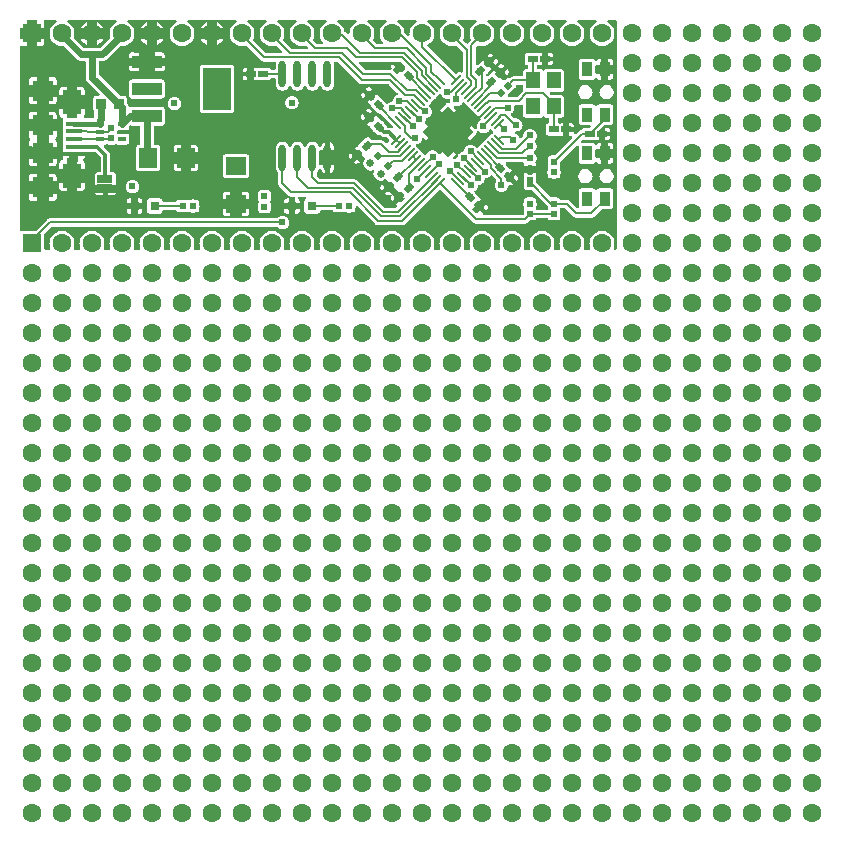
<source format=gtl>
G04 Layer: TopLayer*
G04 EasyEDA v6.5.14, 2022-08-20 14:37:37*
G04 4645136cb0f74b4096413293ac8c450d,6126cb6f80e34288b1b51c63ee1abbf7,10*
G04 Gerber Generator version 0.2*
G04 Scale: 100 percent, Rotated: No, Reflected: No *
G04 Dimensions in millimeters *
G04 leading zeros omitted , absolute positions ,4 integer and 5 decimal *
%FSLAX45Y45*%
%MOMM*%

%AMMACRO1*21,1,$1,$2,0,0,$3*%
%AMMACRO2*4,1,4,-0.635,-0.3175,-0.635,0.3175,0.635,0.3175,0.635,-0.3175,-0.635,-0.3175,0*%
%ADD10C,0.2000*%
%ADD11C,0.3000*%
%ADD12C,0.6000*%
%ADD13C,0.4000*%
%ADD14MACRO1,0.864X0.8065X90.0000*%
%ADD15MACRO1,0.54X0.7901X-90.0000*%
%ADD16MACRO1,0.54X0.7901X0.0000*%
%ADD17R,0.5400X0.7901*%
%ADD18MACRO1,0.54X0.5656X0.0000*%
%ADD19R,0.5400X0.5657*%
%ADD20R,0.9000X1.2500*%
%ADD21R,2.5000X1.1000*%
%ADD22MACRO1,3.6X2.34X90.0000*%
%ADD23MACRO2*%
%ADD24MACRO1,1.728X1.485X-90.0000*%
%ADD25MACRO1,1.728X1.485X0.0000*%
%ADD26R,1.7280X1.4850*%
%ADD27MACRO1,1.1X0.2X134.9991*%
%ADD28MACRO1,1.1X0.2X135.0000*%
%ADD29MACRO1,1.1X0.2X135.0009*%
%ADD30MACRO1,1.1X0.2X-135.0000*%
%ADD31MACRO1,1.1X0.2X-134.9991*%
%ADD32MACRO1,1.1X0.2X-135.0009*%
%ADD33MACRO1,1.1X0.2X-45.0000*%
%ADD34MACRO1,1.1X0.2X-45.0009*%
%ADD35MACRO1,1.1X0.2X44.9991*%
%ADD36MACRO1,1.1X0.2X45.0000*%
%ADD37MACRO1,1.1X0.2X45.0009*%
%ADD38MACRO1,3.1X3.1X135.0000*%
%ADD39O,0.6299962X2.2500082*%
%ADD40R,0.8000X0.8000*%
%ADD41R,1.8000X1.8000*%
%ADD42R,1.6000X2.1000*%
%ADD43R,1.3500X0.4000*%
%ADD44R,0.7000X0.4200*%
%ADD45R,1.2000X1.4000*%
%ADD46MACRO1,0.54X0.7901X135.0000*%
%ADD47MACRO1,0.54X0.7901X135.0019*%
%ADD48MACRO1,0.54X0.7901X-45.0000*%
%ADD49MACRO1,0.54X0.7901X-44.9981*%
%ADD50MACRO1,0.54X0.7901X-135.0000*%
%ADD51MACRO1,0.54X0.5656X-45.0019*%
%ADD52MACRO1,0.54X0.5656X-45.0000*%
%ADD53MACRO1,0.54X0.5656X135.0000*%
%ADD54MACRO1,0.54X0.5656X134.9981*%
%ADD55MACRO1,0.54X0.5656X90.0000*%
%ADD56MACRO1,0.54X0.7901X90.0000*%
%ADD57MACRO1,0.54X0.7901X-134.9981*%
%ADD58MACRO1,0.54X0.7901X45.0000*%
%ADD59C,1.6000*%
%ADD60R,1.6000X1.6000*%
%ADD61C,0.6100*%
%ADD62C,0.0144*%

%LPD*%
G36*
X6411722Y9454540D02*
G01*
X6407962Y9455353D01*
X6404762Y9457537D01*
X6388354Y9473895D01*
X6383782Y9477857D01*
X6381242Y9479432D01*
X6378244Y9482277D01*
X6376619Y9486087D01*
X6376060Y9488881D01*
X6371590Y9501987D01*
X6365494Y9514433D01*
X6357772Y9525965D01*
X6348679Y9536379D01*
X6338265Y9545472D01*
X6326733Y9553194D01*
X6323431Y9554819D01*
X6319926Y9557664D01*
X6318046Y9561728D01*
X6318046Y9566198D01*
X6320028Y9570262D01*
X6323533Y9573056D01*
X6327952Y9574072D01*
X6473647Y9574072D01*
X6478016Y9573056D01*
X6481572Y9570262D01*
X6483502Y9566198D01*
X6483553Y9561728D01*
X6481622Y9557664D01*
X6478117Y9554819D01*
X6474866Y9553194D01*
X6463334Y9545472D01*
X6452920Y9536379D01*
X6443776Y9525965D01*
X6436106Y9514433D01*
X6429959Y9501987D01*
X6425488Y9488881D01*
X6422796Y9475317D01*
X6422085Y9464040D01*
X6421069Y9460331D01*
X6418783Y9457232D01*
X6415532Y9455200D01*
G37*

%LPD*%
G36*
X6920585Y9441434D02*
G01*
X6916572Y9442145D01*
X6913168Y9444380D01*
X6889800Y9467799D01*
X6887718Y9470796D01*
X6884060Y9488881D01*
X6879590Y9501987D01*
X6873494Y9514433D01*
X6865772Y9525965D01*
X6856679Y9536379D01*
X6846265Y9545472D01*
X6834733Y9553194D01*
X6831431Y9554819D01*
X6827926Y9557664D01*
X6826046Y9561728D01*
X6826046Y9566198D01*
X6828028Y9570262D01*
X6831533Y9573056D01*
X6835952Y9574072D01*
X6981647Y9574072D01*
X6986016Y9573056D01*
X6989572Y9570262D01*
X6991502Y9566198D01*
X6991553Y9561728D01*
X6989622Y9557664D01*
X6986117Y9554819D01*
X6982866Y9553194D01*
X6971334Y9545472D01*
X6960920Y9536379D01*
X6951776Y9525965D01*
X6944106Y9514433D01*
X6937959Y9501987D01*
X6933488Y9488881D01*
X6930796Y9475317D01*
X6929881Y9461500D01*
X6930491Y9452254D01*
X6929932Y9448190D01*
X6927850Y9444736D01*
X6924548Y9442348D01*
G37*

%LPD*%
G36*
X7417917Y9376206D02*
G01*
X7413752Y9376867D01*
X7410196Y9379153D01*
X7386421Y9402927D01*
X7384135Y9406432D01*
X7383424Y9410547D01*
X7384491Y9414611D01*
X7387590Y9420961D01*
X7392060Y9434068D01*
X7394752Y9447682D01*
X7395667Y9461500D01*
X7394752Y9475317D01*
X7392060Y9488881D01*
X7387590Y9501987D01*
X7381494Y9514433D01*
X7373772Y9525965D01*
X7364679Y9536379D01*
X7354265Y9545472D01*
X7342733Y9553194D01*
X7339431Y9554819D01*
X7335926Y9557664D01*
X7334046Y9561728D01*
X7334046Y9566198D01*
X7336028Y9570262D01*
X7339533Y9573056D01*
X7343952Y9574072D01*
X7489647Y9574072D01*
X7494016Y9573056D01*
X7497572Y9570262D01*
X7499502Y9566198D01*
X7499553Y9561728D01*
X7497622Y9557664D01*
X7494117Y9554819D01*
X7490866Y9553194D01*
X7479334Y9545472D01*
X7468920Y9536379D01*
X7459776Y9525965D01*
X7452106Y9514433D01*
X7445959Y9501987D01*
X7441488Y9488881D01*
X7438796Y9475317D01*
X7437881Y9461500D01*
X7438796Y9447682D01*
X7441488Y9434068D01*
X7445959Y9420961D01*
X7449108Y9414611D01*
X7450124Y9410547D01*
X7449464Y9406432D01*
X7447178Y9402927D01*
X7429906Y9385655D01*
X7425283Y9379966D01*
X7421981Y9377324D01*
G37*

%LPD*%
G36*
X6153200Y9370415D02*
G01*
X6149289Y9371177D01*
X6145987Y9373362D01*
X6116421Y9402978D01*
X6114135Y9406483D01*
X6113475Y9410598D01*
X6114491Y9414611D01*
X6117590Y9420961D01*
X6122060Y9434068D01*
X6124752Y9447682D01*
X6125667Y9461500D01*
X6124752Y9475317D01*
X6122060Y9488881D01*
X6117590Y9501987D01*
X6111494Y9514433D01*
X6103772Y9525965D01*
X6094679Y9536379D01*
X6084265Y9545472D01*
X6072733Y9553194D01*
X6069431Y9554819D01*
X6065926Y9557664D01*
X6064046Y9561728D01*
X6064046Y9566198D01*
X6066028Y9570262D01*
X6069533Y9573056D01*
X6073952Y9574072D01*
X6219647Y9574072D01*
X6224016Y9573056D01*
X6227572Y9570262D01*
X6229502Y9566198D01*
X6229553Y9561728D01*
X6227622Y9557664D01*
X6224117Y9554819D01*
X6220866Y9553194D01*
X6209334Y9545472D01*
X6198920Y9536379D01*
X6189776Y9525965D01*
X6182106Y9514433D01*
X6175959Y9501987D01*
X6171488Y9488881D01*
X6168796Y9475317D01*
X6167882Y9461500D01*
X6168796Y9447682D01*
X6171488Y9434068D01*
X6175959Y9420961D01*
X6182106Y9408515D01*
X6189776Y9397034D01*
X6198362Y9387281D01*
X6200292Y9383928D01*
X6200851Y9380118D01*
X6199936Y9376359D01*
X6197701Y9373209D01*
X6194501Y9371126D01*
X6190691Y9370415D01*
G37*

%LPD*%
G36*
X6661150Y9370364D02*
G01*
X6657289Y9371177D01*
X6653987Y9373362D01*
X6624421Y9402927D01*
X6622135Y9406432D01*
X6621424Y9410547D01*
X6622491Y9414611D01*
X6625590Y9420961D01*
X6630060Y9434068D01*
X6632752Y9447682D01*
X6633667Y9461500D01*
X6632752Y9475317D01*
X6630060Y9488881D01*
X6625590Y9501987D01*
X6619494Y9514433D01*
X6611772Y9525965D01*
X6602679Y9536379D01*
X6592265Y9545472D01*
X6580733Y9553194D01*
X6577431Y9554819D01*
X6573926Y9557664D01*
X6572046Y9561728D01*
X6572046Y9566198D01*
X6574028Y9570262D01*
X6577533Y9573056D01*
X6581952Y9574072D01*
X6727647Y9574072D01*
X6732016Y9573056D01*
X6735572Y9570262D01*
X6737502Y9566198D01*
X6737553Y9561728D01*
X6735622Y9557664D01*
X6732117Y9554819D01*
X6728866Y9553194D01*
X6717334Y9545472D01*
X6706920Y9536379D01*
X6697776Y9525965D01*
X6690106Y9514433D01*
X6683959Y9501987D01*
X6679488Y9488881D01*
X6676796Y9475317D01*
X6675881Y9461500D01*
X6676796Y9447682D01*
X6679488Y9434068D01*
X6683959Y9420961D01*
X6690106Y9408515D01*
X6697776Y9397034D01*
X6706362Y9387230D01*
X6708292Y9383928D01*
X6708851Y9380118D01*
X6707987Y9376359D01*
X6705752Y9373209D01*
X6702501Y9371126D01*
X6698691Y9370364D01*
G37*

%LPD*%
G36*
X4180281Y9339630D02*
G01*
X4176369Y9340392D01*
X4173067Y9342577D01*
X4092397Y9423298D01*
X4090263Y9426397D01*
X4089400Y9430004D01*
X4092752Y9447682D01*
X4093667Y9461500D01*
X4092752Y9475317D01*
X4090060Y9488881D01*
X4085590Y9501987D01*
X4079494Y9514433D01*
X4071772Y9525965D01*
X4062679Y9536379D01*
X4052265Y9545472D01*
X4040733Y9553194D01*
X4037431Y9554819D01*
X4033926Y9557664D01*
X4032046Y9561728D01*
X4032046Y9566198D01*
X4034028Y9570262D01*
X4037533Y9573056D01*
X4041952Y9574072D01*
X4187647Y9574072D01*
X4192015Y9573056D01*
X4195572Y9570262D01*
X4196537Y9568281D01*
X4198416Y9571075D01*
X4201718Y9573310D01*
X4205579Y9574072D01*
X4277969Y9574072D01*
X4281881Y9573310D01*
X4285183Y9571075D01*
X4287062Y9568281D01*
X4288028Y9570262D01*
X4291533Y9573056D01*
X4295952Y9574072D01*
X4441647Y9574072D01*
X4446016Y9573056D01*
X4449572Y9570262D01*
X4451502Y9566198D01*
X4451553Y9561728D01*
X4449622Y9557664D01*
X4446117Y9554819D01*
X4442866Y9553194D01*
X4431334Y9545472D01*
X4420920Y9536379D01*
X4411776Y9525965D01*
X4404106Y9514433D01*
X4397959Y9501987D01*
X4393488Y9488881D01*
X4390796Y9475317D01*
X4389882Y9461500D01*
X4390796Y9447682D01*
X4393641Y9433712D01*
X4394149Y9430004D01*
X4393336Y9426346D01*
X4391202Y9423247D01*
X4310532Y9342577D01*
X4307230Y9340392D01*
X4303318Y9339630D01*
G37*

%LPC*%
G36*
X4195419Y9366554D02*
G01*
X4195419Y9415119D01*
X4146854Y9415119D01*
X4150106Y9408515D01*
X4157776Y9397034D01*
X4166920Y9386620D01*
X4177334Y9377476D01*
X4188866Y9369806D01*
G37*
G36*
X4288129Y9366554D02*
G01*
X4294733Y9369806D01*
X4306265Y9377476D01*
X4316679Y9386620D01*
X4325772Y9397034D01*
X4333494Y9408515D01*
X4336745Y9415119D01*
X4288129Y9415119D01*
G37*
G36*
X4146854Y9507829D02*
G01*
X4195419Y9507829D01*
X4195419Y9557512D01*
X4192117Y9554819D01*
X4188866Y9553194D01*
X4177334Y9545472D01*
X4166920Y9536379D01*
X4157776Y9525965D01*
X4150106Y9514433D01*
G37*
G36*
X4288129Y9507829D02*
G01*
X4336745Y9507829D01*
X4333494Y9514433D01*
X4325772Y9525965D01*
X4316679Y9536379D01*
X4306265Y9545472D01*
X4294733Y9553194D01*
X4291431Y9554819D01*
X4288129Y9557512D01*
G37*

%LPD*%
G36*
X5937300Y9332315D02*
G01*
X5933389Y9333077D01*
X5930087Y9335262D01*
X5862421Y9402978D01*
X5860135Y9406483D01*
X5859475Y9410598D01*
X5860491Y9414611D01*
X5863590Y9420961D01*
X5868060Y9434068D01*
X5870752Y9447682D01*
X5871667Y9461500D01*
X5870752Y9475317D01*
X5868060Y9488881D01*
X5863590Y9501987D01*
X5857494Y9514433D01*
X5849772Y9525965D01*
X5840679Y9536379D01*
X5830265Y9545472D01*
X5818733Y9553194D01*
X5815431Y9554819D01*
X5811926Y9557664D01*
X5810046Y9561728D01*
X5810046Y9566198D01*
X5812028Y9570262D01*
X5815533Y9573056D01*
X5819952Y9574072D01*
X5965647Y9574072D01*
X5970016Y9573056D01*
X5973572Y9570262D01*
X5975502Y9566198D01*
X5975553Y9561728D01*
X5973622Y9557664D01*
X5970117Y9554819D01*
X5966866Y9553194D01*
X5955334Y9545472D01*
X5944920Y9536379D01*
X5935776Y9525965D01*
X5928106Y9514433D01*
X5921959Y9501987D01*
X5917488Y9488881D01*
X5914796Y9475317D01*
X5913882Y9461500D01*
X5914796Y9447682D01*
X5917488Y9434068D01*
X5921959Y9420961D01*
X5928106Y9408515D01*
X5935776Y9397034D01*
X5944920Y9386620D01*
X5955334Y9377476D01*
X5966866Y9369806D01*
X5979261Y9363659D01*
X5992368Y9359188D01*
X6005982Y9356496D01*
X6019800Y9355582D01*
X6033617Y9356496D01*
X6047181Y9359188D01*
X6049721Y9360052D01*
X6053429Y9360611D01*
X6057087Y9359747D01*
X6060186Y9357614D01*
X6068161Y9349638D01*
X6070346Y9346336D01*
X6071158Y9342475D01*
X6070346Y9338564D01*
X6068161Y9335262D01*
X6064859Y9333077D01*
X6060998Y9332315D01*
G37*

%LPD*%
G36*
X5721400Y9294215D02*
G01*
X5717489Y9294977D01*
X5714187Y9297162D01*
X5608421Y9402978D01*
X5606135Y9406483D01*
X5605475Y9410598D01*
X5606491Y9414611D01*
X5609590Y9420961D01*
X5614060Y9434068D01*
X5616752Y9447682D01*
X5617667Y9461500D01*
X5616752Y9475317D01*
X5614060Y9488881D01*
X5609590Y9501987D01*
X5603494Y9514433D01*
X5595772Y9525965D01*
X5586679Y9536379D01*
X5576265Y9545472D01*
X5564733Y9553194D01*
X5561431Y9554819D01*
X5557926Y9557664D01*
X5556046Y9561728D01*
X5556046Y9566198D01*
X5558028Y9570262D01*
X5561533Y9573056D01*
X5565952Y9574072D01*
X5711647Y9574072D01*
X5716016Y9573056D01*
X5719572Y9570262D01*
X5721502Y9566198D01*
X5721553Y9561728D01*
X5719622Y9557664D01*
X5716117Y9554819D01*
X5712866Y9553194D01*
X5701334Y9545472D01*
X5690920Y9536379D01*
X5681776Y9525965D01*
X5674106Y9514433D01*
X5667959Y9501987D01*
X5663488Y9488881D01*
X5660796Y9475317D01*
X5659882Y9461500D01*
X5660796Y9447682D01*
X5663488Y9434068D01*
X5667959Y9420961D01*
X5674106Y9408515D01*
X5681776Y9397034D01*
X5690920Y9386620D01*
X5701334Y9377476D01*
X5712866Y9369806D01*
X5725261Y9363659D01*
X5738368Y9359188D01*
X5751982Y9356496D01*
X5765800Y9355582D01*
X5779617Y9356496D01*
X5793181Y9359188D01*
X5795721Y9360052D01*
X5799429Y9360611D01*
X5803087Y9359747D01*
X5806186Y9357614D01*
X5852261Y9311538D01*
X5854446Y9308236D01*
X5855258Y9304375D01*
X5854446Y9300464D01*
X5852261Y9297162D01*
X5848959Y9294977D01*
X5845098Y9294215D01*
G37*

%LPD*%
G36*
X6823709Y9119006D02*
G01*
X6819798Y9119768D01*
X6816547Y9121952D01*
X6794703Y9143746D01*
X6792061Y9146997D01*
X6790944Y9151112D01*
X6791604Y9155277D01*
X6793941Y9158833D01*
X6814769Y9179661D01*
X6789369Y9205061D01*
X6787134Y9208363D01*
X6784543Y9205061D01*
X6782308Y9202775D01*
X6778345Y9197797D01*
X6775805Y9192615D01*
X6774535Y9186976D01*
X6774535Y9181185D01*
X6775805Y9175597D01*
X6779006Y9169095D01*
X6780022Y9164980D01*
X6779310Y9160814D01*
X6776923Y9157258D01*
X6773316Y9155023D01*
X6768693Y9154515D01*
X6559600Y9154515D01*
X6555689Y9155277D01*
X6552387Y9157462D01*
X6504838Y9205061D01*
X6502654Y9208363D01*
X6501841Y9212224D01*
X6502654Y9216136D01*
X6504838Y9219438D01*
X6508140Y9221622D01*
X6512001Y9222384D01*
X6777380Y9222384D01*
X6781241Y9221622D01*
X6784543Y9219438D01*
X6786778Y9216136D01*
X6789369Y9219438D01*
X6792620Y9221622D01*
X6796531Y9222384D01*
X6823964Y9222384D01*
X6827824Y9221622D01*
X6831126Y9219438D01*
X6842810Y9207703D01*
X6849465Y9214358D01*
X6852767Y9216593D01*
X6856679Y9217355D01*
X6860540Y9216593D01*
X6863842Y9214358D01*
X6886397Y9191802D01*
X6888581Y9188551D01*
X6889343Y9184640D01*
X6888581Y9180779D01*
X6886397Y9177477D01*
X6879742Y9170822D01*
X6884924Y9165590D01*
X6887108Y9162338D01*
X6887921Y9158427D01*
X6887108Y9154566D01*
X6884924Y9151264D01*
X6871208Y9137548D01*
X6867906Y9135364D01*
X6864045Y9134551D01*
X6860133Y9135364D01*
X6856831Y9137548D01*
X6851650Y9142730D01*
X6830872Y9121952D01*
X6827570Y9119768D01*
G37*

%LPD*%
G36*
X7321245Y9118498D02*
G01*
X7317384Y9119311D01*
X7314082Y9121495D01*
X7083399Y9352178D01*
X7081215Y9355328D01*
X7080402Y9359087D01*
X7081012Y9362897D01*
X7082993Y9366148D01*
X7086092Y9368485D01*
X7088733Y9369806D01*
X7100265Y9377476D01*
X7110679Y9386620D01*
X7119772Y9397034D01*
X7127494Y9408515D01*
X7133590Y9420961D01*
X7138060Y9434068D01*
X7140752Y9447682D01*
X7141667Y9461500D01*
X7140752Y9475317D01*
X7138060Y9488881D01*
X7133590Y9501987D01*
X7127494Y9514433D01*
X7119772Y9525965D01*
X7110679Y9536379D01*
X7100265Y9545472D01*
X7088733Y9553194D01*
X7085431Y9554819D01*
X7081926Y9557664D01*
X7080046Y9561728D01*
X7080046Y9566198D01*
X7082028Y9570262D01*
X7085533Y9573056D01*
X7089952Y9574072D01*
X7235647Y9574072D01*
X7240016Y9573056D01*
X7243572Y9570262D01*
X7245502Y9566198D01*
X7245553Y9561728D01*
X7243622Y9557664D01*
X7240117Y9554819D01*
X7236866Y9553194D01*
X7225334Y9545472D01*
X7214920Y9536379D01*
X7205776Y9525965D01*
X7198106Y9514433D01*
X7191959Y9501987D01*
X7187488Y9488881D01*
X7184796Y9475317D01*
X7183881Y9461500D01*
X7184796Y9447682D01*
X7187488Y9434068D01*
X7191959Y9420961D01*
X7198106Y9408515D01*
X7205776Y9397034D01*
X7214920Y9386620D01*
X7225334Y9377476D01*
X7236866Y9369806D01*
X7249261Y9363659D01*
X7262368Y9359188D01*
X7275982Y9356496D01*
X7289800Y9355582D01*
X7303617Y9356496D01*
X7317181Y9359188D01*
X7319721Y9360052D01*
X7323429Y9360611D01*
X7327087Y9359747D01*
X7330186Y9357614D01*
X7377887Y9309912D01*
X7380122Y9306610D01*
X7380884Y9302699D01*
X7380884Y9140799D01*
X7380071Y9136786D01*
X7377734Y9133433D01*
X7374280Y9131300D01*
X7370267Y9130639D01*
X7366304Y9131655D01*
X7361631Y9133890D01*
X7355992Y9135160D01*
X7350201Y9135160D01*
X7344562Y9133890D01*
X7339330Y9131401D01*
X7334351Y9127439D01*
X7328458Y9121495D01*
X7325156Y9119311D01*
G37*

%LPD*%
G36*
X7771333Y8925915D02*
G01*
X7767624Y8926626D01*
X7764424Y8928608D01*
X7762189Y8931656D01*
X7761173Y8935313D01*
X7761630Y8939072D01*
X7763357Y8942425D01*
X7766761Y8946642D01*
X7769453Y8952280D01*
X7771434Y8955024D01*
X7774228Y8957005D01*
X7779816Y8959697D01*
X7784795Y8963660D01*
X7824012Y9002877D01*
X7827975Y9007856D01*
X7830464Y9013037D01*
X7831988Y9019692D01*
X7833309Y9022842D01*
X7835544Y9025382D01*
X7838541Y9027007D01*
X7841894Y9027566D01*
X7880908Y9027566D01*
X7884769Y9026804D01*
X7888071Y9024620D01*
X7890256Y9021318D01*
X7891068Y9017406D01*
X7891068Y8994038D01*
X7891780Y8987739D01*
X7892745Y8984945D01*
X7893303Y8981186D01*
X7892440Y8977528D01*
X7890357Y8974378D01*
X7844840Y8928862D01*
X7841538Y8926677D01*
X7837627Y8925915D01*
G37*

%LPD*%
G36*
X7305548Y8399373D02*
G01*
X7301585Y8400034D01*
X7298181Y8402167D01*
X7295845Y8405469D01*
X7294981Y8409381D01*
X7295743Y8413343D01*
X7297978Y8416696D01*
X7322718Y8441436D01*
X7254087Y8510066D01*
X7188758Y8444788D01*
X7185050Y8442401D01*
X7180732Y8441842D01*
X7176516Y8443163D01*
X7173264Y8446160D01*
X7168489Y8453018D01*
X7161530Y8459978D01*
X7153452Y8465566D01*
X7144562Y8469731D01*
X7135063Y8472271D01*
X7125309Y8473135D01*
X7115505Y8472271D01*
X7106005Y8469731D01*
X7097115Y8465566D01*
X7089038Y8459978D01*
X7082078Y8453018D01*
X7076490Y8444941D01*
X7073900Y8439454D01*
X7071461Y8436152D01*
X7067905Y8434070D01*
X7063841Y8433612D01*
X7059879Y8434781D01*
X7056729Y8437372D01*
X7052818Y8442350D01*
X7039457Y8455660D01*
X7034479Y8459622D01*
X7030872Y8462010D01*
X7028484Y8465616D01*
X7024522Y8470595D01*
X7011162Y8483955D01*
X7006234Y8487918D01*
X7002576Y8490305D01*
X7000189Y8493912D01*
X6996226Y8498890D01*
X6986778Y8508390D01*
X6984441Y8511895D01*
X6983780Y8516112D01*
X6984898Y8520176D01*
X6987540Y8523478D01*
X6991299Y8525357D01*
X6999681Y8527592D01*
X7008571Y8531758D01*
X7016597Y8537397D01*
X7023557Y8544356D01*
X7029196Y8552383D01*
X7033361Y8561273D01*
X7035596Y8569756D01*
X7037527Y8573516D01*
X7040829Y8576157D01*
X7044893Y8577275D01*
X7049058Y8576614D01*
X7052614Y8574328D01*
X7066889Y8560054D01*
X7135520Y8628684D01*
X7062825Y8701379D01*
X7060539Y8704783D01*
X7059828Y8708847D01*
X7060793Y8712809D01*
X7063333Y8718296D01*
X7065873Y8727795D01*
X7066737Y8737498D01*
X7067905Y8741460D01*
X7070547Y8744610D01*
X7074204Y8746439D01*
X7080453Y8748115D01*
X7089343Y8752281D01*
X7097420Y8757869D01*
X7104380Y8764828D01*
X7109968Y8772906D01*
X7114133Y8781796D01*
X7116673Y8791295D01*
X7117537Y8801049D01*
X7116673Y8810853D01*
X7114133Y8820353D01*
X7109968Y8829243D01*
X7104380Y8837320D01*
X7096912Y8844737D01*
X7094728Y8848039D01*
X7093915Y8851950D01*
X7094728Y8855811D01*
X7096912Y8859113D01*
X7109358Y8871559D01*
X7113320Y8876538D01*
X7115708Y8880195D01*
X7119366Y8882583D01*
X7124344Y8886545D01*
X7137653Y8899855D01*
X7141616Y8904833D01*
X7144003Y8908440D01*
X7147610Y8910828D01*
X7152589Y8914790D01*
X7165949Y8928150D01*
X7169912Y8933129D01*
X7172299Y8936736D01*
X7175906Y8939123D01*
X7180884Y8943086D01*
X7183983Y8946184D01*
X7187184Y8948369D01*
X7190994Y8949182D01*
X7194803Y8948470D01*
X7198106Y8946438D01*
X7200392Y8943289D01*
X7202881Y8938006D01*
X7208469Y8929928D01*
X7215428Y8922969D01*
X7223506Y8917381D01*
X7232396Y8913215D01*
X7241895Y8910675D01*
X7251700Y8909812D01*
X7260590Y8910574D01*
X7264552Y8910167D01*
X7268006Y8908237D01*
X7270496Y8905138D01*
X7271613Y8901328D01*
X7272375Y8892895D01*
X7274509Y8884818D01*
X7274763Y8880703D01*
X7273290Y8876792D01*
X7270445Y8873794D01*
X7266584Y8872220D01*
X7262418Y8872321D01*
X7256983Y8873540D01*
X7251192Y8873540D01*
X7245553Y8872270D01*
X7240320Y8869730D01*
X7235342Y8865768D01*
X7185456Y8815882D01*
X7254087Y8747252D01*
X7322718Y8815882D01*
X7308494Y8830106D01*
X7306157Y8833764D01*
X7305548Y8838082D01*
X7306818Y8842248D01*
X7309713Y8845499D01*
X7313726Y8847277D01*
X7318044Y8847175D01*
X7327900Y8846312D01*
X7337653Y8847175D01*
X7347153Y8849715D01*
X7356043Y8853881D01*
X7364120Y8859469D01*
X7371080Y8866428D01*
X7379512Y8878570D01*
X7383068Y8880652D01*
X7387132Y8881110D01*
X7391044Y8879941D01*
X7394194Y8877350D01*
X7398816Y8871559D01*
X7412126Y8858250D01*
X7417104Y8854287D01*
X7420762Y8851900D01*
X7423150Y8848242D01*
X7427112Y8843314D01*
X7440422Y8829954D01*
X7445400Y8825992D01*
X7449007Y8823604D01*
X7451394Y8819997D01*
X7455357Y8815019D01*
X7468717Y8801658D01*
X7473696Y8797696D01*
X7477302Y8795308D01*
X7479690Y8791702D01*
X7483652Y8786723D01*
X7497013Y8773414D01*
X7501991Y8769400D01*
X7505598Y8767064D01*
X7507986Y8763406D01*
X7510729Y8759952D01*
X7513675Y8762898D01*
X7515961Y8764625D01*
X7520787Y8766098D01*
X7524851Y8766200D01*
X7528661Y8764676D01*
X7531557Y8761831D01*
X7533030Y8758021D01*
X7532979Y8753957D01*
X7531455Y8749131D01*
X7529728Y8746845D01*
X7526781Y8743899D01*
X7531150Y8740444D01*
X7533792Y8737295D01*
X7534960Y8733332D01*
X7534452Y8729268D01*
X7532420Y8725712D01*
X7520228Y8717280D01*
X7513269Y8710320D01*
X7507681Y8702243D01*
X7503515Y8693353D01*
X7500975Y8683853D01*
X7500112Y8674049D01*
X7500975Y8664244D01*
X7501077Y8659926D01*
X7499299Y8655913D01*
X7496048Y8653018D01*
X7491882Y8651748D01*
X7487564Y8652357D01*
X7483906Y8654694D01*
X7441285Y8697315D01*
X7372654Y8628684D01*
X7441285Y8560054D01*
X7491222Y8609939D01*
X7495184Y8614918D01*
X7497673Y8620150D01*
X7498994Y8625789D01*
X7498994Y8627618D01*
X7499756Y8631529D01*
X7501940Y8634831D01*
X7505242Y8637016D01*
X7509154Y8637778D01*
X7513015Y8637016D01*
X7516317Y8634831D01*
X7520228Y8630869D01*
X7528306Y8625281D01*
X7537196Y8621115D01*
X7546695Y8618575D01*
X7556500Y8617712D01*
X7566253Y8618575D01*
X7575753Y8621115D01*
X7584643Y8625281D01*
X7592720Y8630869D01*
X7599680Y8637828D01*
X7605471Y8646312D01*
X7607960Y8649614D01*
X7611465Y8651646D01*
X7615580Y8652154D01*
X7619492Y8650986D01*
X7622641Y8648344D01*
X7625080Y8645296D01*
X7634528Y8635847D01*
X7636713Y8632545D01*
X7637525Y8628684D01*
X7636713Y8624773D01*
X7634528Y8621471D01*
X7625080Y8612022D01*
X7621117Y8607044D01*
X7618730Y8603437D01*
X7615123Y8601049D01*
X7610144Y8597087D01*
X7596784Y8583726D01*
X7592822Y8578799D01*
X7590434Y8575141D01*
X7586827Y8572754D01*
X7581849Y8568791D01*
X7568539Y8555482D01*
X7564526Y8550503D01*
X7562189Y8546846D01*
X7558531Y8544509D01*
X7553553Y8540496D01*
X7540244Y8527186D01*
X7536281Y8522208D01*
X7533894Y8518601D01*
X7530236Y8516213D01*
X7525258Y8512251D01*
X7511948Y8498890D01*
X7508748Y8494877D01*
X7505903Y8492439D01*
X7502398Y8491220D01*
X7498638Y8491321D01*
X7495184Y8492794D01*
X7492492Y8495385D01*
X7489952Y8499043D01*
X7482992Y8506002D01*
X7474966Y8511590D01*
X7466075Y8515756D01*
X7456576Y8518296D01*
X7446772Y8519160D01*
X7436967Y8518296D01*
X7427468Y8515756D01*
X7418578Y8511590D01*
X7410551Y8506002D01*
X7403592Y8499043D01*
X7397953Y8490966D01*
X7393787Y8482076D01*
X7391247Y8472576D01*
X7390231Y8467699D01*
X7388199Y8464804D01*
X7385303Y8462772D01*
X7380427Y8461705D01*
X7370927Y8459165D01*
X7362037Y8454999D01*
X7353960Y8449411D01*
X7347000Y8442452D01*
X7343546Y8437473D01*
X7340447Y8434324D01*
X7339533Y8430412D01*
X7337247Y8425484D01*
X7334707Y8415985D01*
X7333640Y8411108D01*
X7331608Y8408212D01*
X7328712Y8406180D01*
X7323836Y8405164D01*
X7314336Y8402624D01*
X7309459Y8400338D01*
G37*

%LPD*%
G36*
X4093870Y7629398D02*
G01*
X4089654Y7630922D01*
X4086555Y7634071D01*
X4085082Y7638288D01*
X4085539Y7642707D01*
X4090060Y7656068D01*
X4092752Y7669682D01*
X4093667Y7683500D01*
X4092752Y7697317D01*
X4090060Y7710881D01*
X4085590Y7723987D01*
X4079494Y7736433D01*
X4071772Y7747965D01*
X4062679Y7758379D01*
X4052265Y7767472D01*
X4040733Y7775194D01*
X4028287Y7781290D01*
X4015181Y7785760D01*
X4001617Y7788452D01*
X3987800Y7789367D01*
X3973982Y7788452D01*
X3960368Y7785760D01*
X3947261Y7781290D01*
X3934866Y7775194D01*
X3923334Y7767472D01*
X3912920Y7758379D01*
X3903776Y7747965D01*
X3896106Y7736433D01*
X3889959Y7723987D01*
X3885488Y7710881D01*
X3882796Y7697317D01*
X3881882Y7683500D01*
X3882796Y7669682D01*
X3885488Y7656068D01*
X3889959Y7642961D01*
X3890518Y7639151D01*
X3889552Y7635392D01*
X3887317Y7632293D01*
X3884066Y7630210D01*
X3880307Y7629499D01*
X3867607Y7632293D01*
X3858514Y7632700D01*
X3851198Y7631734D01*
X3846931Y7632039D01*
X3843172Y7634122D01*
X3840581Y7637576D01*
X3839718Y7641793D01*
X3839718Y7759801D01*
X3840479Y7763662D01*
X3842664Y7766964D01*
X3898087Y7822387D01*
X3901389Y7824622D01*
X3905250Y7825384D01*
X5806948Y7825384D01*
X5810859Y7824622D01*
X5814161Y7822387D01*
X5818479Y7818069D01*
X5826506Y7812481D01*
X5835396Y7808315D01*
X5844895Y7805775D01*
X5854700Y7804912D01*
X5864504Y7805775D01*
X5874004Y7808315D01*
X5882894Y7812481D01*
X5890920Y7818069D01*
X5897880Y7825028D01*
X5903518Y7833106D01*
X5907684Y7841996D01*
X5910224Y7851495D01*
X5911088Y7861249D01*
X5910224Y7871053D01*
X5907684Y7880553D01*
X5903518Y7889443D01*
X5897880Y7897520D01*
X5890920Y7904480D01*
X5882894Y7910068D01*
X5874004Y7914233D01*
X5864504Y7916773D01*
X5854700Y7917637D01*
X5844895Y7916773D01*
X5835396Y7914233D01*
X5826506Y7910068D01*
X5818479Y7904480D01*
X5814161Y7900162D01*
X5810910Y7897977D01*
X5806998Y7897215D01*
X3886708Y7897215D01*
X3878732Y7896352D01*
X3871620Y7894015D01*
X3865016Y7890205D01*
X3860495Y7886395D01*
X3766515Y7792364D01*
X3763213Y7790180D01*
X3759301Y7789367D01*
X3654348Y7789367D01*
X3648049Y7788656D01*
X3646220Y7788046D01*
X3642410Y7787487D01*
X3638651Y7788402D01*
X3635501Y7790637D01*
X3633419Y7793837D01*
X3632708Y7797647D01*
X3632708Y9347352D01*
X3633419Y9351111D01*
X3635501Y9354362D01*
X3638651Y9356598D01*
X3642410Y9357461D01*
X3646220Y9356902D01*
X3648049Y9356293D01*
X3654348Y9355582D01*
X3687419Y9355582D01*
X3687419Y9415119D01*
X3642868Y9415119D01*
X3638956Y9415881D01*
X3635654Y9418116D01*
X3633470Y9421418D01*
X3632708Y9425279D01*
X3632708Y9497669D01*
X3633470Y9501581D01*
X3635654Y9504832D01*
X3638956Y9507067D01*
X3642868Y9507829D01*
X3687419Y9507829D01*
X3687419Y9563912D01*
X3688232Y9567824D01*
X3690416Y9571075D01*
X3693718Y9573310D01*
X3697579Y9574072D01*
X3769969Y9574072D01*
X3773881Y9573310D01*
X3777183Y9571075D01*
X3779367Y9567824D01*
X3780129Y9563912D01*
X3780129Y9507829D01*
X3839718Y9507829D01*
X3839718Y9540900D01*
X3839006Y9547250D01*
X3837076Y9552686D01*
X3833418Y9558528D01*
X3831945Y9562541D01*
X3832301Y9566859D01*
X3834384Y9570618D01*
X3837838Y9573158D01*
X3842004Y9574072D01*
X3933647Y9574072D01*
X3938015Y9573056D01*
X3941572Y9570262D01*
X3943502Y9566198D01*
X3943553Y9561728D01*
X3941622Y9557664D01*
X3938117Y9554819D01*
X3934866Y9553194D01*
X3923334Y9545472D01*
X3912920Y9536379D01*
X3903776Y9525965D01*
X3896106Y9514433D01*
X3889959Y9501987D01*
X3885488Y9488881D01*
X3882796Y9475317D01*
X3881882Y9461500D01*
X3882796Y9447682D01*
X3885488Y9434068D01*
X3889959Y9420961D01*
X3896106Y9408515D01*
X3903776Y9397034D01*
X3912920Y9386620D01*
X3923334Y9377476D01*
X3934866Y9369806D01*
X3947261Y9363659D01*
X3960368Y9359188D01*
X3973982Y9356496D01*
X3987800Y9355582D01*
X3996486Y9356140D01*
X4000703Y9355531D01*
X4004310Y9353194D01*
X4113225Y9244330D01*
X4116984Y9240875D01*
X4120845Y9237929D01*
X4124960Y9235287D01*
X4129278Y9233052D01*
X4133799Y9231172D01*
X4138422Y9229699D01*
X4143197Y9228632D01*
X4148023Y9228023D01*
X4153103Y9227769D01*
X4179265Y9227769D01*
X4183176Y9227007D01*
X4186478Y9224822D01*
X4188663Y9221520D01*
X4189476Y9217609D01*
X4189476Y9088983D01*
X4189679Y9083903D01*
X4190288Y9079026D01*
X4191355Y9074302D01*
X4192828Y9069628D01*
X4194708Y9065107D01*
X4196943Y9060789D01*
X4199585Y9056674D01*
X4202531Y9052814D01*
X4205986Y9049054D01*
X4304030Y8951010D01*
X4306214Y8947759D01*
X4306976Y8943848D01*
X4306214Y8939987D01*
X4304030Y8936685D01*
X4300728Y8934450D01*
X4296816Y8933688D01*
X4279138Y8933688D01*
X4272788Y8932976D01*
X4267352Y8931046D01*
X4262424Y8927998D01*
X4258360Y8923883D01*
X4255262Y8919006D01*
X4253331Y8913520D01*
X4252620Y8907221D01*
X4252620Y8821928D01*
X4253331Y8815628D01*
X4255262Y8810193D01*
X4258360Y8805265D01*
X4259884Y8803741D01*
X4262069Y8800439D01*
X4262831Y8796528D01*
X4262831Y8760002D01*
X4262526Y8757361D01*
X4258868Y8748776D01*
X4256633Y8745423D01*
X4253280Y8743188D01*
X4249318Y8742426D01*
X4182414Y8743035D01*
X4178249Y8743950D01*
X4174794Y8746540D01*
X4172762Y8750300D01*
X4172458Y8754567D01*
X4173880Y8758580D01*
X4175912Y8761780D01*
X4177792Y8767216D01*
X4178503Y8773566D01*
X4178503Y8819134D01*
X4118965Y8819134D01*
X4118965Y8754059D01*
X4118203Y8750147D01*
X4115968Y8746845D01*
X4112666Y8744661D01*
X4108805Y8743899D01*
X4036415Y8743899D01*
X4032504Y8744661D01*
X4029252Y8746845D01*
X4027017Y8750147D01*
X4026255Y8754059D01*
X4026255Y8819134D01*
X3966718Y8819134D01*
X3966718Y8773566D01*
X3967429Y8767216D01*
X3969308Y8761780D01*
X3972407Y8756853D01*
X3976471Y8752789D01*
X3981399Y8749690D01*
X3986834Y8747760D01*
X3990543Y8747353D01*
X3994454Y8746083D01*
X3997502Y8743391D01*
X3999280Y8739733D01*
X3999433Y8735669D01*
X3998010Y8731859D01*
X3996334Y8729218D01*
X3994454Y8723731D01*
X3993743Y8717432D01*
X3993743Y8678570D01*
X3994454Y8672220D01*
X3995623Y8668816D01*
X3996182Y8665464D01*
X3995623Y8662111D01*
X3994454Y8658758D01*
X3993743Y8652408D01*
X3993743Y8613546D01*
X3994454Y8607247D01*
X3995623Y8603843D01*
X3996182Y8600490D01*
X3995623Y8597138D01*
X3994454Y8593734D01*
X3993743Y8587435D01*
X3993743Y8548573D01*
X3994454Y8542223D01*
X3995623Y8538819D01*
X3996182Y8535466D01*
X3995623Y8532114D01*
X3994454Y8528710D01*
X3993743Y8522411D01*
X3993743Y8483549D01*
X3994454Y8477250D01*
X3995623Y8473846D01*
X3996182Y8470493D01*
X3995623Y8467140D01*
X3994454Y8463737D01*
X3993743Y8457438D01*
X3993743Y8454339D01*
X4050233Y8454339D01*
X4053484Y8456371D01*
X4057192Y8457082D01*
X4117086Y8457082D01*
X4120794Y8456371D01*
X4124045Y8454339D01*
X4180840Y8454339D01*
X4182821Y8458352D01*
X4186326Y8461095D01*
X4190695Y8462060D01*
X4264761Y8462060D01*
X4268622Y8461298D01*
X4271924Y8459114D01*
X4312208Y8418830D01*
X4314393Y8415528D01*
X4315155Y8411616D01*
X4315155Y8299958D01*
X4314393Y8296046D01*
X4312208Y8292744D01*
X4308906Y8290559D01*
X4304995Y8289798D01*
X4293158Y8289798D01*
X4286859Y8289086D01*
X4281373Y8287156D01*
X4276496Y8284057D01*
X4272381Y8279993D01*
X4269333Y8275066D01*
X4267403Y8269630D01*
X4266692Y8263280D01*
X4266692Y8200948D01*
X4267606Y8192312D01*
X4267403Y8188299D01*
X4270197Y8186674D01*
X4276496Y8180171D01*
X4281373Y8177072D01*
X4286859Y8175193D01*
X4293158Y8174481D01*
X4419041Y8174481D01*
X4425340Y8175193D01*
X4430826Y8177072D01*
X4435703Y8180171D01*
X4441901Y8186623D01*
X4444796Y8188248D01*
X4444644Y8193481D01*
X4445508Y8200948D01*
X4445508Y8263280D01*
X4444796Y8269630D01*
X4442866Y8275066D01*
X4439818Y8279993D01*
X4435703Y8284057D01*
X4430826Y8287156D01*
X4425340Y8289086D01*
X4419041Y8289798D01*
X4407154Y8289798D01*
X4403242Y8290559D01*
X4399991Y8292744D01*
X4397756Y8296046D01*
X4396994Y8299958D01*
X4396994Y8432292D01*
X4396181Y8440775D01*
X4393844Y8448395D01*
X4390085Y8455456D01*
X4384649Y8462060D01*
X4344416Y8502294D01*
X4342282Y8505393D01*
X4341469Y8509101D01*
X4342028Y8512810D01*
X4343908Y8516112D01*
X4346854Y8518448D01*
X4350461Y8519566D01*
X4352442Y8519769D01*
X4357928Y8521700D01*
X4365701Y8526729D01*
X4369104Y8527592D01*
X4372559Y8527237D01*
X4375708Y8525764D01*
X4378706Y8523681D01*
X4387596Y8519515D01*
X4397095Y8516975D01*
X4406900Y8516112D01*
X4416704Y8516975D01*
X4426204Y8519515D01*
X4438650Y8525154D01*
X4442561Y8525205D01*
X4446168Y8523833D01*
X4449470Y8521700D01*
X4454956Y8519820D01*
X4461256Y8519109D01*
X4530140Y8519109D01*
X4536440Y8519820D01*
X4541926Y8521700D01*
X4546803Y8524798D01*
X4550918Y8528913D01*
X4553966Y8533790D01*
X4555896Y8539276D01*
X4556607Y8545576D01*
X4556607Y8586419D01*
X4555896Y8592769D01*
X4555032Y8595156D01*
X4554474Y8598509D01*
X4555032Y8601862D01*
X4555896Y8604250D01*
X4556607Y8610600D01*
X4556607Y8614156D01*
X4514240Y8614156D01*
X4511903Y8613241D01*
X4509363Y8612936D01*
X4481982Y8612936D01*
X4479493Y8613241D01*
X4477156Y8614156D01*
X4461916Y8614156D01*
X4457598Y8615121D01*
X4454144Y8617762D01*
X4452112Y8621674D01*
X4451908Y8626094D01*
X4453585Y8630158D01*
X4455718Y8633206D01*
X4459579Y8641435D01*
X4461814Y8644534D01*
X4465066Y8646617D01*
X4468876Y8647277D01*
X4472635Y8646515D01*
X4476546Y8644890D01*
X4481220Y8643467D01*
X4485944Y8642400D01*
X4490821Y8641740D01*
X4495698Y8641537D01*
X4500524Y8641740D01*
X4505401Y8642400D01*
X4510125Y8643467D01*
X4514748Y8644890D01*
X4519879Y8647074D01*
X4523841Y8647836D01*
X4556607Y8647836D01*
X4556607Y8651443D01*
X4555896Y8657742D01*
X4555032Y8660130D01*
X4554474Y8663482D01*
X4555032Y8666886D01*
X4555896Y8669274D01*
X4556556Y8675065D01*
X4557572Y8678519D01*
X4559808Y8681415D01*
X4562856Y8683345D01*
X4566412Y8684056D01*
X4570018Y8683498D01*
X4576064Y8681364D01*
X4582363Y8680653D01*
X4640732Y8680653D01*
X4644593Y8679891D01*
X4647895Y8677706D01*
X4650130Y8674404D01*
X4650892Y8670493D01*
X4650892Y8529574D01*
X4650232Y8525916D01*
X4648301Y8522766D01*
X4645406Y8520531D01*
X4641850Y8519464D01*
X4637532Y8518956D01*
X4632096Y8517077D01*
X4627168Y8513978D01*
X4623104Y8509914D01*
X4620006Y8504986D01*
X4618075Y8499551D01*
X4617364Y8493201D01*
X4617364Y8321548D01*
X4618075Y8315248D01*
X4620006Y8309762D01*
X4623104Y8304885D01*
X4627168Y8300770D01*
X4632096Y8297722D01*
X4637532Y8295792D01*
X4643882Y8295081D01*
X4791202Y8295081D01*
X4797552Y8295792D01*
X4802987Y8297722D01*
X4807915Y8300770D01*
X4811979Y8304885D01*
X4815078Y8309762D01*
X4817008Y8315248D01*
X4817719Y8321548D01*
X4817719Y8493201D01*
X4817008Y8499551D01*
X4815078Y8504986D01*
X4811979Y8509914D01*
X4807915Y8513978D01*
X4802987Y8517077D01*
X4797552Y8518956D01*
X4791202Y8519668D01*
X4772863Y8519668D01*
X4769002Y8520480D01*
X4765700Y8522665D01*
X4763465Y8525967D01*
X4762703Y8529828D01*
X4762703Y8670493D01*
X4763465Y8674404D01*
X4765700Y8677706D01*
X4769002Y8679891D01*
X4772863Y8680653D01*
X4831232Y8680653D01*
X4837531Y8681364D01*
X4843018Y8683294D01*
X4847894Y8686393D01*
X4852009Y8690457D01*
X4855057Y8695385D01*
X4856988Y8700820D01*
X4857699Y8707170D01*
X4857699Y8816035D01*
X4856988Y8822334D01*
X4855057Y8827820D01*
X4852009Y8832697D01*
X4847894Y8836812D01*
X4843018Y8839860D01*
X4837531Y8841790D01*
X4831232Y8842502D01*
X4582363Y8842502D01*
X4576064Y8841790D01*
X4570577Y8839860D01*
X4566564Y8837371D01*
X4562754Y8835948D01*
X4558690Y8836101D01*
X4555032Y8837879D01*
X4552340Y8840927D01*
X4551070Y8844838D01*
X4550714Y8848242D01*
X4549648Y8852916D01*
X4548225Y8857538D01*
X4546346Y8862060D01*
X4544060Y8866378D01*
X4541469Y8870442D01*
X4537913Y8875014D01*
X4536287Y8877960D01*
X4535728Y8881262D01*
X4535728Y8907221D01*
X4535017Y8913520D01*
X4533138Y8919006D01*
X4530039Y8923883D01*
X4525975Y8927998D01*
X4521047Y8931046D01*
X4515612Y8932976D01*
X4509262Y8933688D01*
X4483709Y8933688D01*
X4479798Y8934450D01*
X4476496Y8936685D01*
X4304233Y9108948D01*
X4302048Y9112250D01*
X4301286Y9116110D01*
X4301286Y9217609D01*
X4302048Y9221520D01*
X4304233Y9224822D01*
X4307535Y9227007D01*
X4311446Y9227769D01*
X4330496Y9227769D01*
X4335576Y9228023D01*
X4340402Y9228632D01*
X4345178Y9229699D01*
X4349800Y9231172D01*
X4354322Y9233052D01*
X4358640Y9235287D01*
X4362754Y9237929D01*
X4366615Y9240875D01*
X4370374Y9244330D01*
X4479290Y9353194D01*
X4482896Y9355531D01*
X4487113Y9356140D01*
X4495800Y9355582D01*
X4509617Y9356496D01*
X4523181Y9359188D01*
X4536287Y9363659D01*
X4548733Y9369806D01*
X4560265Y9377476D01*
X4570679Y9386620D01*
X4579772Y9397034D01*
X4587494Y9408515D01*
X4593590Y9420961D01*
X4598060Y9434068D01*
X4600752Y9447682D01*
X4601667Y9461500D01*
X4600752Y9475317D01*
X4598060Y9488881D01*
X4593590Y9501987D01*
X4587494Y9514433D01*
X4579772Y9525965D01*
X4570679Y9536379D01*
X4560265Y9545472D01*
X4548733Y9553194D01*
X4545431Y9554819D01*
X4541926Y9557664D01*
X4540046Y9561728D01*
X4540046Y9566198D01*
X4542028Y9570262D01*
X4545533Y9573056D01*
X4549952Y9574072D01*
X4695647Y9574072D01*
X4700016Y9573056D01*
X4703572Y9570262D01*
X4704537Y9568281D01*
X4706416Y9571075D01*
X4709718Y9573310D01*
X4713579Y9574072D01*
X4785969Y9574072D01*
X4789881Y9573310D01*
X4793183Y9571075D01*
X4795062Y9568281D01*
X4796028Y9570262D01*
X4799533Y9573056D01*
X4803952Y9574072D01*
X4949647Y9574072D01*
X4954016Y9573056D01*
X4957572Y9570262D01*
X4959502Y9566198D01*
X4959553Y9561728D01*
X4957622Y9557664D01*
X4954117Y9554819D01*
X4950866Y9553194D01*
X4939334Y9545472D01*
X4928920Y9536379D01*
X4919776Y9525965D01*
X4912106Y9514433D01*
X4905959Y9501987D01*
X4901488Y9488881D01*
X4898796Y9475317D01*
X4897882Y9461500D01*
X4898796Y9447682D01*
X4901488Y9434068D01*
X4905959Y9420961D01*
X4912106Y9408515D01*
X4919776Y9397034D01*
X4928920Y9386620D01*
X4939334Y9377476D01*
X4950866Y9369806D01*
X4963261Y9363659D01*
X4976368Y9359188D01*
X4989982Y9356496D01*
X5003800Y9355582D01*
X5017617Y9356496D01*
X5031181Y9359188D01*
X5044287Y9363659D01*
X5056733Y9369806D01*
X5068265Y9377476D01*
X5078679Y9386620D01*
X5087772Y9397034D01*
X5095494Y9408515D01*
X5101590Y9420961D01*
X5106060Y9434068D01*
X5108752Y9447682D01*
X5109667Y9461500D01*
X5108752Y9475317D01*
X5106060Y9488881D01*
X5101590Y9501987D01*
X5095494Y9514433D01*
X5087772Y9525965D01*
X5078679Y9536379D01*
X5068265Y9545472D01*
X5056733Y9553194D01*
X5053431Y9554819D01*
X5049926Y9557664D01*
X5048046Y9561728D01*
X5048046Y9566198D01*
X5050028Y9570262D01*
X5053533Y9573056D01*
X5057952Y9574072D01*
X5203647Y9574072D01*
X5208016Y9573056D01*
X5211572Y9570262D01*
X5212537Y9568281D01*
X5214416Y9571075D01*
X5217718Y9573310D01*
X5221579Y9574072D01*
X5293969Y9574072D01*
X5297881Y9573310D01*
X5301183Y9571075D01*
X5303062Y9568281D01*
X5304028Y9570262D01*
X5307533Y9573056D01*
X5311952Y9574072D01*
X5457647Y9574072D01*
X5462016Y9573056D01*
X5465572Y9570262D01*
X5467502Y9566198D01*
X5467553Y9561728D01*
X5465622Y9557664D01*
X5462117Y9554819D01*
X5458866Y9553194D01*
X5447334Y9545472D01*
X5436920Y9536379D01*
X5427776Y9525965D01*
X5420106Y9514433D01*
X5413959Y9501987D01*
X5409488Y9488881D01*
X5406796Y9475317D01*
X5405882Y9461500D01*
X5406796Y9447682D01*
X5409488Y9434068D01*
X5413959Y9420961D01*
X5420106Y9408515D01*
X5427776Y9397034D01*
X5436920Y9386620D01*
X5447334Y9377476D01*
X5458866Y9369806D01*
X5471261Y9363659D01*
X5484368Y9359188D01*
X5497982Y9356496D01*
X5511800Y9355582D01*
X5525617Y9356496D01*
X5539181Y9359188D01*
X5541721Y9360052D01*
X5545429Y9360611D01*
X5549087Y9359747D01*
X5552186Y9357614D01*
X5676544Y9233306D01*
X5682792Y9228226D01*
X5689447Y9224822D01*
X5696813Y9222841D01*
X5702706Y9222384D01*
X5789066Y9222384D01*
X5792724Y9221724D01*
X5795822Y9219844D01*
X5798108Y9216898D01*
X5799175Y9213392D01*
X5798921Y9209735D01*
X5798108Y9206433D01*
X5797296Y9196578D01*
X5797296Y9164624D01*
X5796483Y9160764D01*
X5794298Y9157462D01*
X5790996Y9155277D01*
X5787136Y9154464D01*
X5763158Y9154464D01*
X5759805Y9155074D01*
X5756808Y9156700D01*
X5754573Y9159240D01*
X5752998Y9161678D01*
X5748934Y9165793D01*
X5744006Y9168892D01*
X5738571Y9170771D01*
X5732221Y9171482D01*
X5654344Y9171482D01*
X5648045Y9170771D01*
X5642152Y9168739D01*
X5638800Y9168130D01*
X5635447Y9168739D01*
X5629554Y9170771D01*
X5623204Y9171482D01*
X5610402Y9171482D01*
X5610402Y9138412D01*
X5617718Y9138412D01*
X5621629Y9137650D01*
X5624931Y9135465D01*
X5627116Y9132163D01*
X5627878Y9128252D01*
X5627878Y9108897D01*
X5627116Y9104985D01*
X5624931Y9101683D01*
X5621629Y9099499D01*
X5617718Y9098737D01*
X5610402Y9098737D01*
X5610402Y9065666D01*
X5623204Y9065666D01*
X5629554Y9066377D01*
X5635447Y9068460D01*
X5638800Y9069019D01*
X5642152Y9068460D01*
X5648045Y9066377D01*
X5654344Y9065666D01*
X5732221Y9065666D01*
X5738571Y9066377D01*
X5744006Y9068308D01*
X5748934Y9071356D01*
X5752998Y9075470D01*
X5754522Y9077909D01*
X5756808Y9080449D01*
X5759805Y9082074D01*
X5763158Y9082684D01*
X5787136Y9082684D01*
X5790996Y9081871D01*
X5794298Y9079687D01*
X5796483Y9076385D01*
X5797296Y9072524D01*
X5797296Y9035389D01*
X5798108Y9025534D01*
X5800445Y9016339D01*
X5804204Y9007652D01*
X5809437Y8999728D01*
X5815838Y8992768D01*
X5823305Y8986926D01*
X5831636Y8982456D01*
X5840628Y8979357D01*
X5849924Y8977782D01*
X5859424Y8977782D01*
X5868771Y8979357D01*
X5877712Y8982456D01*
X5886043Y8986926D01*
X5893562Y8992768D01*
X5899962Y8999728D01*
X5905144Y9007652D01*
X5908903Y9016187D01*
X5911088Y9019387D01*
X5914339Y9021521D01*
X5918200Y9022283D01*
X5922010Y9021521D01*
X5925261Y9019387D01*
X5927496Y9016187D01*
X5931204Y9007652D01*
X5936437Y8999728D01*
X5942838Y8992768D01*
X5950305Y8986926D01*
X5958636Y8982456D01*
X5967628Y8979357D01*
X5976924Y8977782D01*
X5986424Y8977782D01*
X5995771Y8979357D01*
X6004712Y8982456D01*
X6013043Y8986926D01*
X6020562Y8992768D01*
X6026962Y8999728D01*
X6032144Y9007652D01*
X6035903Y9016187D01*
X6038088Y9019387D01*
X6041339Y9021521D01*
X6045200Y9022283D01*
X6049010Y9021521D01*
X6052261Y9019387D01*
X6054496Y9016187D01*
X6058204Y9007652D01*
X6063437Y8999728D01*
X6069838Y8992768D01*
X6077305Y8986926D01*
X6085636Y8982456D01*
X6094628Y8979357D01*
X6103924Y8977782D01*
X6113424Y8977782D01*
X6122771Y8979357D01*
X6131712Y8982456D01*
X6140043Y8986926D01*
X6147562Y8992768D01*
X6153962Y8999728D01*
X6159144Y9007652D01*
X6162903Y9016187D01*
X6165088Y9019387D01*
X6168339Y9021521D01*
X6172200Y9022283D01*
X6176010Y9021521D01*
X6179261Y9019387D01*
X6181496Y9016187D01*
X6185204Y9007652D01*
X6190437Y8999728D01*
X6196838Y8992768D01*
X6204305Y8986926D01*
X6212636Y8982456D01*
X6221628Y8979357D01*
X6230924Y8977782D01*
X6240424Y8977782D01*
X6249771Y8979357D01*
X6258712Y8982456D01*
X6267043Y8986926D01*
X6274562Y8992768D01*
X6280962Y8999728D01*
X6286144Y9007652D01*
X6289954Y9016339D01*
X6292291Y9025534D01*
X6293104Y9035389D01*
X6293104Y9196578D01*
X6292291Y9206433D01*
X6291427Y9209735D01*
X6291173Y9213392D01*
X6292291Y9216898D01*
X6294526Y9219844D01*
X6297676Y9221724D01*
X6301282Y9222384D01*
X6318199Y9222384D01*
X6322110Y9221622D01*
X6325412Y9219438D01*
X6502044Y9042806D01*
X6508292Y9037726D01*
X6514947Y9034322D01*
X6522313Y9032341D01*
X6528206Y9031884D01*
X6749999Y9031884D01*
X6753910Y9031122D01*
X6757212Y9028938D01*
X6827469Y8958681D01*
X6829602Y8955430D01*
X6830415Y8951671D01*
X6829755Y8947810D01*
X6827723Y8944559D01*
X6824573Y8942273D01*
X6817106Y8938768D01*
X6809079Y8933180D01*
X6802120Y8926220D01*
X6796481Y8918143D01*
X6792315Y8909253D01*
X6789775Y8899753D01*
X6789115Y8891930D01*
X6788200Y8888526D01*
X6786168Y8885631D01*
X6783273Y8883599D01*
X6779869Y8882684D01*
X6771995Y8881973D01*
X6762496Y8879433D01*
X6753606Y8875318D01*
X6744766Y8869070D01*
X6741566Y8867597D01*
X6738061Y8867292D01*
X6734657Y8868206D01*
X6731762Y8870238D01*
X6722313Y8879636D01*
X6720331Y8882532D01*
X6719163Y8885021D01*
X6713524Y8893048D01*
X6706565Y8900007D01*
X6698538Y8905646D01*
X6696049Y8906814D01*
X6693153Y8908796D01*
X6680200Y8921800D01*
X6675221Y8925763D01*
X6669633Y8928455D01*
X6666839Y8930436D01*
X6664858Y8933180D01*
X6662166Y8938818D01*
X6658203Y8943797D01*
X6649110Y8952890D01*
X6625742Y8929522D01*
X6630924Y8924290D01*
X6633108Y8921038D01*
X6633921Y8917127D01*
X6633108Y8913266D01*
X6630924Y8909964D01*
X6617208Y8896248D01*
X6613906Y8894064D01*
X6610045Y8893251D01*
X6606133Y8894064D01*
X6602831Y8896248D01*
X6597650Y8901430D01*
X6574281Y8878062D01*
X6583375Y8868968D01*
X6588353Y8865006D01*
X6593941Y8862314D01*
X6596735Y8860332D01*
X6598716Y8857538D01*
X6601409Y8851950D01*
X6605371Y8846972D01*
X6618376Y8833967D01*
X6620408Y8831072D01*
X6621525Y8828633D01*
X6627164Y8820607D01*
X6634124Y8813647D01*
X6642150Y8808008D01*
X6644589Y8806840D01*
X6647484Y8804859D01*
X6660438Y8791905D01*
X6665417Y8787942D01*
X6670649Y8785402D01*
X6679996Y8783269D01*
X6683095Y8781135D01*
X6789420Y8674811D01*
X6791706Y8671407D01*
X6792417Y8667343D01*
X6791452Y8663381D01*
X6789013Y8660079D01*
X6785457Y8657996D01*
X6781393Y8657539D01*
X6777481Y8658707D01*
X6773062Y8661044D01*
X6765391Y8663381D01*
X6756908Y8664194D01*
X6749542Y8664194D01*
X6746189Y8664752D01*
X6743192Y8666429D01*
X6740906Y8668969D01*
X6739331Y8673338D01*
X6736842Y8678570D01*
X6732879Y8683498D01*
X6719925Y8696452D01*
X6717893Y8699347D01*
X6716725Y8701836D01*
X6711137Y8709863D01*
X6704177Y8716822D01*
X6696100Y8722461D01*
X6693662Y8723630D01*
X6690766Y8725611D01*
X6677812Y8738565D01*
X6672834Y8742527D01*
X6667195Y8745270D01*
X6664452Y8747252D01*
X6662470Y8749995D01*
X6659778Y8755634D01*
X6655765Y8760612D01*
X6646722Y8769654D01*
X6623354Y8746286D01*
X6628536Y8741105D01*
X6630720Y8737803D01*
X6631482Y8733942D01*
X6630720Y8730030D01*
X6628536Y8726728D01*
X6614820Y8713063D01*
X6611518Y8710828D01*
X6607657Y8710066D01*
X6603746Y8710828D01*
X6600444Y8713063D01*
X6595262Y8718245D01*
X6571894Y8694877D01*
X6580987Y8685784D01*
X6585915Y8681821D01*
X6591553Y8679129D01*
X6594348Y8677148D01*
X6596329Y8674354D01*
X6599021Y8668715D01*
X6602984Y8663736D01*
X6615938Y8650782D01*
X6617970Y8647887D01*
X6619138Y8645448D01*
X6624726Y8637422D01*
X6631686Y8630462D01*
X6639763Y8624824D01*
X6642201Y8623706D01*
X6645097Y8621674D01*
X6658051Y8608720D01*
X6663029Y8604707D01*
X6668211Y8602218D01*
X6673900Y8600948D01*
X6678625Y8600948D01*
X6682486Y8600135D01*
X6685788Y8597950D01*
X6689039Y8594750D01*
X6695592Y8589314D01*
X6702653Y8585555D01*
X6710324Y8583218D01*
X6718808Y8582406D01*
X6736283Y8582406D01*
X6740144Y8581593D01*
X6743446Y8579408D01*
X6757720Y8565134D01*
X6759905Y8561832D01*
X6760718Y8557971D01*
X6759905Y8554059D01*
X6757720Y8550757D01*
X6755333Y8548420D01*
X6751370Y8543442D01*
X6746951Y8534400D01*
X6743700Y8531707D01*
X6739585Y8530590D01*
X6735419Y8531250D01*
X6731812Y8533536D01*
X6718655Y8546693D01*
X6712407Y8551773D01*
X6705752Y8555177D01*
X6698386Y8557158D01*
X6692493Y8557615D01*
X6614871Y8557615D01*
X6610959Y8558377D01*
X6607657Y8560562D01*
X6593890Y8574379D01*
X6588912Y8578342D01*
X6583730Y8580831D01*
X6578041Y8582152D01*
X6572300Y8582152D01*
X6566611Y8580831D01*
X6561429Y8578342D01*
X6556451Y8574379D01*
X6543497Y8561425D01*
X6540601Y8559393D01*
X6538163Y8558225D01*
X6530085Y8552637D01*
X6523126Y8545677D01*
X6517538Y8537600D01*
X6516370Y8535162D01*
X6514338Y8532266D01*
X6501384Y8519312D01*
X6497421Y8514334D01*
X6494729Y8508695D01*
X6492748Y8505952D01*
X6489954Y8503970D01*
X6484315Y8501227D01*
X6479387Y8497265D01*
X6470294Y8488222D01*
X6493662Y8464854D01*
X6498844Y8470036D01*
X6502146Y8472220D01*
X6506057Y8472982D01*
X6509918Y8472220D01*
X6513220Y8470036D01*
X6526936Y8456320D01*
X6529120Y8453018D01*
X6529882Y8449157D01*
X6529120Y8445246D01*
X6526936Y8441944D01*
X6521754Y8436762D01*
X6550609Y8407857D01*
X6552641Y8404961D01*
X6553555Y8401558D01*
X6553250Y8398052D01*
X6551777Y8394852D01*
X6549948Y8392261D01*
X6548780Y8389772D01*
X6546799Y8386876D01*
X6541770Y8381898D01*
X6537807Y8376920D01*
X6535318Y8371687D01*
X6533997Y8366048D01*
X6533997Y8360257D01*
X6535318Y8354618D01*
X6537807Y8349437D01*
X6541770Y8344458D01*
X6548424Y8337803D01*
X6555587Y8327847D01*
X6562547Y8320887D01*
X6572503Y8313724D01*
X6579158Y8307070D01*
X6584137Y8303107D01*
X6589318Y8300618D01*
X6594957Y8299297D01*
X6600748Y8299297D01*
X6606387Y8300618D01*
X6611620Y8303107D01*
X6615582Y8306257D01*
X6619341Y8308136D01*
X6623558Y8308340D01*
X6627469Y8306866D01*
X6630466Y8303869D01*
X6631990Y8299958D01*
X6631787Y8295741D01*
X6629857Y8291982D01*
X6626707Y8288020D01*
X6624218Y8282787D01*
X6622897Y8277148D01*
X6622897Y8271357D01*
X6624218Y8265718D01*
X6626707Y8260537D01*
X6630670Y8255558D01*
X6637324Y8248903D01*
X6644487Y8238947D01*
X6651447Y8231987D01*
X6661403Y8224824D01*
X6668058Y8218170D01*
X6673037Y8214207D01*
X6678218Y8211718D01*
X6683857Y8210397D01*
X6689648Y8210397D01*
X6695287Y8211718D01*
X6700520Y8214207D01*
X6705498Y8218170D01*
X6710527Y8223199D01*
X6713423Y8225231D01*
X6715861Y8226348D01*
X6718452Y8228177D01*
X6721652Y8229650D01*
X6725158Y8229955D01*
X6728561Y8229041D01*
X6731457Y8227059D01*
X6760362Y8198154D01*
X6765544Y8203336D01*
X6768846Y8205520D01*
X6772757Y8206282D01*
X6776618Y8205520D01*
X6779920Y8203336D01*
X6793636Y8189620D01*
X6795820Y8186318D01*
X6796582Y8182457D01*
X6795820Y8178546D01*
X6793636Y8175244D01*
X6788454Y8170062D01*
X6849262Y8109254D01*
X6854444Y8114436D01*
X6857746Y8116620D01*
X6861657Y8117382D01*
X6865518Y8116620D01*
X6868820Y8114436D01*
X6882536Y8100720D01*
X6884720Y8097418D01*
X6885482Y8093557D01*
X6884720Y8089646D01*
X6882536Y8086344D01*
X6877354Y8081162D01*
X6886600Y8071916D01*
X6888784Y8068614D01*
X6889597Y8064703D01*
X6888784Y8060842D01*
X6886600Y8057540D01*
X6864045Y8034985D01*
X6860743Y8032800D01*
X6856882Y8031988D01*
X6852970Y8032800D01*
X6849668Y8034985D01*
X6840423Y8044230D01*
X6812635Y8016443D01*
X6817258Y8011820D01*
X6821525Y8008416D01*
X6824218Y8005114D01*
X6825335Y8001050D01*
X6824675Y7996834D01*
X6822389Y7993278D01*
X6818172Y7989062D01*
X6814870Y7986877D01*
X6810959Y7986115D01*
X6724700Y7986115D01*
X6720789Y7986877D01*
X6717487Y7989062D01*
X6490055Y8216493D01*
X6483807Y8221573D01*
X6477152Y8224977D01*
X6469786Y8226958D01*
X6463893Y8227415D01*
X6178600Y8227415D01*
X6174689Y8228177D01*
X6171387Y8230362D01*
X6147562Y8254187D01*
X6145377Y8257489D01*
X6144615Y8261400D01*
X6144615Y8279638D01*
X6145326Y8283295D01*
X6147308Y8286496D01*
X6153962Y8293760D01*
X6159144Y8301685D01*
X6162903Y8310219D01*
X6165088Y8313420D01*
X6168339Y8315553D01*
X6172200Y8316264D01*
X6176010Y8315553D01*
X6179261Y8313420D01*
X6181496Y8310219D01*
X6185204Y8301685D01*
X6190437Y8293760D01*
X6196838Y8286750D01*
X6204305Y8280958D01*
X6212636Y8276437D01*
X6213602Y8276132D01*
X6213602Y8347405D01*
X6176264Y8347405D01*
X6172352Y8348167D01*
X6169050Y8350351D01*
X6166866Y8353653D01*
X6166104Y8357565D01*
X6166104Y8462416D01*
X6166866Y8466328D01*
X6169050Y8469630D01*
X6172352Y8471814D01*
X6176264Y8472576D01*
X6213602Y8472576D01*
X6213602Y8543848D01*
X6212636Y8543544D01*
X6204305Y8539022D01*
X6196838Y8533180D01*
X6190437Y8526221D01*
X6185204Y8518296D01*
X6181496Y8509762D01*
X6179261Y8506561D01*
X6176010Y8504428D01*
X6172200Y8503666D01*
X6168339Y8504428D01*
X6165088Y8506561D01*
X6162903Y8509762D01*
X6159144Y8518296D01*
X6153962Y8526221D01*
X6147562Y8533180D01*
X6140043Y8539022D01*
X6131712Y8543544D01*
X6122771Y8546592D01*
X6113424Y8548166D01*
X6103924Y8548166D01*
X6094628Y8546592D01*
X6085636Y8543544D01*
X6077305Y8539022D01*
X6069838Y8533180D01*
X6063437Y8526221D01*
X6058204Y8518296D01*
X6054496Y8509762D01*
X6052261Y8506561D01*
X6049010Y8504428D01*
X6045200Y8503666D01*
X6041339Y8504428D01*
X6038088Y8506561D01*
X6035903Y8509762D01*
X6032144Y8518296D01*
X6026962Y8526221D01*
X6020562Y8533180D01*
X6013043Y8539022D01*
X6004712Y8543544D01*
X5995771Y8546592D01*
X5986424Y8548166D01*
X5976924Y8548166D01*
X5967628Y8546592D01*
X5958636Y8543544D01*
X5950305Y8539022D01*
X5942838Y8533180D01*
X5936437Y8526221D01*
X5931204Y8518296D01*
X5927496Y8509762D01*
X5925261Y8506561D01*
X5922010Y8504428D01*
X5918200Y8503666D01*
X5914339Y8504428D01*
X5911088Y8506561D01*
X5908903Y8509762D01*
X5905144Y8518296D01*
X5899962Y8526221D01*
X5893562Y8533180D01*
X5886043Y8539022D01*
X5877712Y8543544D01*
X5868771Y8546592D01*
X5859424Y8548166D01*
X5849924Y8548166D01*
X5840628Y8546592D01*
X5831636Y8543544D01*
X5823305Y8539022D01*
X5815838Y8533180D01*
X5809437Y8526221D01*
X5804204Y8518296D01*
X5800445Y8509609D01*
X5798108Y8500414D01*
X5797296Y8490559D01*
X5797296Y8329422D01*
X5798108Y8319516D01*
X5800445Y8310372D01*
X5804204Y8301685D01*
X5809437Y8293760D01*
X5816092Y8286445D01*
X5818073Y8283295D01*
X5818784Y8279587D01*
X5818784Y8192008D01*
X5819648Y8184032D01*
X5821934Y8176920D01*
X5825744Y8170316D01*
X5829604Y8165846D01*
X5905144Y8090306D01*
X5911748Y8084972D01*
X5914339Y8081721D01*
X5914694Y8080502D01*
X5917438Y8081314D01*
X5921146Y8081009D01*
X5925413Y8079841D01*
X5931306Y8079384D01*
X5950915Y8079384D01*
X5954776Y8078622D01*
X5958078Y8076438D01*
X5960262Y8073136D01*
X5961075Y8069224D01*
X5961075Y8027314D01*
X6000597Y8027314D01*
X6000597Y8040420D01*
X5999886Y8046720D01*
X5998006Y8052206D01*
X5994908Y8057083D01*
X5989929Y8062010D01*
X5987745Y8065312D01*
X5986932Y8069224D01*
X5987694Y8073085D01*
X5989929Y8076387D01*
X5993231Y8078622D01*
X5997092Y8079384D01*
X6042456Y8079384D01*
X6046368Y8078622D01*
X6049670Y8076387D01*
X6051854Y8073085D01*
X6052616Y8069224D01*
X6051854Y8065312D01*
X6049619Y8062010D01*
X6044692Y8057083D01*
X6041593Y8052206D01*
X6039662Y8046720D01*
X6038951Y8040420D01*
X6038951Y7961579D01*
X6039662Y7955229D01*
X6041593Y7949793D01*
X6044692Y7944866D01*
X6048756Y7940802D01*
X6053683Y7937703D01*
X6059119Y7935772D01*
X6065469Y7935061D01*
X6144310Y7935061D01*
X6150610Y7935772D01*
X6156096Y7937703D01*
X6160973Y7940802D01*
X6165088Y7944866D01*
X6168186Y7949793D01*
X6171234Y7959547D01*
X6173470Y7962493D01*
X6176619Y7964373D01*
X6180277Y7965084D01*
X6273495Y7965084D01*
X6276848Y7964474D01*
X6279794Y7962849D01*
X6282080Y7960309D01*
X6283604Y7957870D01*
X6287719Y7953756D01*
X6292596Y7950708D01*
X6298082Y7948777D01*
X6304381Y7948066D01*
X6359804Y7948066D01*
X6366154Y7948777D01*
X6372047Y7950860D01*
X6375400Y7951419D01*
X6378752Y7950860D01*
X6384645Y7948777D01*
X6390944Y7948066D01*
X6397802Y7948066D01*
X6400444Y7947710D01*
X6408877Y7945475D01*
X6418681Y7944612D01*
X6428486Y7945475D01*
X6436918Y7947710D01*
X6439560Y7948066D01*
X6446367Y7948066D01*
X6452717Y7948777D01*
X6458153Y7950708D01*
X6463080Y7953756D01*
X6467144Y7957870D01*
X6470243Y7962747D01*
X6472123Y7968234D01*
X6472885Y7974533D01*
X6472885Y7984845D01*
X6473190Y7987487D01*
X6475374Y7996478D01*
X6477711Y7999475D01*
X6480962Y8001457D01*
X6484772Y8002066D01*
X6488480Y8001203D01*
X6491630Y7999069D01*
X6641744Y7849006D01*
X6647992Y7843926D01*
X6654647Y7840522D01*
X6662013Y7838541D01*
X6667906Y7838084D01*
X6866636Y7838084D01*
X6874611Y7838948D01*
X6881723Y7841234D01*
X6888327Y7845044D01*
X6892798Y7848904D01*
X7179767Y8135823D01*
X7183018Y8138007D01*
X7186930Y8138820D01*
X7190841Y8138007D01*
X7194092Y8135823D01*
X7468260Y7861706D01*
X7474508Y7856626D01*
X7481163Y7853222D01*
X7488529Y7851241D01*
X7494422Y7850784D01*
X7903972Y7850784D01*
X7911947Y7851648D01*
X7919059Y7853934D01*
X7925663Y7857744D01*
X7930083Y7861503D01*
X7943799Y7875168D01*
X7947101Y7877352D01*
X7950962Y7878114D01*
X7976616Y7878114D01*
X7982915Y7878825D01*
X7988401Y7880756D01*
X7993278Y7883804D01*
X7997393Y7887919D01*
X7999730Y7891627D01*
X8002016Y7894167D01*
X8004962Y7895793D01*
X8008315Y7896402D01*
X8095234Y7896402D01*
X8098586Y7895793D01*
X8101584Y7894167D01*
X8103819Y7891627D01*
X8106156Y7887919D01*
X8110270Y7883804D01*
X8115147Y7880756D01*
X8120634Y7878825D01*
X8126933Y7878114D01*
X8179816Y7878114D01*
X8186115Y7878825D01*
X8191601Y7880756D01*
X8196478Y7883804D01*
X8200593Y7887919D01*
X8203692Y7892796D01*
X8205571Y7898282D01*
X8206282Y7904581D01*
X8206282Y7960004D01*
X8205571Y7966354D01*
X8204504Y7969351D01*
X8203946Y7973161D01*
X8204860Y7976920D01*
X8207095Y7980070D01*
X8210346Y7982153D01*
X8214106Y7982864D01*
X8243519Y7982864D01*
X8247430Y7982102D01*
X8250732Y7979918D01*
X8318144Y7912506D01*
X8324392Y7907426D01*
X8331047Y7904022D01*
X8338413Y7902041D01*
X8344306Y7901584D01*
X8470392Y7901584D01*
X8478367Y7902448D01*
X8485479Y7904734D01*
X8492083Y7908544D01*
X8496554Y7912404D01*
X8555278Y7971078D01*
X8558580Y7973314D01*
X8562441Y7974075D01*
X8628380Y7974075D01*
X8634730Y7974787D01*
X8640165Y7976717D01*
X8645093Y7979765D01*
X8649157Y7983880D01*
X8652256Y7988757D01*
X8654186Y7994243D01*
X8654897Y8000542D01*
X8654897Y8124393D01*
X8654186Y8130743D01*
X8652256Y8136178D01*
X8649157Y8141106D01*
X8645093Y8145170D01*
X8640165Y8148269D01*
X8634730Y8150199D01*
X8628380Y8150910D01*
X8539530Y8150910D01*
X8533231Y8150199D01*
X8527745Y8148269D01*
X8522868Y8145170D01*
X8518753Y8141106D01*
X8517585Y8139226D01*
X8514791Y8136280D01*
X8511032Y8134654D01*
X8506968Y8134654D01*
X8503208Y8136280D01*
X8500364Y8139226D01*
X8499195Y8141106D01*
X8495131Y8145170D01*
X8490204Y8148269D01*
X8484768Y8150199D01*
X8478418Y8150910D01*
X8389569Y8150910D01*
X8383219Y8150199D01*
X8377783Y8148269D01*
X8372856Y8145170D01*
X8368792Y8141106D01*
X8365693Y8136178D01*
X8363813Y8130743D01*
X8363102Y8124393D01*
X8363102Y8000542D01*
X8363813Y7993938D01*
X8363458Y7989824D01*
X8361425Y7986166D01*
X8358124Y7983677D01*
X8354110Y7982661D01*
X8349996Y7983372D01*
X8346541Y7985607D01*
X8288375Y8043773D01*
X8282127Y8048853D01*
X8275472Y8052257D01*
X8268106Y8054238D01*
X8262213Y8054695D01*
X8211616Y8054695D01*
X8208213Y8055254D01*
X8205266Y8056880D01*
X8202980Y8059420D01*
X8200593Y8063280D01*
X8196478Y8067344D01*
X8191601Y8070443D01*
X8186115Y8072323D01*
X8179816Y8073034D01*
X8132572Y8073034D01*
X8128711Y8073847D01*
X8125409Y8076031D01*
X8006080Y8195360D01*
X8003844Y8198662D01*
X8003082Y8202574D01*
X8003082Y8239404D01*
X8002371Y8245754D01*
X8000339Y8251647D01*
X7999730Y8255000D01*
X8000339Y8258352D01*
X8002371Y8264245D01*
X8003082Y8270544D01*
X8003082Y8283397D01*
X7970012Y8283397D01*
X7970012Y8276031D01*
X7969250Y8272170D01*
X7967065Y8268868D01*
X7963763Y8266684D01*
X7959852Y8265871D01*
X7940497Y8265871D01*
X7936585Y8266684D01*
X7933334Y8268868D01*
X7931099Y8272170D01*
X7930337Y8276031D01*
X7930337Y8283397D01*
X7897266Y8283397D01*
X7897266Y8270544D01*
X7897977Y8264245D01*
X7900060Y8258352D01*
X7900619Y8255000D01*
X7900060Y8251647D01*
X7897977Y8245754D01*
X7897266Y8239404D01*
X7897266Y8161528D01*
X7897977Y8155228D01*
X7899908Y8149742D01*
X7902956Y8144865D01*
X7907070Y8140750D01*
X7911947Y8137702D01*
X7917434Y8135772D01*
X7923733Y8135061D01*
X7960614Y8135061D01*
X7964474Y8134299D01*
X7967776Y8132064D01*
X8097520Y8002371D01*
X8099704Y7999069D01*
X8100466Y7995208D01*
X8100466Y7991144D01*
X8101177Y7984845D01*
X8102295Y7981696D01*
X8102853Y7977886D01*
X8101939Y7974177D01*
X8099704Y7971028D01*
X8096453Y7968945D01*
X8092694Y7968183D01*
X8010855Y7968183D01*
X8007096Y7968945D01*
X8003844Y7971028D01*
X8001609Y7974177D01*
X8000746Y7977886D01*
X8001304Y7981696D01*
X8002371Y7984845D01*
X8003082Y7991144D01*
X8003082Y7998053D01*
X8003438Y8000695D01*
X8005673Y8009077D01*
X8006537Y8018830D01*
X8005673Y8028635D01*
X8003438Y8037017D01*
X8003082Y8039658D01*
X8003082Y8046567D01*
X8002371Y8052917D01*
X8000492Y8058353D01*
X7997393Y8063280D01*
X7993278Y8067344D01*
X7988401Y8070443D01*
X7982915Y8072323D01*
X7976616Y8073034D01*
X7966202Y8073034D01*
X7963560Y8073390D01*
X7959953Y8074355D01*
X7950200Y8075218D01*
X7940395Y8074355D01*
X7936788Y8073390D01*
X7934147Y8073034D01*
X7923733Y8073034D01*
X7917434Y8072323D01*
X7911947Y8070443D01*
X7907070Y8067344D01*
X7902956Y8063280D01*
X7899908Y8058353D01*
X7897977Y8052917D01*
X7897266Y8046567D01*
X7897266Y8039760D01*
X7896910Y8037118D01*
X7894675Y8028635D01*
X7893812Y8018830D01*
X7894675Y8009077D01*
X7896910Y8000593D01*
X7897266Y7997952D01*
X7897266Y7991144D01*
X7897977Y7984845D01*
X7900060Y7978952D01*
X7900619Y7975600D01*
X7900060Y7972247D01*
X7897977Y7966354D01*
X7897266Y7960004D01*
X7897266Y7934401D01*
X7896504Y7930489D01*
X7894269Y7927187D01*
X7892643Y7925562D01*
X7889341Y7923377D01*
X7885480Y7922615D01*
X7558735Y7922615D01*
X7554874Y7923377D01*
X7551572Y7925562D01*
X7549388Y7928813D01*
X7548575Y7932674D01*
X7549286Y7936534D01*
X7551470Y7939836D01*
X7523632Y7967624D01*
X7500924Y7944916D01*
X7497622Y7942732D01*
X7493762Y7941970D01*
X7489850Y7942732D01*
X7486548Y7944916D01*
X7464044Y7967472D01*
X7461808Y7970774D01*
X7461046Y7974685D01*
X7461808Y7978546D01*
X7464044Y7981848D01*
X7486751Y8004556D01*
X7481570Y8009737D01*
X7479334Y8013039D01*
X7478572Y8016951D01*
X7479334Y8020812D01*
X7481570Y8024114D01*
X7495235Y8037830D01*
X7498537Y8040014D01*
X7502448Y8040776D01*
X7506309Y8040014D01*
X7509611Y8037830D01*
X7514793Y8032648D01*
X7538161Y8056016D01*
X7529118Y8065058D01*
X7524140Y8069072D01*
X7518501Y8071764D01*
X7515707Y8073745D01*
X7513777Y8076488D01*
X7511034Y8082127D01*
X7507071Y8087106D01*
X7494168Y8100059D01*
X7492136Y8102955D01*
X7490968Y8105343D01*
X7485380Y8113420D01*
X7483246Y8115503D01*
X7480858Y8119211D01*
X7480300Y8123580D01*
X7481620Y8127796D01*
X7484618Y8131048D01*
X7491120Y8135569D01*
X7498080Y8142528D01*
X7503668Y8150606D01*
X7507833Y8159496D01*
X7510373Y8168995D01*
X7511440Y8173821D01*
X7513472Y8176717D01*
X7516317Y8178749D01*
X7521244Y8179816D01*
X7530744Y8182356D01*
X7539634Y8186521D01*
X7547660Y8192109D01*
X7554620Y8199069D01*
X7560259Y8207146D01*
X7564424Y8216036D01*
X7566964Y8225536D01*
X7567980Y8230412D01*
X7570012Y8233308D01*
X7572908Y8235340D01*
X7577785Y8236407D01*
X7587284Y8238947D01*
X7596174Y8243112D01*
X7604252Y8248700D01*
X7611211Y8255660D01*
X7612837Y8257997D01*
X7616037Y8260994D01*
X7620253Y8262315D01*
X7624622Y8261705D01*
X7628331Y8259368D01*
X7662519Y8225129D01*
X7664551Y8222234D01*
X7665466Y8218830D01*
X7665161Y8215325D01*
X7663688Y8212124D01*
X7660081Y8206943D01*
X7655915Y8198053D01*
X7653375Y8188553D01*
X7652512Y8178749D01*
X7653375Y8168995D01*
X7655915Y8159496D01*
X7660081Y8150606D01*
X7665669Y8142528D01*
X7672628Y8135569D01*
X7680706Y8129981D01*
X7689596Y8125815D01*
X7699095Y8123275D01*
X7708900Y8122412D01*
X7718653Y8123275D01*
X7728153Y8125815D01*
X7737043Y8129981D01*
X7745120Y8135569D01*
X7752080Y8142528D01*
X7757668Y8150606D01*
X7761833Y8159496D01*
X7764221Y8168386D01*
X7765897Y8171840D01*
X7768793Y8174431D01*
X7772450Y8175752D01*
X7776311Y8175650D01*
X7781188Y8174532D01*
X7786979Y8174532D01*
X7792618Y8175802D01*
X7797800Y8178342D01*
X7802778Y8182305D01*
X7807452Y8186928D01*
X7779664Y8214766D01*
X7772095Y8207197D01*
X7768386Y8204809D01*
X7764018Y8204250D01*
X7759801Y8205571D01*
X7756601Y8208568D01*
X7752080Y8215020D01*
X7747762Y8219287D01*
X7745577Y8222589D01*
X7744815Y8226501D01*
X7744815Y8229041D01*
X7743952Y8237016D01*
X7741970Y8243062D01*
X7741564Y8247380D01*
X7742936Y8251444D01*
X7737551Y8256828D01*
X7735366Y8260130D01*
X7734553Y8264042D01*
X7735366Y8267903D01*
X7737551Y8271205D01*
X7751267Y8284921D01*
X7754569Y8287105D01*
X7758430Y8287918D01*
X7762341Y8287105D01*
X7765592Y8284921D01*
X7770825Y8279739D01*
X7794193Y8303107D01*
X7785100Y8312200D01*
X7780121Y8316163D01*
X7774482Y8318855D01*
X7771739Y8320836D01*
X7769758Y8323580D01*
X7767066Y8329218D01*
X7763103Y8334197D01*
X7750149Y8347151D01*
X7748117Y8350046D01*
X7746949Y8352485D01*
X7744866Y8355482D01*
X7743190Y8359546D01*
X7743393Y8363915D01*
X7745425Y8367826D01*
X7748930Y8370519D01*
X7753197Y8371484D01*
X7889544Y8371484D01*
X7893303Y8370722D01*
X7896555Y8368639D01*
X7898790Y8365490D01*
X7899653Y8361781D01*
X7899095Y8357971D01*
X7897977Y8354720D01*
X7897266Y8348421D01*
X7897266Y8335568D01*
X7930337Y8335568D01*
X7930337Y8341664D01*
X7931200Y8345728D01*
X7933639Y8349132D01*
X7937246Y8351266D01*
X7941360Y8351774D01*
X7950200Y8351012D01*
X7958988Y8351774D01*
X7963153Y8351266D01*
X7966760Y8349132D01*
X7969199Y8345728D01*
X7970012Y8341664D01*
X7970012Y8335568D01*
X8003082Y8335568D01*
X8003082Y8348421D01*
X8002371Y8354720D01*
X8000492Y8360206D01*
X7997088Y8365591D01*
X7995666Y8369300D01*
X7995767Y8373262D01*
X7997342Y8376869D01*
X7998968Y8379206D01*
X8003133Y8388096D01*
X8005673Y8397595D01*
X8006537Y8407349D01*
X8005673Y8417153D01*
X8003133Y8426653D01*
X7998968Y8435543D01*
X7993380Y8443620D01*
X7985963Y8450986D01*
X7983778Y8454288D01*
X7983016Y8458149D01*
X7983778Y8462060D01*
X7985963Y8465362D01*
X7993380Y8472728D01*
X7998968Y8480806D01*
X8003133Y8489696D01*
X8005673Y8499195D01*
X8006537Y8508949D01*
X8005673Y8518753D01*
X8003133Y8528253D01*
X7998968Y8537143D01*
X7993380Y8545220D01*
X7990128Y8549538D01*
X7989366Y8553399D01*
X7990128Y8557310D01*
X7993380Y8561628D01*
X7998968Y8569706D01*
X8003133Y8578596D01*
X8005673Y8588095D01*
X8006537Y8597849D01*
X8005673Y8607653D01*
X8003133Y8617153D01*
X7998968Y8626043D01*
X7993380Y8634120D01*
X7986420Y8641080D01*
X7978343Y8646668D01*
X7969453Y8650833D01*
X7959953Y8653373D01*
X7950200Y8654237D01*
X7940395Y8653373D01*
X7930896Y8650833D01*
X7922006Y8646668D01*
X7913928Y8641080D01*
X7906969Y8634120D01*
X7901381Y8626043D01*
X7897215Y8617153D01*
X7894675Y8607653D01*
X7893862Y8597442D01*
X7893253Y8593074D01*
X7890916Y8589365D01*
X7879130Y8577630D01*
X7875930Y8575446D01*
X7872120Y8574633D01*
X7868310Y8575344D01*
X7865059Y8577376D01*
X7862773Y8580526D01*
X7859268Y8587943D01*
X7853680Y8596020D01*
X7846720Y8602980D01*
X7838643Y8608568D01*
X7830769Y8612276D01*
X7827264Y8614968D01*
X7825231Y8618829D01*
X7825028Y8623249D01*
X7826705Y8627313D01*
X7829956Y8630259D01*
X7834172Y8631580D01*
X7840675Y8632190D01*
X7850174Y8634730D01*
X7859064Y8638895D01*
X7867142Y8644483D01*
X7874101Y8651443D01*
X7879689Y8659520D01*
X7883855Y8668410D01*
X7886395Y8677910D01*
X7887258Y8687663D01*
X7886395Y8697468D01*
X7883855Y8706967D01*
X7879689Y8715857D01*
X7874101Y8723934D01*
X7867142Y8730894D01*
X7859064Y8736482D01*
X7850174Y8740648D01*
X7840675Y8743188D01*
X7830921Y8744051D01*
X7824571Y8743492D01*
X7820202Y8744102D01*
X7816443Y8746439D01*
X7792110Y8770874D01*
X7789773Y8774582D01*
X7789214Y8778951D01*
X7790535Y8783116D01*
X7793481Y8786368D01*
X7797800Y8789365D01*
X7804759Y8796324D01*
X7810398Y8804402D01*
X7814564Y8813292D01*
X7817103Y8822791D01*
X7817967Y8832545D01*
X7817053Y8843060D01*
X7817510Y8847175D01*
X7819644Y8850782D01*
X7823047Y8853220D01*
X7827162Y8854084D01*
X7856220Y8854084D01*
X7864195Y8854948D01*
X7871307Y8857234D01*
X7875828Y8859875D01*
X7879842Y8861145D01*
X7884058Y8860739D01*
X7887716Y8858605D01*
X7890205Y8855202D01*
X7891068Y8851036D01*
X7891068Y8774074D01*
X7891780Y8767724D01*
X7893659Y8762288D01*
X7896758Y8757361D01*
X7900873Y8753297D01*
X7905750Y8750198D01*
X7911236Y8748318D01*
X7917535Y8747556D01*
X8036407Y8747556D01*
X8042706Y8748318D01*
X8048193Y8750198D01*
X8053070Y8753297D01*
X8057286Y8757462D01*
X8060588Y8759698D01*
X8064449Y8760460D01*
X8068360Y8759698D01*
X8071662Y8757462D01*
X8075828Y8753297D01*
X8080756Y8750198D01*
X8086191Y8748268D01*
X8092541Y8747556D01*
X8104581Y8747556D01*
X8108492Y8746794D01*
X8111794Y8744559D01*
X8113979Y8741206D01*
X8114741Y8737295D01*
X8114385Y8710980D01*
X8113725Y8707374D01*
X8111794Y8704275D01*
X8108899Y8702040D01*
X8104428Y8700871D01*
X8098942Y8698992D01*
X8094065Y8695893D01*
X8089950Y8691778D01*
X8086902Y8686901D01*
X8084972Y8681415D01*
X8084261Y8675116D01*
X8084261Y8622233D01*
X8084972Y8615934D01*
X8086902Y8610447D01*
X8089950Y8605570D01*
X8094065Y8601456D01*
X8098942Y8598408D01*
X8104428Y8596477D01*
X8110728Y8595766D01*
X8188604Y8595766D01*
X8194954Y8596477D01*
X8200847Y8598560D01*
X8204200Y8599119D01*
X8207552Y8598560D01*
X8213445Y8596477D01*
X8219744Y8595766D01*
X8232597Y8595766D01*
X8232597Y8628837D01*
X8225231Y8628837D01*
X8221370Y8629599D01*
X8218068Y8631783D01*
X8215884Y8635085D01*
X8215071Y8638997D01*
X8215071Y8658352D01*
X8215884Y8662263D01*
X8218068Y8665565D01*
X8221370Y8667750D01*
X8225231Y8668512D01*
X8232597Y8668512D01*
X8232597Y8701582D01*
X8219744Y8701582D01*
X8213445Y8700871D01*
X8207552Y8698839D01*
X8204200Y8698230D01*
X8200847Y8698839D01*
X8191449Y8702040D01*
X8188655Y8704326D01*
X8186826Y8707475D01*
X8186216Y8711082D01*
X8186521Y8737549D01*
X8187334Y8741410D01*
X8189569Y8744661D01*
X8192820Y8746794D01*
X8196681Y8747556D01*
X8211362Y8747556D01*
X8217712Y8748268D01*
X8223148Y8750198D01*
X8228075Y8753297D01*
X8232140Y8757361D01*
X8235238Y8762288D01*
X8237169Y8767724D01*
X8237880Y8774074D01*
X8237880Y8912910D01*
X8237169Y8919260D01*
X8235238Y8924696D01*
X8232140Y8929573D01*
X8228075Y8933688D01*
X8223148Y8936786D01*
X8217712Y8938666D01*
X8211362Y8939377D01*
X8133486Y8939377D01*
X8129574Y8940190D01*
X8126272Y8942374D01*
X8118449Y8950248D01*
X8116265Y8953550D01*
X8115503Y8957411D01*
X8116265Y8961323D01*
X8118449Y8964574D01*
X8121751Y8966809D01*
X8125663Y8967571D01*
X8211362Y8967571D01*
X8217712Y8968282D01*
X8223148Y8970213D01*
X8228075Y8973261D01*
X8232140Y8977376D01*
X8235238Y8982252D01*
X8237169Y8987739D01*
X8237880Y8994038D01*
X8237880Y9132925D01*
X8237169Y9139224D01*
X8235238Y9144711D01*
X8232140Y9149588D01*
X8228075Y9153702D01*
X8223148Y9156750D01*
X8217712Y9158681D01*
X8211362Y9159392D01*
X8092541Y9159392D01*
X8086191Y9158681D01*
X8080756Y9156750D01*
X8075828Y9153702D01*
X8071662Y9149486D01*
X8068360Y9147302D01*
X8064449Y9146489D01*
X8060588Y9147302D01*
X8057286Y9149486D01*
X8053070Y9153702D01*
X8048193Y9156750D01*
X8042706Y9158681D01*
X8036407Y9159392D01*
X8017967Y9159392D01*
X8014055Y9160154D01*
X8010753Y9162338D01*
X8008569Y9165640D01*
X8007807Y9169552D01*
X8007807Y9183268D01*
X8008467Y9186875D01*
X8010398Y9190024D01*
X8013293Y9192260D01*
X8017154Y9193377D01*
X8023047Y9195460D01*
X8026400Y9196019D01*
X8029752Y9195460D01*
X8035645Y9193377D01*
X8041944Y9192666D01*
X8054797Y9192666D01*
X8054797Y9225737D01*
X8047431Y9225737D01*
X8043570Y9226499D01*
X8040268Y9228683D01*
X8038084Y9231985D01*
X8037271Y9235897D01*
X8037271Y9255252D01*
X8038084Y9259163D01*
X8040268Y9262465D01*
X8043570Y9264650D01*
X8047431Y9265412D01*
X8054797Y9265412D01*
X8054797Y9298482D01*
X8041944Y9298482D01*
X8035645Y9297771D01*
X8029752Y9295739D01*
X8026400Y9295130D01*
X8023047Y9295739D01*
X8017154Y9297771D01*
X8010804Y9298482D01*
X7932928Y9298482D01*
X7926628Y9297771D01*
X7921142Y9295892D01*
X7916265Y9292793D01*
X7912150Y9288678D01*
X7909102Y9283801D01*
X7907172Y9278315D01*
X7906461Y9272016D01*
X7906461Y9219133D01*
X7907172Y9212834D01*
X7909102Y9207347D01*
X7912150Y9202470D01*
X7916265Y9198356D01*
X7921142Y9195308D01*
X7930489Y9192260D01*
X7933385Y9190024D01*
X7935315Y9186875D01*
X7935975Y9183268D01*
X7935975Y9169552D01*
X7935214Y9165640D01*
X7933029Y9162338D01*
X7929727Y9160154D01*
X7925816Y9159392D01*
X7917535Y9159392D01*
X7911185Y9158681D01*
X7905750Y9156750D01*
X7900873Y9153702D01*
X7896758Y9149588D01*
X7893659Y9144711D01*
X7891780Y9139224D01*
X7891068Y9132925D01*
X7891068Y9109557D01*
X7890256Y9105646D01*
X7888071Y9102344D01*
X7884769Y9100159D01*
X7880908Y9099397D01*
X7810296Y9099397D01*
X7802321Y9098534D01*
X7795209Y9096248D01*
X7788656Y9092438D01*
X7782610Y9087104D01*
X7779918Y9085376D01*
X7776819Y9084614D01*
X7773619Y9084818D01*
X7770774Y9085478D01*
X7764983Y9085478D01*
X7759344Y9084157D01*
X7754162Y9081668D01*
X7749184Y9077706D01*
X7738821Y9067342D01*
X7735570Y9065158D01*
X7731658Y9064396D01*
X7727746Y9065158D01*
X7724495Y9067342D01*
X7694930Y9096908D01*
X7689697Y9091726D01*
X7686395Y9089542D01*
X7682534Y9088780D01*
X7678623Y9089542D01*
X7675372Y9091726D01*
X7661656Y9105442D01*
X7659420Y9108744D01*
X7658658Y9112605D01*
X7659420Y9116517D01*
X7661656Y9119819D01*
X7666837Y9125000D01*
X7643469Y9148368D01*
X7634376Y9139326D01*
X7630414Y9134348D01*
X7627721Y9128709D01*
X7625740Y9125915D01*
X7622946Y9123934D01*
X7617358Y9121241D01*
X7612380Y9117279D01*
X7599375Y9104325D01*
X7596530Y9102293D01*
X7594142Y9101175D01*
X7590231Y9100261D01*
X7586218Y9100921D01*
X7582814Y9103106D01*
X7580528Y9106458D01*
X7579715Y9110421D01*
X7579715Y9113469D01*
X7580477Y9117380D01*
X7582662Y9120682D01*
X7592669Y9130639D01*
X7596631Y9135618D01*
X7599375Y9141256D01*
X7601305Y9144050D01*
X7604099Y9145981D01*
X7609738Y9148724D01*
X7614716Y9152686D01*
X7623759Y9161780D01*
X7600391Y9185148D01*
X7595209Y9179966D01*
X7591907Y9177731D01*
X7588046Y9176969D01*
X7584135Y9177731D01*
X7580833Y9179966D01*
X7567168Y9193631D01*
X7564932Y9196933D01*
X7564170Y9200845D01*
X7564932Y9204706D01*
X7567168Y9208008D01*
X7572349Y9213189D01*
X7548981Y9236557D01*
X7539888Y9227515D01*
X7535925Y9222536D01*
X7533182Y9216898D01*
X7531252Y9214104D01*
X7528458Y9212173D01*
X7522819Y9209430D01*
X7517841Y9205468D01*
X7508138Y9195765D01*
X7504836Y9193580D01*
X7500975Y9192818D01*
X7497064Y9193580D01*
X7493762Y9195765D01*
X7491577Y9199067D01*
X7490815Y9202978D01*
X7490815Y9340799D01*
X7491577Y9344710D01*
X7493762Y9348012D01*
X7503414Y9357614D01*
X7506512Y9359747D01*
X7510170Y9360611D01*
X7513878Y9360052D01*
X7516368Y9359188D01*
X7529982Y9356496D01*
X7543800Y9355582D01*
X7557617Y9356496D01*
X7571181Y9359188D01*
X7584287Y9363659D01*
X7596733Y9369806D01*
X7608265Y9377476D01*
X7618679Y9386620D01*
X7627772Y9397034D01*
X7635494Y9408515D01*
X7641590Y9420961D01*
X7646060Y9434068D01*
X7648752Y9447682D01*
X7649667Y9461500D01*
X7648752Y9475317D01*
X7646060Y9488881D01*
X7641590Y9501987D01*
X7635494Y9514433D01*
X7627772Y9525965D01*
X7618679Y9536379D01*
X7608265Y9545472D01*
X7596733Y9553194D01*
X7593431Y9554819D01*
X7589926Y9557664D01*
X7588046Y9561728D01*
X7588046Y9566198D01*
X7590028Y9570262D01*
X7593533Y9573056D01*
X7597952Y9574072D01*
X7743647Y9574072D01*
X7748016Y9573056D01*
X7751572Y9570262D01*
X7753502Y9566198D01*
X7753553Y9561728D01*
X7751622Y9557664D01*
X7748117Y9554819D01*
X7744866Y9553194D01*
X7733334Y9545472D01*
X7722920Y9536379D01*
X7713776Y9525965D01*
X7706106Y9514433D01*
X7699959Y9501987D01*
X7695488Y9488881D01*
X7692796Y9475317D01*
X7691881Y9461500D01*
X7692796Y9447682D01*
X7695488Y9434068D01*
X7699959Y9420961D01*
X7706106Y9408515D01*
X7713776Y9397034D01*
X7722920Y9386620D01*
X7733334Y9377476D01*
X7744866Y9369806D01*
X7757261Y9363659D01*
X7770368Y9359188D01*
X7783982Y9356496D01*
X7797800Y9355582D01*
X7811617Y9356496D01*
X7825181Y9359188D01*
X7838287Y9363659D01*
X7850733Y9369806D01*
X7862265Y9377476D01*
X7872679Y9386620D01*
X7881772Y9397034D01*
X7889494Y9408515D01*
X7895590Y9420961D01*
X7900060Y9434068D01*
X7902752Y9447682D01*
X7903667Y9461500D01*
X7902752Y9475317D01*
X7900060Y9488881D01*
X7895590Y9501987D01*
X7889494Y9514433D01*
X7881772Y9525965D01*
X7872679Y9536379D01*
X7862265Y9545472D01*
X7850733Y9553194D01*
X7847431Y9554819D01*
X7843926Y9557664D01*
X7842046Y9561728D01*
X7842046Y9566198D01*
X7844028Y9570262D01*
X7847533Y9573056D01*
X7851952Y9574072D01*
X7997647Y9574072D01*
X8002016Y9573056D01*
X8005572Y9570262D01*
X8007502Y9566198D01*
X8007553Y9561728D01*
X8005622Y9557664D01*
X8002117Y9554819D01*
X7998866Y9553194D01*
X7987334Y9545472D01*
X7976920Y9536379D01*
X7967776Y9525965D01*
X7960106Y9514433D01*
X7953959Y9501987D01*
X7949488Y9488881D01*
X7946796Y9475317D01*
X7945881Y9461500D01*
X7946796Y9447682D01*
X7949488Y9434068D01*
X7953959Y9420961D01*
X7960106Y9408515D01*
X7967776Y9397034D01*
X7976920Y9386620D01*
X7987334Y9377476D01*
X7998866Y9369806D01*
X8011261Y9363659D01*
X8024368Y9359188D01*
X8037982Y9356496D01*
X8051800Y9355582D01*
X8065617Y9356496D01*
X8079181Y9359188D01*
X8092287Y9363659D01*
X8104733Y9369806D01*
X8116265Y9377476D01*
X8126679Y9386620D01*
X8135772Y9397034D01*
X8143494Y9408515D01*
X8149590Y9420961D01*
X8154060Y9434068D01*
X8156752Y9447682D01*
X8157667Y9461500D01*
X8156752Y9475317D01*
X8154060Y9488881D01*
X8149590Y9501987D01*
X8143494Y9514433D01*
X8135772Y9525965D01*
X8126679Y9536379D01*
X8116265Y9545472D01*
X8104733Y9553194D01*
X8101431Y9554819D01*
X8097926Y9557664D01*
X8096046Y9561728D01*
X8096046Y9566198D01*
X8098028Y9570262D01*
X8101533Y9573056D01*
X8105952Y9574072D01*
X8251647Y9574072D01*
X8256016Y9573056D01*
X8259572Y9570262D01*
X8261502Y9566198D01*
X8261553Y9561728D01*
X8259622Y9557664D01*
X8256117Y9554819D01*
X8252866Y9553194D01*
X8241334Y9545472D01*
X8230920Y9536379D01*
X8221776Y9525965D01*
X8214106Y9514433D01*
X8207959Y9501987D01*
X8203488Y9488881D01*
X8200796Y9475317D01*
X8199881Y9461500D01*
X8200796Y9447682D01*
X8203488Y9434068D01*
X8207959Y9420961D01*
X8214106Y9408515D01*
X8221776Y9397034D01*
X8230920Y9386620D01*
X8241334Y9377476D01*
X8252866Y9369806D01*
X8265261Y9363659D01*
X8278368Y9359188D01*
X8291982Y9356496D01*
X8305800Y9355582D01*
X8319617Y9356496D01*
X8333181Y9359188D01*
X8346287Y9363659D01*
X8358733Y9369806D01*
X8370265Y9377476D01*
X8380679Y9386620D01*
X8389772Y9397034D01*
X8397494Y9408515D01*
X8403590Y9420961D01*
X8408060Y9434068D01*
X8410752Y9447682D01*
X8411667Y9461500D01*
X8410752Y9475317D01*
X8408060Y9488881D01*
X8403590Y9501987D01*
X8397494Y9514433D01*
X8389772Y9525965D01*
X8380679Y9536379D01*
X8370265Y9545472D01*
X8358733Y9553194D01*
X8355431Y9554819D01*
X8351926Y9557664D01*
X8350046Y9561728D01*
X8350046Y9566198D01*
X8352028Y9570262D01*
X8355533Y9573056D01*
X8359952Y9574072D01*
X8505647Y9574072D01*
X8510016Y9573056D01*
X8513572Y9570262D01*
X8515502Y9566198D01*
X8515553Y9561728D01*
X8513622Y9557664D01*
X8510117Y9554819D01*
X8506866Y9553194D01*
X8495334Y9545472D01*
X8484920Y9536379D01*
X8475776Y9525965D01*
X8468106Y9514433D01*
X8461959Y9501987D01*
X8457488Y9488881D01*
X8454796Y9475317D01*
X8453882Y9461500D01*
X8454796Y9447682D01*
X8457488Y9434068D01*
X8461959Y9420961D01*
X8468106Y9408515D01*
X8475776Y9397034D01*
X8484920Y9386620D01*
X8495334Y9377476D01*
X8506866Y9369806D01*
X8519261Y9363659D01*
X8532368Y9359188D01*
X8545982Y9356496D01*
X8559800Y9355582D01*
X8573617Y9356496D01*
X8587181Y9359188D01*
X8600287Y9363659D01*
X8612733Y9369806D01*
X8624265Y9377476D01*
X8634679Y9386620D01*
X8643772Y9397034D01*
X8651494Y9408515D01*
X8657590Y9420961D01*
X8662060Y9434068D01*
X8664752Y9447682D01*
X8665667Y9461500D01*
X8664752Y9475317D01*
X8662060Y9488881D01*
X8657590Y9501987D01*
X8651494Y9514433D01*
X8643772Y9525965D01*
X8634679Y9536379D01*
X8624265Y9545472D01*
X8612733Y9553194D01*
X8609431Y9554819D01*
X8605926Y9557664D01*
X8604046Y9561728D01*
X8604046Y9566198D01*
X8606028Y9570262D01*
X8609533Y9573056D01*
X8613952Y9574072D01*
X8676640Y9574072D01*
X8680500Y9573310D01*
X8683802Y9571075D01*
X8685987Y9567824D01*
X8686800Y9563912D01*
X8686800Y7641894D01*
X8686139Y7638338D01*
X8684260Y7635189D01*
X8681415Y7632953D01*
X8677960Y7631836D01*
X8675471Y7631480D01*
X8670290Y7629804D01*
X8665870Y7629398D01*
X8661654Y7630922D01*
X8658555Y7634071D01*
X8657082Y7638288D01*
X8657539Y7642707D01*
X8662060Y7656068D01*
X8664752Y7669682D01*
X8665667Y7683500D01*
X8664752Y7697317D01*
X8662060Y7710881D01*
X8657590Y7723987D01*
X8651494Y7736433D01*
X8643772Y7747965D01*
X8634679Y7758379D01*
X8624265Y7767472D01*
X8612733Y7775194D01*
X8600287Y7781290D01*
X8587181Y7785760D01*
X8573617Y7788452D01*
X8559800Y7789367D01*
X8545982Y7788452D01*
X8532368Y7785760D01*
X8519261Y7781290D01*
X8506866Y7775194D01*
X8495334Y7767472D01*
X8484920Y7758379D01*
X8475776Y7747965D01*
X8468106Y7736433D01*
X8461959Y7723987D01*
X8457488Y7710881D01*
X8454796Y7697317D01*
X8453882Y7683500D01*
X8454796Y7669682D01*
X8457488Y7656068D01*
X8461959Y7642910D01*
X8462518Y7639100D01*
X8461552Y7635392D01*
X8459317Y7632242D01*
X8456066Y7630210D01*
X8452256Y7629499D01*
X8439607Y7632293D01*
X8430514Y7632700D01*
X8421471Y7631480D01*
X8416290Y7629804D01*
X8411870Y7629398D01*
X8407654Y7630922D01*
X8404555Y7634071D01*
X8403082Y7638288D01*
X8403539Y7642707D01*
X8408060Y7656068D01*
X8410752Y7669682D01*
X8411667Y7683500D01*
X8410752Y7697317D01*
X8408060Y7710881D01*
X8403590Y7723987D01*
X8397494Y7736433D01*
X8389772Y7747965D01*
X8380679Y7758379D01*
X8370265Y7767472D01*
X8358733Y7775194D01*
X8346287Y7781290D01*
X8333181Y7785760D01*
X8319617Y7788452D01*
X8305800Y7789367D01*
X8291982Y7788452D01*
X8278368Y7785760D01*
X8265261Y7781290D01*
X8252866Y7775194D01*
X8241334Y7767472D01*
X8230920Y7758379D01*
X8221776Y7747965D01*
X8214106Y7736433D01*
X8207959Y7723987D01*
X8203488Y7710881D01*
X8200796Y7697317D01*
X8199881Y7683500D01*
X8200796Y7669682D01*
X8203488Y7656068D01*
X8207959Y7642910D01*
X8208518Y7639100D01*
X8207552Y7635392D01*
X8205317Y7632293D01*
X8202066Y7630210D01*
X8198307Y7629499D01*
X8185607Y7632293D01*
X8176514Y7632700D01*
X8167471Y7631480D01*
X8162290Y7629804D01*
X8157870Y7629398D01*
X8153653Y7630922D01*
X8150555Y7634071D01*
X8149081Y7638288D01*
X8149539Y7642707D01*
X8154060Y7656068D01*
X8156752Y7669682D01*
X8157667Y7683500D01*
X8156752Y7697317D01*
X8154060Y7710881D01*
X8149590Y7723987D01*
X8143494Y7736433D01*
X8135772Y7747965D01*
X8126679Y7758379D01*
X8116265Y7767472D01*
X8104733Y7775194D01*
X8092287Y7781290D01*
X8079181Y7785760D01*
X8065617Y7788452D01*
X8051800Y7789367D01*
X8037982Y7788452D01*
X8024368Y7785760D01*
X8011261Y7781290D01*
X7998866Y7775194D01*
X7987334Y7767472D01*
X7976920Y7758379D01*
X7967776Y7747965D01*
X7960106Y7736433D01*
X7953959Y7723987D01*
X7949488Y7710881D01*
X7946796Y7697317D01*
X7945881Y7683500D01*
X7946796Y7669682D01*
X7949488Y7656068D01*
X7953959Y7642910D01*
X7954518Y7639100D01*
X7953552Y7635392D01*
X7951317Y7632293D01*
X7948066Y7630210D01*
X7944307Y7629499D01*
X7931607Y7632293D01*
X7922514Y7632700D01*
X7913471Y7631480D01*
X7908290Y7629804D01*
X7903870Y7629398D01*
X7899653Y7630922D01*
X7896555Y7634071D01*
X7895081Y7638288D01*
X7895539Y7642707D01*
X7900060Y7656068D01*
X7902752Y7669682D01*
X7903667Y7683500D01*
X7902752Y7697317D01*
X7900060Y7710881D01*
X7895590Y7723987D01*
X7889494Y7736433D01*
X7881772Y7747965D01*
X7872679Y7758379D01*
X7862265Y7767472D01*
X7850733Y7775194D01*
X7838287Y7781290D01*
X7825181Y7785760D01*
X7811617Y7788452D01*
X7797800Y7789367D01*
X7783982Y7788452D01*
X7770368Y7785760D01*
X7757261Y7781290D01*
X7744866Y7775194D01*
X7733334Y7767472D01*
X7722920Y7758379D01*
X7713776Y7747965D01*
X7706106Y7736433D01*
X7699959Y7723987D01*
X7695488Y7710881D01*
X7692796Y7697317D01*
X7691881Y7683500D01*
X7692796Y7669682D01*
X7695488Y7656068D01*
X7699959Y7642910D01*
X7700518Y7639100D01*
X7699552Y7635392D01*
X7697317Y7632293D01*
X7694066Y7630210D01*
X7690307Y7629499D01*
X7677607Y7632293D01*
X7668514Y7632700D01*
X7659471Y7631480D01*
X7654290Y7629804D01*
X7649870Y7629398D01*
X7645653Y7630922D01*
X7642555Y7634071D01*
X7641081Y7638288D01*
X7641539Y7642707D01*
X7646060Y7656068D01*
X7648752Y7669682D01*
X7649667Y7683500D01*
X7648752Y7697317D01*
X7646060Y7710881D01*
X7641590Y7723987D01*
X7635494Y7736433D01*
X7627772Y7747965D01*
X7618679Y7758379D01*
X7608265Y7767472D01*
X7596733Y7775194D01*
X7584287Y7781290D01*
X7571181Y7785760D01*
X7557617Y7788452D01*
X7543800Y7789367D01*
X7529982Y7788452D01*
X7516368Y7785760D01*
X7503261Y7781290D01*
X7490866Y7775194D01*
X7479334Y7767472D01*
X7468920Y7758379D01*
X7459776Y7747965D01*
X7452106Y7736433D01*
X7445959Y7723987D01*
X7441488Y7710881D01*
X7438796Y7697317D01*
X7437881Y7683500D01*
X7438796Y7669682D01*
X7441488Y7656068D01*
X7445959Y7642910D01*
X7446518Y7639100D01*
X7445552Y7635392D01*
X7443317Y7632293D01*
X7440066Y7630210D01*
X7436307Y7629499D01*
X7423607Y7632293D01*
X7414514Y7632700D01*
X7405471Y7631480D01*
X7400290Y7629804D01*
X7395870Y7629398D01*
X7391653Y7630922D01*
X7388555Y7634071D01*
X7387081Y7638288D01*
X7387539Y7642707D01*
X7392060Y7656068D01*
X7394752Y7669682D01*
X7395667Y7683500D01*
X7394752Y7697317D01*
X7392060Y7710881D01*
X7387590Y7723987D01*
X7381494Y7736433D01*
X7373772Y7747965D01*
X7364679Y7758379D01*
X7354265Y7767472D01*
X7342733Y7775194D01*
X7330287Y7781290D01*
X7317181Y7785760D01*
X7303617Y7788452D01*
X7289800Y7789367D01*
X7275982Y7788452D01*
X7262368Y7785760D01*
X7249261Y7781290D01*
X7236866Y7775194D01*
X7225334Y7767472D01*
X7214920Y7758379D01*
X7205776Y7747965D01*
X7198106Y7736433D01*
X7191959Y7723987D01*
X7187488Y7710881D01*
X7184796Y7697317D01*
X7183881Y7683500D01*
X7184796Y7669682D01*
X7187488Y7656068D01*
X7191959Y7642910D01*
X7192518Y7639100D01*
X7191552Y7635392D01*
X7189317Y7632293D01*
X7186066Y7630210D01*
X7182307Y7629499D01*
X7169607Y7632293D01*
X7160514Y7632700D01*
X7151471Y7631480D01*
X7146290Y7629804D01*
X7141870Y7629398D01*
X7137653Y7630922D01*
X7134555Y7634071D01*
X7133081Y7638288D01*
X7133539Y7642707D01*
X7138060Y7656068D01*
X7140752Y7669682D01*
X7141667Y7683500D01*
X7140752Y7697317D01*
X7138060Y7710881D01*
X7133590Y7723987D01*
X7127494Y7736433D01*
X7119772Y7747965D01*
X7110679Y7758379D01*
X7100265Y7767472D01*
X7088733Y7775194D01*
X7076287Y7781290D01*
X7063181Y7785760D01*
X7049617Y7788452D01*
X7035800Y7789367D01*
X7021982Y7788452D01*
X7008368Y7785760D01*
X6995261Y7781290D01*
X6982866Y7775194D01*
X6971334Y7767472D01*
X6960920Y7758379D01*
X6951776Y7747965D01*
X6944106Y7736433D01*
X6937959Y7723987D01*
X6933488Y7710881D01*
X6930796Y7697317D01*
X6929881Y7683500D01*
X6930796Y7669682D01*
X6933488Y7656068D01*
X6937959Y7642910D01*
X6938518Y7639100D01*
X6937552Y7635392D01*
X6935317Y7632293D01*
X6932066Y7630210D01*
X6928307Y7629499D01*
X6915607Y7632293D01*
X6906514Y7632700D01*
X6897471Y7631480D01*
X6892290Y7629804D01*
X6887870Y7629398D01*
X6883653Y7630922D01*
X6880555Y7634071D01*
X6879081Y7638288D01*
X6879539Y7642707D01*
X6884060Y7656068D01*
X6886752Y7669682D01*
X6887667Y7683500D01*
X6886752Y7697317D01*
X6884060Y7710881D01*
X6879590Y7723987D01*
X6873494Y7736433D01*
X6865772Y7747965D01*
X6856679Y7758379D01*
X6846265Y7767472D01*
X6834733Y7775194D01*
X6822287Y7781290D01*
X6809181Y7785760D01*
X6795617Y7788452D01*
X6781800Y7789367D01*
X6767982Y7788452D01*
X6754368Y7785760D01*
X6741261Y7781290D01*
X6728866Y7775194D01*
X6717334Y7767472D01*
X6706920Y7758379D01*
X6697776Y7747965D01*
X6690106Y7736433D01*
X6683959Y7723987D01*
X6679488Y7710881D01*
X6676796Y7697317D01*
X6675881Y7683500D01*
X6676796Y7669682D01*
X6679488Y7656068D01*
X6683959Y7642910D01*
X6684518Y7639100D01*
X6683552Y7635392D01*
X6681317Y7632293D01*
X6678066Y7630210D01*
X6674307Y7629499D01*
X6661607Y7632293D01*
X6652514Y7632700D01*
X6643471Y7631480D01*
X6638290Y7629804D01*
X6633870Y7629398D01*
X6629653Y7630922D01*
X6626555Y7634071D01*
X6625081Y7638288D01*
X6625539Y7642707D01*
X6630060Y7656068D01*
X6632752Y7669682D01*
X6633667Y7683500D01*
X6632752Y7697317D01*
X6630060Y7710881D01*
X6625590Y7723987D01*
X6619494Y7736433D01*
X6611772Y7747965D01*
X6602679Y7758379D01*
X6592265Y7767472D01*
X6580733Y7775194D01*
X6568287Y7781290D01*
X6555181Y7785760D01*
X6541617Y7788452D01*
X6527800Y7789367D01*
X6513982Y7788452D01*
X6500368Y7785760D01*
X6487261Y7781290D01*
X6474866Y7775194D01*
X6463334Y7767472D01*
X6452920Y7758379D01*
X6443776Y7747965D01*
X6436106Y7736433D01*
X6429959Y7723987D01*
X6425488Y7710881D01*
X6422796Y7697317D01*
X6421882Y7683500D01*
X6422796Y7669682D01*
X6425488Y7656068D01*
X6429959Y7642910D01*
X6430518Y7639100D01*
X6429552Y7635392D01*
X6427317Y7632293D01*
X6424066Y7630210D01*
X6420307Y7629499D01*
X6407607Y7632293D01*
X6398514Y7632700D01*
X6389471Y7631480D01*
X6384290Y7629804D01*
X6379870Y7629398D01*
X6375654Y7630922D01*
X6372555Y7634071D01*
X6371082Y7638288D01*
X6371539Y7642707D01*
X6376060Y7656068D01*
X6378752Y7669682D01*
X6379667Y7683500D01*
X6378752Y7697317D01*
X6376060Y7710881D01*
X6371590Y7723987D01*
X6365494Y7736433D01*
X6357772Y7747965D01*
X6348679Y7758379D01*
X6338265Y7767472D01*
X6326733Y7775194D01*
X6314287Y7781290D01*
X6301181Y7785760D01*
X6287617Y7788452D01*
X6273800Y7789367D01*
X6259982Y7788452D01*
X6246368Y7785760D01*
X6233261Y7781290D01*
X6220866Y7775194D01*
X6209334Y7767472D01*
X6198920Y7758379D01*
X6189776Y7747965D01*
X6182106Y7736433D01*
X6175959Y7723987D01*
X6171488Y7710881D01*
X6168796Y7697317D01*
X6167882Y7683500D01*
X6168796Y7669682D01*
X6171488Y7656068D01*
X6175959Y7642910D01*
X6176518Y7639100D01*
X6175552Y7635392D01*
X6173317Y7632293D01*
X6170066Y7630210D01*
X6166307Y7629499D01*
X6153607Y7632293D01*
X6144514Y7632700D01*
X6135471Y7631480D01*
X6130290Y7629804D01*
X6125870Y7629398D01*
X6121654Y7630922D01*
X6118555Y7634071D01*
X6117082Y7638288D01*
X6117539Y7642707D01*
X6122060Y7656068D01*
X6124752Y7669682D01*
X6125667Y7683500D01*
X6124752Y7697317D01*
X6122060Y7710881D01*
X6117590Y7723987D01*
X6111494Y7736433D01*
X6103772Y7747965D01*
X6094679Y7758379D01*
X6084265Y7767472D01*
X6072733Y7775194D01*
X6060287Y7781290D01*
X6047181Y7785760D01*
X6033617Y7788452D01*
X6019800Y7789367D01*
X6005982Y7788452D01*
X5992368Y7785760D01*
X5979261Y7781290D01*
X5966866Y7775194D01*
X5955334Y7767472D01*
X5944920Y7758379D01*
X5935776Y7747965D01*
X5928106Y7736433D01*
X5921959Y7723987D01*
X5917488Y7710881D01*
X5914796Y7697317D01*
X5913882Y7683500D01*
X5914796Y7669682D01*
X5917488Y7656068D01*
X5921959Y7642910D01*
X5922518Y7639100D01*
X5921552Y7635392D01*
X5919317Y7632293D01*
X5916066Y7630210D01*
X5912307Y7629499D01*
X5899607Y7632293D01*
X5890514Y7632700D01*
X5881471Y7631480D01*
X5876290Y7629804D01*
X5871870Y7629398D01*
X5867654Y7630922D01*
X5864555Y7634071D01*
X5863082Y7638288D01*
X5863539Y7642707D01*
X5868060Y7656068D01*
X5870752Y7669682D01*
X5871667Y7683500D01*
X5870752Y7697317D01*
X5868060Y7710881D01*
X5863590Y7723987D01*
X5857494Y7736433D01*
X5849772Y7747965D01*
X5840679Y7758379D01*
X5830265Y7767472D01*
X5818733Y7775194D01*
X5806287Y7781290D01*
X5793181Y7785760D01*
X5779617Y7788452D01*
X5765800Y7789367D01*
X5751982Y7788452D01*
X5738368Y7785760D01*
X5725261Y7781290D01*
X5712866Y7775194D01*
X5701334Y7767472D01*
X5690920Y7758379D01*
X5681776Y7747965D01*
X5674106Y7736433D01*
X5667959Y7723987D01*
X5663488Y7710881D01*
X5660796Y7697317D01*
X5659882Y7683500D01*
X5660796Y7669682D01*
X5663488Y7656068D01*
X5667959Y7642961D01*
X5668518Y7639151D01*
X5667552Y7635392D01*
X5665317Y7632293D01*
X5662066Y7630210D01*
X5658307Y7629499D01*
X5645607Y7632293D01*
X5636514Y7632700D01*
X5627471Y7631480D01*
X5622290Y7629804D01*
X5617870Y7629398D01*
X5613654Y7630922D01*
X5610555Y7634071D01*
X5609082Y7638288D01*
X5609539Y7642707D01*
X5614060Y7656068D01*
X5616752Y7669682D01*
X5617667Y7683500D01*
X5616752Y7697317D01*
X5614060Y7710881D01*
X5609590Y7723987D01*
X5603494Y7736433D01*
X5595772Y7747965D01*
X5586679Y7758379D01*
X5576265Y7767472D01*
X5564733Y7775194D01*
X5552287Y7781290D01*
X5539181Y7785760D01*
X5525617Y7788452D01*
X5511800Y7789367D01*
X5497982Y7788452D01*
X5484368Y7785760D01*
X5471261Y7781290D01*
X5458866Y7775194D01*
X5447334Y7767472D01*
X5436920Y7758379D01*
X5427776Y7747965D01*
X5420106Y7736433D01*
X5413959Y7723987D01*
X5409488Y7710881D01*
X5406796Y7697317D01*
X5405882Y7683500D01*
X5406796Y7669682D01*
X5409488Y7656068D01*
X5413959Y7642961D01*
X5414518Y7639151D01*
X5413552Y7635392D01*
X5411317Y7632293D01*
X5408066Y7630210D01*
X5404307Y7629499D01*
X5391607Y7632293D01*
X5382514Y7632700D01*
X5373471Y7631480D01*
X5368290Y7629804D01*
X5363870Y7629398D01*
X5359654Y7630922D01*
X5356555Y7634071D01*
X5355082Y7638288D01*
X5355539Y7642707D01*
X5360060Y7656068D01*
X5362752Y7669682D01*
X5363667Y7683500D01*
X5362752Y7697317D01*
X5360060Y7710881D01*
X5355590Y7723987D01*
X5349494Y7736433D01*
X5341772Y7747965D01*
X5332679Y7758379D01*
X5322265Y7767472D01*
X5310733Y7775194D01*
X5298287Y7781290D01*
X5285181Y7785760D01*
X5271617Y7788452D01*
X5257800Y7789367D01*
X5243982Y7788452D01*
X5230368Y7785760D01*
X5217261Y7781290D01*
X5204866Y7775194D01*
X5193334Y7767472D01*
X5182920Y7758379D01*
X5173776Y7747965D01*
X5166106Y7736433D01*
X5159959Y7723987D01*
X5155488Y7710881D01*
X5152796Y7697317D01*
X5151882Y7683500D01*
X5152796Y7669682D01*
X5155488Y7656068D01*
X5159959Y7642961D01*
X5160518Y7639151D01*
X5159552Y7635392D01*
X5157317Y7632293D01*
X5154066Y7630210D01*
X5150307Y7629499D01*
X5137607Y7632293D01*
X5128514Y7632700D01*
X5119471Y7631480D01*
X5114290Y7629804D01*
X5109870Y7629398D01*
X5105654Y7630922D01*
X5102555Y7634071D01*
X5101082Y7638288D01*
X5101539Y7642707D01*
X5106060Y7656068D01*
X5108752Y7669682D01*
X5109667Y7683500D01*
X5108752Y7697317D01*
X5106060Y7710881D01*
X5101590Y7723987D01*
X5095494Y7736433D01*
X5087772Y7747965D01*
X5078679Y7758379D01*
X5068265Y7767472D01*
X5056733Y7775194D01*
X5044287Y7781290D01*
X5031181Y7785760D01*
X5017617Y7788452D01*
X5003800Y7789367D01*
X4989982Y7788452D01*
X4976368Y7785760D01*
X4963261Y7781290D01*
X4950866Y7775194D01*
X4939334Y7767472D01*
X4928920Y7758379D01*
X4919776Y7747965D01*
X4912106Y7736433D01*
X4905959Y7723987D01*
X4901488Y7710881D01*
X4898796Y7697317D01*
X4897882Y7683500D01*
X4898796Y7669682D01*
X4901488Y7656068D01*
X4905959Y7642961D01*
X4906518Y7639151D01*
X4905552Y7635392D01*
X4903317Y7632293D01*
X4900066Y7630210D01*
X4896307Y7629499D01*
X4883607Y7632293D01*
X4874514Y7632700D01*
X4865471Y7631480D01*
X4860290Y7629804D01*
X4855870Y7629398D01*
X4851654Y7630922D01*
X4848555Y7634071D01*
X4847082Y7638288D01*
X4847539Y7642707D01*
X4852060Y7656068D01*
X4854752Y7669682D01*
X4855667Y7683500D01*
X4854752Y7697317D01*
X4852060Y7710881D01*
X4847590Y7723987D01*
X4841494Y7736433D01*
X4833772Y7747965D01*
X4824679Y7758379D01*
X4814265Y7767472D01*
X4802733Y7775194D01*
X4790287Y7781290D01*
X4777181Y7785760D01*
X4763617Y7788452D01*
X4749800Y7789367D01*
X4735982Y7788452D01*
X4722368Y7785760D01*
X4709261Y7781290D01*
X4696866Y7775194D01*
X4685334Y7767472D01*
X4674920Y7758379D01*
X4665776Y7747965D01*
X4658106Y7736433D01*
X4651959Y7723987D01*
X4647488Y7710881D01*
X4644796Y7697317D01*
X4643882Y7683500D01*
X4644796Y7669682D01*
X4647488Y7656068D01*
X4651959Y7642961D01*
X4652518Y7639151D01*
X4651552Y7635392D01*
X4649317Y7632293D01*
X4646066Y7630210D01*
X4642307Y7629499D01*
X4629607Y7632293D01*
X4620514Y7632700D01*
X4611471Y7631480D01*
X4606290Y7629804D01*
X4601870Y7629398D01*
X4597654Y7630922D01*
X4594555Y7634071D01*
X4593082Y7638288D01*
X4593539Y7642707D01*
X4598060Y7656068D01*
X4600752Y7669682D01*
X4601667Y7683500D01*
X4600752Y7697317D01*
X4598060Y7710881D01*
X4593590Y7723987D01*
X4587494Y7736433D01*
X4579772Y7747965D01*
X4570679Y7758379D01*
X4560265Y7767472D01*
X4548733Y7775194D01*
X4536287Y7781290D01*
X4523181Y7785760D01*
X4509617Y7788452D01*
X4495800Y7789367D01*
X4481982Y7788452D01*
X4468368Y7785760D01*
X4455261Y7781290D01*
X4442866Y7775194D01*
X4431334Y7767472D01*
X4420920Y7758379D01*
X4411776Y7747965D01*
X4404106Y7736433D01*
X4397959Y7723987D01*
X4393488Y7710881D01*
X4390796Y7697317D01*
X4389882Y7683500D01*
X4390796Y7669682D01*
X4393488Y7656068D01*
X4397959Y7642961D01*
X4398518Y7639151D01*
X4397552Y7635392D01*
X4395317Y7632293D01*
X4392066Y7630210D01*
X4388307Y7629499D01*
X4375607Y7632293D01*
X4366514Y7632700D01*
X4357471Y7631480D01*
X4352290Y7629804D01*
X4347870Y7629398D01*
X4343654Y7630922D01*
X4340555Y7634071D01*
X4339082Y7638288D01*
X4339539Y7642707D01*
X4344060Y7656068D01*
X4346752Y7669682D01*
X4347667Y7683500D01*
X4346752Y7697317D01*
X4344060Y7710881D01*
X4339590Y7723987D01*
X4333494Y7736433D01*
X4325772Y7747965D01*
X4316679Y7758379D01*
X4306265Y7767472D01*
X4294733Y7775194D01*
X4282287Y7781290D01*
X4269181Y7785760D01*
X4255617Y7788452D01*
X4241800Y7789367D01*
X4227982Y7788452D01*
X4214368Y7785760D01*
X4201261Y7781290D01*
X4188866Y7775194D01*
X4177334Y7767472D01*
X4166920Y7758379D01*
X4157776Y7747965D01*
X4150106Y7736433D01*
X4143959Y7723987D01*
X4139488Y7710881D01*
X4136796Y7697317D01*
X4135882Y7683500D01*
X4136796Y7669682D01*
X4139488Y7656068D01*
X4143959Y7642961D01*
X4144518Y7639151D01*
X4143552Y7635392D01*
X4141317Y7632293D01*
X4138066Y7630210D01*
X4134307Y7629499D01*
X4121607Y7632293D01*
X4112514Y7632700D01*
X4103471Y7631480D01*
X4098290Y7629804D01*
G37*

%LPC*%
G36*
X5510530Y7919364D02*
G01*
X5546801Y7919364D01*
X5553151Y7920075D01*
X5558586Y7922006D01*
X5563514Y7925053D01*
X5567578Y7929168D01*
X5570677Y7934045D01*
X5572607Y7939531D01*
X5573318Y7945831D01*
X5573318Y7976057D01*
X5510530Y7976057D01*
G37*
G36*
X5375148Y7919364D02*
G01*
X5411419Y7919364D01*
X5411419Y7976057D01*
X5348681Y7976057D01*
X5348681Y7945831D01*
X5349392Y7939531D01*
X5351322Y7934045D01*
X5354370Y7929168D01*
X5358485Y7925053D01*
X5363362Y7922006D01*
X5368848Y7920075D01*
G37*
G36*
X5895289Y7935061D02*
G01*
X5908344Y7935061D01*
X5908344Y7974634D01*
X5868771Y7974634D01*
X5868771Y7961579D01*
X5869482Y7955229D01*
X5871413Y7949793D01*
X5874512Y7944866D01*
X5878576Y7940802D01*
X5883503Y7937703D01*
X5888939Y7935772D01*
G37*
G36*
X5961075Y7935061D02*
G01*
X5974130Y7935061D01*
X5980430Y7935772D01*
X5985916Y7937703D01*
X5990793Y7940802D01*
X5994908Y7944866D01*
X5998006Y7949793D01*
X5999886Y7955229D01*
X6000597Y7961579D01*
X6000597Y7974634D01*
X5961075Y7974634D01*
G37*
G36*
X4628235Y7935061D02*
G01*
X4641342Y7935061D01*
X4647641Y7935772D01*
X4653127Y7937703D01*
X4658004Y7940802D01*
X4662119Y7944866D01*
X4665167Y7949793D01*
X4667097Y7955229D01*
X4667808Y7961579D01*
X4667808Y7974634D01*
X4628235Y7974634D01*
G37*
G36*
X4562449Y7935061D02*
G01*
X4575556Y7935061D01*
X4575556Y7974634D01*
X4535982Y7974634D01*
X4535982Y7961579D01*
X4536694Y7955229D01*
X4538624Y7949793D01*
X4541672Y7944866D01*
X4545787Y7940802D01*
X4550664Y7937703D01*
X4556150Y7935772D01*
G37*
G36*
X4732629Y7935061D02*
G01*
X4811522Y7935061D01*
X4817821Y7935772D01*
X4823307Y7937703D01*
X4828184Y7940802D01*
X4832299Y7944866D01*
X4835347Y7949793D01*
X4838446Y7959547D01*
X4840681Y7962493D01*
X4843830Y7964373D01*
X4847488Y7965084D01*
X4950663Y7965084D01*
X4954016Y7964474D01*
X4957013Y7962849D01*
X4959299Y7960309D01*
X4960823Y7957870D01*
X4964938Y7953756D01*
X4969814Y7950708D01*
X4975250Y7948777D01*
X4981600Y7948066D01*
X5037023Y7948066D01*
X5043322Y7948777D01*
X5049215Y7950860D01*
X5052568Y7951419D01*
X5055971Y7950860D01*
X5061813Y7948777D01*
X5068163Y7948066D01*
X5074970Y7948066D01*
X5077612Y7947710D01*
X5086096Y7945475D01*
X5095900Y7944612D01*
X5105654Y7945475D01*
X5114137Y7947710D01*
X5116779Y7948066D01*
X5123586Y7948066D01*
X5129885Y7948777D01*
X5135372Y7950708D01*
X5140248Y7953756D01*
X5144363Y7957870D01*
X5147462Y7962747D01*
X5149342Y7968234D01*
X5150053Y7974533D01*
X5150053Y7984896D01*
X5150408Y7987538D01*
X5151374Y7991195D01*
X5152237Y8000949D01*
X5151374Y8010753D01*
X5150408Y8014411D01*
X5150053Y8017052D01*
X5150053Y8027416D01*
X5149342Y8033715D01*
X5147462Y8039201D01*
X5144363Y8044078D01*
X5140248Y8048193D01*
X5135372Y8051292D01*
X5129885Y8053171D01*
X5123586Y8053882D01*
X5116677Y8053882D01*
X5114036Y8054238D01*
X5105654Y8056473D01*
X5095900Y8057337D01*
X5086096Y8056473D01*
X5077714Y8054238D01*
X5075072Y8053882D01*
X5068163Y8053882D01*
X5061813Y8053171D01*
X5055971Y8051139D01*
X5052568Y8050530D01*
X5049215Y8051139D01*
X5043322Y8053171D01*
X5037023Y8053882D01*
X4981600Y8053882D01*
X4975250Y8053171D01*
X4969814Y8051292D01*
X4964938Y8048193D01*
X4960823Y8044078D01*
X4959299Y8041640D01*
X4957013Y8039100D01*
X4954016Y8037474D01*
X4950663Y8036864D01*
X4847488Y8036864D01*
X4843830Y8037525D01*
X4840681Y8039455D01*
X4838446Y8042402D01*
X4837277Y8046720D01*
X4835347Y8052206D01*
X4832299Y8057083D01*
X4828184Y8061198D01*
X4823307Y8064246D01*
X4817821Y8066176D01*
X4811522Y8066887D01*
X4732629Y8066887D01*
X4726330Y8066176D01*
X4720844Y8064246D01*
X4715967Y8061198D01*
X4711852Y8057083D01*
X4708804Y8052206D01*
X4706874Y8046720D01*
X4706162Y8040420D01*
X4706162Y7961579D01*
X4706874Y7955229D01*
X4708804Y7949793D01*
X4711852Y7944866D01*
X4715967Y7940802D01*
X4720844Y7937703D01*
X4726330Y7935772D01*
G37*
G36*
X5702300Y7939430D02*
G01*
X5712104Y7940294D01*
X5715762Y7941259D01*
X5718403Y7941614D01*
X5728716Y7941614D01*
X5735066Y7942325D01*
X5740501Y7944256D01*
X5745378Y7947304D01*
X5749493Y7951419D01*
X5752592Y7956296D01*
X5754471Y7961782D01*
X5755182Y7968081D01*
X5755182Y7974888D01*
X5755538Y7977530D01*
X5757824Y7986014D01*
X5758688Y7995767D01*
X5757824Y8005572D01*
X5755538Y8014055D01*
X5755182Y8016697D01*
X5755182Y8023504D01*
X5754471Y8029854D01*
X5752439Y8035747D01*
X5751830Y8039100D01*
X5752439Y8042452D01*
X5754471Y8048345D01*
X5755182Y8054644D01*
X5755182Y8061452D01*
X5755538Y8064093D01*
X5757824Y8072577D01*
X5758688Y8082330D01*
X5757824Y8092135D01*
X5755538Y8100618D01*
X5755182Y8103260D01*
X5755182Y8110067D01*
X5754471Y8116417D01*
X5752592Y8121853D01*
X5749493Y8126780D01*
X5745378Y8130844D01*
X5740501Y8133943D01*
X5735066Y8135823D01*
X5728716Y8136534D01*
X5718302Y8136534D01*
X5715711Y8136890D01*
X5712104Y8137855D01*
X5702300Y8138718D01*
X5692495Y8137855D01*
X5688888Y8136890D01*
X5686298Y8136534D01*
X5675884Y8136534D01*
X5669534Y8135823D01*
X5664098Y8133943D01*
X5659170Y8130844D01*
X5655106Y8126780D01*
X5652008Y8121853D01*
X5650077Y8116417D01*
X5649366Y8110067D01*
X5649366Y8103158D01*
X5649010Y8100517D01*
X5646775Y8092135D01*
X5645912Y8082330D01*
X5646775Y8072577D01*
X5649010Y8064195D01*
X5649366Y8061553D01*
X5649366Y8054644D01*
X5650077Y8048345D01*
X5652160Y8042452D01*
X5652719Y8039100D01*
X5652160Y8035747D01*
X5650077Y8029854D01*
X5649366Y8023504D01*
X5649366Y8016595D01*
X5649010Y8013953D01*
X5646775Y8005572D01*
X5645912Y7995767D01*
X5646775Y7986014D01*
X5649010Y7977631D01*
X5649366Y7974990D01*
X5649366Y7968081D01*
X5650077Y7961782D01*
X5652008Y7956296D01*
X5655106Y7951419D01*
X5659170Y7947304D01*
X5664098Y7944256D01*
X5669534Y7942325D01*
X5675884Y7941614D01*
X5686196Y7941614D01*
X5688838Y7941259D01*
X5692495Y7940294D01*
G37*
G36*
X7579512Y7967929D02*
G01*
X7584186Y7972552D01*
X7588148Y7977530D01*
X7590637Y7982762D01*
X7591958Y7988401D01*
X7591958Y7994192D01*
X7590637Y7999831D01*
X7588148Y8005064D01*
X7584186Y8010042D01*
X7575092Y8019084D01*
X7551724Y7995716D01*
G37*
G36*
X4628235Y8027314D02*
G01*
X4667808Y8027314D01*
X4667808Y8040420D01*
X4667097Y8046720D01*
X4665167Y8052206D01*
X4662119Y8057083D01*
X4658004Y8061198D01*
X4653127Y8064246D01*
X4647641Y8066176D01*
X4641342Y8066887D01*
X4628235Y8066887D01*
G37*
G36*
X4535982Y8027314D02*
G01*
X4575556Y8027314D01*
X4575556Y8066887D01*
X4562449Y8066887D01*
X4556150Y8066176D01*
X4550664Y8064246D01*
X4545787Y8061198D01*
X4541672Y8057083D01*
X4538624Y8052206D01*
X4536694Y8046720D01*
X4535982Y8040420D01*
G37*
G36*
X5868771Y8027314D02*
G01*
X5908344Y8027314D01*
X5908344Y8067497D01*
X5905347Y8066887D01*
X5895289Y8066887D01*
X5888939Y8066176D01*
X5883503Y8064246D01*
X5878576Y8061198D01*
X5874512Y8057083D01*
X5871413Y8052206D01*
X5869482Y8046720D01*
X5868771Y8040420D01*
G37*
G36*
X3877005Y8042097D02*
G01*
X3915054Y8042097D01*
X3921404Y8042808D01*
X3926840Y8044688D01*
X3931767Y8047786D01*
X3935831Y8051850D01*
X3938930Y8056778D01*
X3940860Y8062214D01*
X3941572Y8068564D01*
X3941572Y8106613D01*
X3877005Y8106613D01*
G37*
G36*
X3736187Y8042097D02*
G01*
X3774287Y8042097D01*
X3774287Y8106613D01*
X3709720Y8106613D01*
X3709720Y8068564D01*
X3710432Y8062214D01*
X3712362Y8056778D01*
X3715461Y8051850D01*
X3719525Y8047786D01*
X3724452Y8044688D01*
X3729888Y8042808D01*
G37*
G36*
X6784543Y8044535D02*
G01*
X6812330Y8072323D01*
X6751523Y8133130D01*
X6723735Y8105343D01*
X6728358Y8100720D01*
X6733336Y8096758D01*
X6738569Y8094218D01*
X6744208Y8092948D01*
X6749999Y8092948D01*
X6755638Y8094218D01*
X6760870Y8096758D01*
X6764832Y8099907D01*
X6768592Y8101787D01*
X6772808Y8101990D01*
X6776720Y8100466D01*
X6779666Y8097520D01*
X6781190Y8093608D01*
X6780987Y8089392D01*
X6779107Y8085632D01*
X6775958Y8081670D01*
X6773418Y8076438D01*
X6772148Y8070799D01*
X6772148Y8065008D01*
X6773418Y8059369D01*
X6775958Y8054136D01*
X6779920Y8049158D01*
G37*
G36*
X5348681Y8063026D02*
G01*
X5411419Y8063026D01*
X5411419Y8119668D01*
X5375148Y8119668D01*
X5368848Y8118957D01*
X5363362Y8117078D01*
X5358485Y8113979D01*
X5354370Y8109915D01*
X5351322Y8104987D01*
X5349392Y8099552D01*
X5348681Y8093202D01*
G37*
G36*
X5510530Y8063026D02*
G01*
X5573318Y8063026D01*
X5573318Y8093202D01*
X5572607Y8099552D01*
X5570677Y8104987D01*
X5567578Y8109915D01*
X5563514Y8113979D01*
X5558586Y8117078D01*
X5553151Y8118957D01*
X5546801Y8119668D01*
X5510530Y8119668D01*
G37*
G36*
X4378299Y8093202D02*
G01*
X4419041Y8093202D01*
X4425340Y8093913D01*
X4430826Y8095792D01*
X4435703Y8098891D01*
X4439818Y8102955D01*
X4442866Y8107883D01*
X4444593Y8112759D01*
X4378299Y8112759D01*
G37*
G36*
X4293158Y8093202D02*
G01*
X4333849Y8093202D01*
X4333849Y8112759D01*
X4267606Y8112759D01*
X4269282Y8107883D01*
X4272381Y8102955D01*
X4276496Y8098891D01*
X4281373Y8095792D01*
X4286859Y8093913D01*
G37*
G36*
X4584700Y8109712D02*
G01*
X4594504Y8110575D01*
X4604004Y8113115D01*
X4612894Y8117281D01*
X4620920Y8122920D01*
X4627880Y8129879D01*
X4633518Y8137906D01*
X4637684Y8146796D01*
X4640224Y8156295D01*
X4641088Y8166100D01*
X4640224Y8175904D01*
X4637684Y8185403D01*
X4633518Y8194294D01*
X4627880Y8202320D01*
X4620920Y8209280D01*
X4612894Y8214918D01*
X4604004Y8219084D01*
X4594504Y8221624D01*
X4584700Y8222488D01*
X4574895Y8221624D01*
X4565396Y8219084D01*
X4556506Y8214918D01*
X4548479Y8209280D01*
X4541520Y8202320D01*
X4535881Y8194294D01*
X4531715Y8185403D01*
X4529175Y8175904D01*
X4528312Y8166100D01*
X4529175Y8156295D01*
X4531715Y8146796D01*
X4535881Y8137906D01*
X4541520Y8129879D01*
X4548479Y8122920D01*
X4556506Y8117281D01*
X4565396Y8113115D01*
X4574895Y8110575D01*
G37*
G36*
X4118965Y8127085D02*
G01*
X4152036Y8127085D01*
X4158335Y8127796D01*
X4163822Y8129676D01*
X4168698Y8132775D01*
X4172813Y8136890D01*
X4175912Y8141766D01*
X4177792Y8147253D01*
X4178503Y8153552D01*
X4178503Y8199120D01*
X4118965Y8199120D01*
G37*
G36*
X3993184Y8127085D02*
G01*
X4026255Y8127085D01*
X4026255Y8199120D01*
X3966718Y8199120D01*
X3966718Y8153552D01*
X3967429Y8147253D01*
X3969308Y8141766D01*
X3972407Y8136890D01*
X3976471Y8132775D01*
X3981399Y8129676D01*
X3986834Y8127796D01*
G37*
G36*
X6695643Y8133435D02*
G01*
X6723430Y8161223D01*
X6700062Y8184591D01*
X6691020Y8175548D01*
X6687058Y8170570D01*
X6684518Y8165338D01*
X6683248Y8159699D01*
X6683248Y8153908D01*
X6684518Y8148269D01*
X6687058Y8143036D01*
X6691020Y8138058D01*
G37*
G36*
X8413953Y8194294D02*
G01*
X8424011Y8194294D01*
X8433917Y8195970D01*
X8443417Y8199221D01*
X8452256Y8203996D01*
X8460232Y8210194D01*
X8467039Y8217560D01*
X8472525Y8225993D01*
X8476538Y8235188D01*
X8479028Y8244941D01*
X8479840Y8254949D01*
X8479028Y8265007D01*
X8476538Y8274761D01*
X8472525Y8283956D01*
X8467039Y8292388D01*
X8460232Y8299754D01*
X8452256Y8305952D01*
X8443417Y8310727D01*
X8433917Y8313978D01*
X8424011Y8315655D01*
X8413953Y8315655D01*
X8404047Y8313978D01*
X8394547Y8310727D01*
X8385708Y8305952D01*
X8377732Y8299754D01*
X8370925Y8292388D01*
X8365439Y8283956D01*
X8361425Y8274761D01*
X8358936Y8265007D01*
X8358124Y8254949D01*
X8358936Y8244941D01*
X8361425Y8235188D01*
X8365439Y8225993D01*
X8370925Y8217560D01*
X8377732Y8210194D01*
X8385708Y8203996D01*
X8394547Y8199221D01*
X8404047Y8195970D01*
G37*
G36*
X8593937Y8194294D02*
G01*
X8603996Y8194294D01*
X8613902Y8195970D01*
X8623401Y8199221D01*
X8632240Y8203996D01*
X8640216Y8210194D01*
X8647023Y8217560D01*
X8652510Y8225993D01*
X8656523Y8235188D01*
X8659012Y8244941D01*
X8659825Y8254949D01*
X8659012Y8265007D01*
X8656523Y8274761D01*
X8652510Y8283956D01*
X8647023Y8292388D01*
X8640216Y8299754D01*
X8632240Y8305952D01*
X8623401Y8310727D01*
X8613902Y8313978D01*
X8603996Y8315655D01*
X8593937Y8315655D01*
X8584031Y8313978D01*
X8574532Y8310727D01*
X8565692Y8305952D01*
X8557717Y8299754D01*
X8550910Y8292388D01*
X8545423Y8283956D01*
X8541410Y8274761D01*
X8538921Y8265007D01*
X8538108Y8254949D01*
X8538921Y8244941D01*
X8541410Y8235188D01*
X8545423Y8225993D01*
X8550910Y8217560D01*
X8557717Y8210194D01*
X8565692Y8203996D01*
X8574532Y8199221D01*
X8584031Y8195970D01*
G37*
G36*
X3709720Y8209330D02*
G01*
X3774287Y8209330D01*
X3774287Y8273897D01*
X3736187Y8273897D01*
X3729888Y8273186D01*
X3724452Y8271256D01*
X3719525Y8268208D01*
X3715461Y8264093D01*
X3712362Y8259216D01*
X3710432Y8253730D01*
X3709720Y8247430D01*
G37*
G36*
X3877005Y8209330D02*
G01*
X3941572Y8209330D01*
X3941572Y8247430D01*
X3940860Y8253730D01*
X3938930Y8259216D01*
X3935831Y8264093D01*
X3931767Y8268208D01*
X3926840Y8271256D01*
X3921404Y8273186D01*
X3915054Y8273897D01*
X3877005Y8273897D01*
G37*
G36*
X7835493Y8215020D02*
G01*
X7840167Y8219694D01*
X7844129Y8224672D01*
X7846669Y8229853D01*
X7847939Y8235492D01*
X7847939Y8241284D01*
X7846669Y8246922D01*
X7844129Y8252155D01*
X7840167Y8257133D01*
X7831074Y8266175D01*
X7807706Y8242808D01*
G37*
G36*
X8153400Y8231530D02*
G01*
X8163153Y8232394D01*
X8166811Y8233359D01*
X8169452Y8233714D01*
X8179816Y8233714D01*
X8186115Y8234425D01*
X8191601Y8236356D01*
X8196478Y8239404D01*
X8200593Y8243519D01*
X8203692Y8248396D01*
X8205571Y8253882D01*
X8206282Y8260181D01*
X8206282Y8267090D01*
X8206638Y8269731D01*
X8208873Y8278114D01*
X8209737Y8287867D01*
X8208873Y8297672D01*
X8206638Y8306053D01*
X8206282Y8308695D01*
X8206282Y8315604D01*
X8205571Y8321954D01*
X8203539Y8327847D01*
X8202930Y8331200D01*
X8203539Y8334552D01*
X8205571Y8340445D01*
X8206282Y8346744D01*
X8206282Y8372297D01*
X8207044Y8376158D01*
X8209280Y8379459D01*
X8345728Y8515959D01*
X8349030Y8518144D01*
X8352942Y8518906D01*
X8356803Y8518144D01*
X8360105Y8515959D01*
X8362289Y8512657D01*
X8363102Y8508746D01*
X8363102Y8385556D01*
X8363813Y8379256D01*
X8365693Y8373770D01*
X8368792Y8368893D01*
X8372856Y8364778D01*
X8377783Y8361730D01*
X8383219Y8359800D01*
X8389569Y8359089D01*
X8478418Y8359089D01*
X8484768Y8359800D01*
X8490204Y8361730D01*
X8495131Y8364778D01*
X8499195Y8368893D01*
X8500364Y8370773D01*
X8503208Y8373719D01*
X8506968Y8375294D01*
X8511032Y8375294D01*
X8514791Y8373719D01*
X8517585Y8370773D01*
X8518753Y8368893D01*
X8522868Y8364778D01*
X8527745Y8361730D01*
X8533231Y8359800D01*
X8539530Y8359089D01*
X8555126Y8359089D01*
X8555126Y8409889D01*
X8515045Y8409889D01*
X8511184Y8410651D01*
X8507882Y8412886D01*
X8505698Y8416137D01*
X8504885Y8420049D01*
X8504885Y8474913D01*
X8505698Y8478824D01*
X8507882Y8482126D01*
X8511184Y8484311D01*
X8515045Y8485073D01*
X8555126Y8485073D01*
X8555126Y8535924D01*
X8539530Y8535924D01*
X8533231Y8535212D01*
X8527745Y8533282D01*
X8522868Y8530183D01*
X8518753Y8526119D01*
X8517585Y8524240D01*
X8514791Y8521293D01*
X8511032Y8519668D01*
X8506968Y8519668D01*
X8503208Y8521293D01*
X8500364Y8524240D01*
X8499195Y8526119D01*
X8495131Y8530183D01*
X8490204Y8533282D01*
X8484768Y8535212D01*
X8478418Y8535924D01*
X8390229Y8535924D01*
X8386318Y8536686D01*
X8383066Y8538870D01*
X8380831Y8542172D01*
X8380069Y8546084D01*
X8380831Y8549944D01*
X8383066Y8553246D01*
X8389620Y8559850D01*
X8392414Y8561832D01*
X8395665Y8562746D01*
X8399068Y8562543D01*
X8403742Y8560308D01*
X8409228Y8558377D01*
X8415528Y8557666D01*
X8493404Y8557666D01*
X8499754Y8558377D01*
X8505647Y8560460D01*
X8509000Y8561019D01*
X8512352Y8560460D01*
X8518245Y8558377D01*
X8524544Y8557666D01*
X8537397Y8557666D01*
X8537397Y8590737D01*
X8530031Y8590737D01*
X8526170Y8591499D01*
X8522868Y8593683D01*
X8520684Y8596985D01*
X8519871Y8600897D01*
X8519871Y8620252D01*
X8520684Y8624163D01*
X8522868Y8627465D01*
X8526170Y8629650D01*
X8530031Y8630412D01*
X8537397Y8630412D01*
X8537397Y8638590D01*
X8538159Y8642502D01*
X8540343Y8645804D01*
X8572246Y8677656D01*
X8574125Y8678926D01*
X8576868Y8682278D01*
X8580170Y8684514D01*
X8584031Y8685276D01*
X8628380Y8685276D01*
X8634730Y8685987D01*
X8640165Y8687866D01*
X8645093Y8690965D01*
X8649157Y8695080D01*
X8652256Y8699957D01*
X8654186Y8705443D01*
X8654897Y8711742D01*
X8654897Y8835593D01*
X8654186Y8841943D01*
X8652256Y8847378D01*
X8649157Y8852306D01*
X8645093Y8856370D01*
X8640165Y8859469D01*
X8634730Y8861348D01*
X8628380Y8862060D01*
X8539530Y8862060D01*
X8533231Y8861348D01*
X8527745Y8859469D01*
X8522868Y8856370D01*
X8518753Y8852306D01*
X8517585Y8850426D01*
X8514791Y8847480D01*
X8511032Y8845854D01*
X8506968Y8845854D01*
X8503208Y8847480D01*
X8500364Y8850426D01*
X8499195Y8852306D01*
X8495131Y8856370D01*
X8490204Y8859469D01*
X8484768Y8861348D01*
X8478418Y8862060D01*
X8389569Y8862060D01*
X8383219Y8861348D01*
X8377783Y8859469D01*
X8372856Y8856370D01*
X8368792Y8852306D01*
X8365693Y8847378D01*
X8363813Y8841943D01*
X8363102Y8835593D01*
X8363102Y8711742D01*
X8363813Y8705443D01*
X8365693Y8699957D01*
X8368792Y8695080D01*
X8372856Y8690965D01*
X8377783Y8687866D01*
X8383219Y8685987D01*
X8389569Y8685276D01*
X8453729Y8685276D01*
X8457641Y8684514D01*
X8460943Y8682278D01*
X8463127Y8678976D01*
X8463889Y8675116D01*
X8463127Y8671204D01*
X8460943Y8667902D01*
X8459470Y8666480D01*
X8456168Y8664244D01*
X8452307Y8663482D01*
X8415528Y8663482D01*
X8409228Y8662771D01*
X8403742Y8660892D01*
X8398865Y8657793D01*
X8394750Y8653678D01*
X8392922Y8650782D01*
X8389823Y8647633D01*
X8385606Y8646109D01*
X8382253Y8645702D01*
X8375040Y8643366D01*
X8368436Y8639556D01*
X8363966Y8635695D01*
X8341309Y8613038D01*
X8337803Y8610752D01*
X8333740Y8610092D01*
X8329675Y8611057D01*
X8326374Y8613597D01*
X8324392Y8617254D01*
X8324088Y8622233D01*
X8324088Y8628837D01*
X8284768Y8628837D01*
X8284768Y8595766D01*
X8298535Y8595868D01*
X8302650Y8595461D01*
X8306257Y8593480D01*
X8308797Y8590178D01*
X8309813Y8586165D01*
X8309102Y8582050D01*
X8306816Y8578596D01*
X8159851Y8431631D01*
X8156549Y8429447D01*
X8152688Y8428634D01*
X8126933Y8428634D01*
X8120634Y8427923D01*
X8115147Y8426043D01*
X8110270Y8422944D01*
X8106156Y8418880D01*
X8103108Y8413953D01*
X8101177Y8408517D01*
X8100466Y8402167D01*
X8100466Y8346744D01*
X8101177Y8340445D01*
X8103260Y8334552D01*
X8103819Y8331200D01*
X8103260Y8327847D01*
X8101177Y8321954D01*
X8100466Y8315604D01*
X8100466Y8308797D01*
X8100110Y8306155D01*
X8097875Y8297672D01*
X8097012Y8287867D01*
X8097875Y8278114D01*
X8100110Y8269630D01*
X8100466Y8266988D01*
X8100466Y8260181D01*
X8101177Y8253882D01*
X8103108Y8248396D01*
X8106156Y8243519D01*
X8110270Y8239404D01*
X8115147Y8236356D01*
X8120634Y8234425D01*
X8126933Y8233714D01*
X8137296Y8233714D01*
X8139938Y8233359D01*
X8143595Y8232394D01*
G37*
G36*
X5375148Y8237880D02*
G01*
X5546801Y8237880D01*
X5553151Y8238591D01*
X5558586Y8240522D01*
X5563514Y8243570D01*
X5567578Y8247684D01*
X5570677Y8252561D01*
X5572607Y8258048D01*
X5573318Y8264347D01*
X5573318Y8411718D01*
X5572607Y8418017D01*
X5570677Y8423503D01*
X5567578Y8428380D01*
X5563514Y8432495D01*
X5558586Y8435594D01*
X5553151Y8437473D01*
X5546801Y8438184D01*
X5375148Y8438184D01*
X5368848Y8437473D01*
X5363362Y8435594D01*
X5358485Y8432495D01*
X5354370Y8428380D01*
X5351322Y8423503D01*
X5349392Y8418017D01*
X5348681Y8411718D01*
X5348681Y8264347D01*
X5349392Y8258048D01*
X5351322Y8252561D01*
X5354370Y8247684D01*
X5358485Y8243570D01*
X5363362Y8240522D01*
X5368848Y8238591D01*
G37*
G36*
X6257798Y8276132D02*
G01*
X6258712Y8276437D01*
X6267043Y8280958D01*
X6274562Y8286750D01*
X6280962Y8293760D01*
X6286144Y8301685D01*
X6289954Y8310372D01*
X6292291Y8319516D01*
X6293104Y8329422D01*
X6293104Y8347405D01*
X6257798Y8347405D01*
G37*
G36*
X5079492Y8295081D02*
G01*
X5109718Y8295081D01*
X5116017Y8295792D01*
X5121503Y8297722D01*
X5126380Y8300770D01*
X5130495Y8304885D01*
X5133594Y8309762D01*
X5135473Y8315248D01*
X5136184Y8321548D01*
X5136184Y8357819D01*
X5079492Y8357819D01*
G37*
G36*
X4962347Y8295081D02*
G01*
X4992573Y8295081D01*
X4992573Y8357819D01*
X4935880Y8357819D01*
X4935880Y8321548D01*
X4936591Y8315248D01*
X4938522Y8309762D01*
X4941570Y8304885D01*
X4945684Y8300770D01*
X4950561Y8297722D01*
X4956048Y8295792D01*
G37*
G36*
X4118965Y8316823D02*
G01*
X4178503Y8316823D01*
X4178503Y8362391D01*
X4177792Y8368741D01*
X4175912Y8374176D01*
X4172813Y8379104D01*
X4169562Y8382355D01*
X4167327Y8385657D01*
X4166565Y8389620D01*
X4167378Y8393531D01*
X4169613Y8396833D01*
X4174896Y8401913D01*
X4177944Y8406790D01*
X4179824Y8412226D01*
X4180535Y8418576D01*
X4180535Y8421624D01*
X4127246Y8421624D01*
X4127246Y8381898D01*
X4126636Y8378444D01*
X4124909Y8375446D01*
X4122216Y8373160D01*
X4118965Y8371941D01*
G37*
G36*
X3966718Y8316823D02*
G01*
X4026255Y8316823D01*
X4026255Y8399068D01*
X4027017Y8402929D01*
X4029252Y8406231D01*
X4032504Y8408416D01*
X4036415Y8409228D01*
X4047032Y8409228D01*
X4047032Y8421624D01*
X3993743Y8421624D01*
X3993743Y8418576D01*
X3994454Y8412226D01*
X3996334Y8406790D01*
X3998010Y8404098D01*
X3999484Y8400288D01*
X3999280Y8396224D01*
X3997502Y8392515D01*
X3994454Y8389874D01*
X3990594Y8388603D01*
X3986834Y8388197D01*
X3981399Y8386267D01*
X3976471Y8383168D01*
X3972407Y8379104D01*
X3969308Y8374176D01*
X3967429Y8368741D01*
X3966718Y8362391D01*
G37*
G36*
X3877005Y8337042D02*
G01*
X3915054Y8337042D01*
X3921404Y8337753D01*
X3926840Y8339683D01*
X3931767Y8342782D01*
X3935831Y8346846D01*
X3938930Y8351774D01*
X3940860Y8357209D01*
X3941572Y8363559D01*
X3941572Y8401608D01*
X3877005Y8401608D01*
G37*
G36*
X3736187Y8337042D02*
G01*
X3774287Y8337042D01*
X3774287Y8401608D01*
X3709720Y8401608D01*
X3709720Y8363559D01*
X3710432Y8357209D01*
X3712362Y8351774D01*
X3715461Y8346846D01*
X3719525Y8342782D01*
X3724452Y8339683D01*
X3729888Y8337753D01*
G37*
G36*
X8612835Y8359089D02*
G01*
X8628380Y8359089D01*
X8634730Y8359800D01*
X8640165Y8361730D01*
X8645093Y8364778D01*
X8649157Y8368893D01*
X8652256Y8373770D01*
X8654186Y8379256D01*
X8654897Y8385556D01*
X8654897Y8409889D01*
X8612835Y8409889D01*
G37*
G36*
X6477508Y8359648D02*
G01*
X6483299Y8359648D01*
X6488938Y8360918D01*
X6494170Y8363407D01*
X6499148Y8367420D01*
X6508191Y8376462D01*
X6484823Y8399830D01*
X6457035Y8372043D01*
X6461658Y8367420D01*
X6466636Y8363407D01*
X6471869Y8360918D01*
G37*
G36*
X6428943Y8400135D02*
G01*
X6456730Y8427923D01*
X6433362Y8451291D01*
X6424320Y8442198D01*
X6420358Y8437270D01*
X6417818Y8432038D01*
X6416548Y8426399D01*
X6416548Y8420608D01*
X6417818Y8414969D01*
X6420358Y8409736D01*
X6424320Y8404758D01*
G37*
G36*
X4935880Y8456930D02*
G01*
X4992573Y8456930D01*
X4992573Y8519668D01*
X4962347Y8519668D01*
X4956048Y8518956D01*
X4950561Y8517077D01*
X4945684Y8513978D01*
X4941570Y8509914D01*
X4938522Y8504986D01*
X4936591Y8499551D01*
X4935880Y8493201D01*
G37*
G36*
X5079492Y8456930D02*
G01*
X5136184Y8456930D01*
X5136184Y8493201D01*
X5135473Y8499551D01*
X5133594Y8504986D01*
X5130495Y8509914D01*
X5126380Y8513978D01*
X5121503Y8517077D01*
X5116017Y8518956D01*
X5109718Y8519668D01*
X5079492Y8519668D01*
G37*
G36*
X6257798Y8472576D02*
G01*
X6293104Y8472576D01*
X6293104Y8490559D01*
X6292291Y8500414D01*
X6289954Y8509609D01*
X6286144Y8518296D01*
X6280962Y8526221D01*
X6274562Y8533180D01*
X6267043Y8539022D01*
X6258712Y8543544D01*
X6257798Y8543848D01*
G37*
G36*
X8612835Y8485073D02*
G01*
X8654897Y8485073D01*
X8654897Y8509406D01*
X8654186Y8515756D01*
X8652256Y8521192D01*
X8649157Y8526119D01*
X8645093Y8530183D01*
X8640165Y8533282D01*
X8634730Y8535212D01*
X8628380Y8535924D01*
X8612835Y8535924D01*
G37*
G36*
X3877005Y8504326D02*
G01*
X3941572Y8504326D01*
X3941572Y8542426D01*
X3940860Y8548725D01*
X3938930Y8554161D01*
X3935831Y8559088D01*
X3934155Y8560816D01*
X3931920Y8564067D01*
X3931158Y8567978D01*
X3931920Y8571890D01*
X3934155Y8575141D01*
X3935831Y8576868D01*
X3938930Y8581796D01*
X3940860Y8587232D01*
X3941572Y8593582D01*
X3941572Y8631631D01*
X3877005Y8631631D01*
G37*
G36*
X3709720Y8504326D02*
G01*
X3774287Y8504326D01*
X3774287Y8631631D01*
X3709720Y8631631D01*
X3709720Y8593582D01*
X3710432Y8587232D01*
X3712362Y8581796D01*
X3715461Y8576868D01*
X3717137Y8575141D01*
X3719372Y8571890D01*
X3720134Y8567978D01*
X3719372Y8564067D01*
X3717137Y8560816D01*
X3715461Y8559088D01*
X3712362Y8554161D01*
X3710432Y8548725D01*
X3709720Y8542426D01*
G37*
G36*
X8589568Y8557666D02*
G01*
X8602421Y8557666D01*
X8608720Y8558377D01*
X8614206Y8560308D01*
X8619083Y8563356D01*
X8623198Y8567470D01*
X8626297Y8572347D01*
X8628176Y8577834D01*
X8628888Y8584133D01*
X8628888Y8590737D01*
X8589568Y8590737D01*
G37*
G36*
X8589568Y8630412D02*
G01*
X8628888Y8630412D01*
X8628888Y8637016D01*
X8628176Y8643315D01*
X8626297Y8648801D01*
X8623198Y8653678D01*
X8619083Y8657793D01*
X8614206Y8660892D01*
X8608720Y8662771D01*
X8602421Y8663482D01*
X8589568Y8663482D01*
G37*
G36*
X8284768Y8668512D02*
G01*
X8324088Y8668512D01*
X8324088Y8675116D01*
X8323376Y8681415D01*
X8321497Y8686901D01*
X8318398Y8691778D01*
X8314283Y8695893D01*
X8309406Y8698992D01*
X8303971Y8700871D01*
X8297621Y8701582D01*
X8284768Y8701582D01*
G37*
G36*
X6534962Y8731758D02*
G01*
X6558330Y8755126D01*
X6530543Y8782964D01*
X6525920Y8778290D01*
X6521957Y8773312D01*
X6519418Y8768080D01*
X6518148Y8762441D01*
X6518148Y8756650D01*
X6519418Y8751011D01*
X6521957Y8745829D01*
X6525920Y8740851D01*
G37*
G36*
X3709720Y8734348D02*
G01*
X3774287Y8734348D01*
X3774287Y8798915D01*
X3736187Y8798915D01*
X3729888Y8798204D01*
X3724452Y8796274D01*
X3719525Y8793175D01*
X3715461Y8789111D01*
X3712362Y8784183D01*
X3710432Y8778748D01*
X3709720Y8772398D01*
G37*
G36*
X3877005Y8734348D02*
G01*
X3941572Y8734348D01*
X3941572Y8772398D01*
X3940860Y8778748D01*
X3938930Y8784183D01*
X3935831Y8789111D01*
X3931767Y8793175D01*
X3926840Y8796274D01*
X3921404Y8798204D01*
X3915054Y8798915D01*
X3877005Y8798915D01*
G37*
G36*
X6586423Y8783218D02*
G01*
X6609791Y8806586D01*
X6600748Y8815679D01*
X6595770Y8819642D01*
X6590538Y8822131D01*
X6584899Y8823452D01*
X6579108Y8823452D01*
X6573469Y8822131D01*
X6568236Y8819642D01*
X6563258Y8815679D01*
X6558635Y8811006D01*
G37*
G36*
X5184343Y8785656D02*
G01*
X5417210Y8785656D01*
X5423560Y8786368D01*
X5428996Y8788298D01*
X5433923Y8791397D01*
X5437987Y8795461D01*
X5441086Y8800388D01*
X5442966Y8805824D01*
X5443677Y8812174D01*
X5443677Y9171025D01*
X5442966Y9177324D01*
X5441086Y9182811D01*
X5437987Y9187688D01*
X5433923Y9191802D01*
X5428996Y9194850D01*
X5423560Y9196781D01*
X5417210Y9197492D01*
X5184343Y9197492D01*
X5178044Y9196781D01*
X5172557Y9194850D01*
X5167680Y9191802D01*
X5163566Y9187688D01*
X5160518Y9182811D01*
X5158587Y9177324D01*
X5157876Y9171025D01*
X5157876Y8812174D01*
X5158587Y8805824D01*
X5160518Y8800388D01*
X5163566Y8795461D01*
X5167680Y8791397D01*
X5172557Y8788298D01*
X5178044Y8786368D01*
G37*
G36*
X4939182Y8814003D02*
G01*
X4948986Y8814866D01*
X4958486Y8817406D01*
X4967376Y8821572D01*
X4975402Y8827211D01*
X4982362Y8834170D01*
X4988001Y8842197D01*
X4992166Y8851087D01*
X4994706Y8860586D01*
X4995570Y8870391D01*
X4994706Y8880195D01*
X4992166Y8889695D01*
X4988001Y8898585D01*
X4982362Y8906611D01*
X4975402Y8913571D01*
X4967376Y8919210D01*
X4958486Y8923375D01*
X4948986Y8925915D01*
X4939182Y8926779D01*
X4929378Y8925915D01*
X4919878Y8923375D01*
X4910988Y8919210D01*
X4902962Y8913571D01*
X4896002Y8906611D01*
X4890363Y8898585D01*
X4886198Y8889695D01*
X4883658Y8880195D01*
X4882794Y8870391D01*
X4883658Y8860586D01*
X4886198Y8851087D01*
X4890363Y8842197D01*
X4896002Y8834170D01*
X4902962Y8827211D01*
X4910988Y8821572D01*
X4919878Y8817406D01*
X4929378Y8814866D01*
G37*
G36*
X5934608Y8820302D02*
G01*
X5944362Y8821166D01*
X5953861Y8823706D01*
X5962751Y8827871D01*
X5970828Y8833510D01*
X5977788Y8840470D01*
X5983376Y8848496D01*
X5987542Y8857386D01*
X5990082Y8866886D01*
X5990945Y8876690D01*
X5990082Y8886494D01*
X5987542Y8895994D01*
X5983376Y8904884D01*
X5977788Y8912910D01*
X5970828Y8919870D01*
X5962751Y8925509D01*
X5953861Y8929674D01*
X5944362Y8932214D01*
X5934608Y8933078D01*
X5924804Y8932214D01*
X5915304Y8929674D01*
X5906414Y8925509D01*
X5898337Y8919870D01*
X5891377Y8912910D01*
X5885789Y8904884D01*
X5881624Y8895994D01*
X5879084Y8886494D01*
X5878220Y8876690D01*
X5879084Y8866886D01*
X5881624Y8857386D01*
X5885789Y8848496D01*
X5891377Y8840470D01*
X5898337Y8833510D01*
X5906414Y8827871D01*
X5915304Y8823706D01*
X5924804Y8821166D01*
G37*
G36*
X3736187Y8862060D02*
G01*
X3774287Y8862060D01*
X3774287Y8926626D01*
X3709720Y8926626D01*
X3709720Y8888526D01*
X3710432Y8882227D01*
X3712362Y8876792D01*
X3715461Y8871864D01*
X3719525Y8867800D01*
X3724452Y8864701D01*
X3729888Y8862771D01*
G37*
G36*
X3877005Y8862060D02*
G01*
X3915054Y8862060D01*
X3921404Y8862771D01*
X3926840Y8864701D01*
X3931767Y8867800D01*
X3935831Y8871864D01*
X3938930Y8876792D01*
X3940860Y8882227D01*
X3941572Y8888526D01*
X3941572Y8926626D01*
X3877005Y8926626D01*
G37*
G36*
X8413953Y8905494D02*
G01*
X8424011Y8905494D01*
X8433917Y8907170D01*
X8443417Y8910421D01*
X8452256Y8915196D01*
X8460232Y8921394D01*
X8467039Y8928760D01*
X8472525Y8937193D01*
X8476538Y8946388D01*
X8479028Y8956141D01*
X8479840Y8966149D01*
X8479028Y8976207D01*
X8476538Y8985961D01*
X8472525Y8995156D01*
X8467039Y9003588D01*
X8460232Y9010954D01*
X8452256Y9017152D01*
X8443417Y9021927D01*
X8433917Y9025178D01*
X8424011Y9026855D01*
X8413953Y9026855D01*
X8404047Y9025178D01*
X8394547Y9021927D01*
X8385708Y9017152D01*
X8377732Y9010954D01*
X8370925Y9003588D01*
X8365439Y8995156D01*
X8361425Y8985961D01*
X8358936Y8976207D01*
X8358124Y8966149D01*
X8358936Y8956141D01*
X8361425Y8946388D01*
X8365439Y8937193D01*
X8370925Y8928760D01*
X8377732Y8921394D01*
X8385708Y8915196D01*
X8394547Y8910421D01*
X8404047Y8907170D01*
G37*
G36*
X8593937Y8905494D02*
G01*
X8603996Y8905494D01*
X8613902Y8907170D01*
X8623401Y8910421D01*
X8632240Y8915196D01*
X8640216Y8921394D01*
X8647023Y8928760D01*
X8652510Y8937193D01*
X8656523Y8946388D01*
X8659012Y8956141D01*
X8659825Y8966149D01*
X8659012Y8976207D01*
X8656523Y8985961D01*
X8652510Y8995156D01*
X8647023Y9003588D01*
X8640216Y9010954D01*
X8632240Y9017152D01*
X8623401Y9021927D01*
X8613902Y9025178D01*
X8603996Y9026855D01*
X8593937Y9026855D01*
X8584031Y9025178D01*
X8574532Y9021927D01*
X8565692Y9017152D01*
X8557717Y9010954D01*
X8550910Y9003588D01*
X8545423Y8995156D01*
X8541410Y8985961D01*
X8538921Y8976207D01*
X8538108Y8966149D01*
X8538921Y8956141D01*
X8541410Y8946388D01*
X8545423Y8937193D01*
X8550910Y8928760D01*
X8557717Y8921394D01*
X8565692Y8915196D01*
X8574532Y8910421D01*
X8584031Y8907170D01*
G37*
G36*
X4582363Y8910675D02*
G01*
X4831232Y8910675D01*
X4837531Y8911386D01*
X4843018Y8913317D01*
X4847894Y8916365D01*
X4852009Y8920480D01*
X4855057Y8925356D01*
X4856988Y8930843D01*
X4857699Y8937142D01*
X4857699Y9046006D01*
X4856988Y9052356D01*
X4855057Y9057792D01*
X4852009Y9062720D01*
X4847894Y9066784D01*
X4843018Y9069882D01*
X4837531Y9071762D01*
X4831232Y9072473D01*
X4582363Y9072473D01*
X4576064Y9071762D01*
X4570577Y9069882D01*
X4565700Y9066784D01*
X4561586Y9062720D01*
X4558487Y9057792D01*
X4556607Y9052356D01*
X4555896Y9046006D01*
X4555896Y8937142D01*
X4556607Y8930843D01*
X4558487Y8925356D01*
X4561586Y8920480D01*
X4565700Y8916365D01*
X4570577Y8913317D01*
X4576064Y8911386D01*
G37*
G36*
X6537401Y8914993D02*
G01*
X6560769Y8938361D01*
X6532930Y8966149D01*
X6528307Y8961475D01*
X6524345Y8956497D01*
X6521805Y8951315D01*
X6520535Y8945676D01*
X6520535Y8939885D01*
X6521805Y8934246D01*
X6524345Y8929014D01*
X6528307Y8924036D01*
G37*
G36*
X3966718Y8936837D02*
G01*
X4026255Y8936837D01*
X4026255Y9008872D01*
X3993184Y9008872D01*
X3986834Y9008160D01*
X3981399Y9006230D01*
X3976471Y9003182D01*
X3972407Y8999067D01*
X3969308Y8994190D01*
X3967429Y8988704D01*
X3966718Y8982405D01*
G37*
G36*
X4118965Y8936837D02*
G01*
X4178503Y8936837D01*
X4178503Y8982405D01*
X4177792Y8988704D01*
X4175912Y8994190D01*
X4172813Y8999067D01*
X4168698Y9003182D01*
X4163822Y9006230D01*
X4158335Y9008160D01*
X4152036Y9008872D01*
X4118965Y9008872D01*
G37*
G36*
X6588810Y8966403D02*
G01*
X6612178Y8989771D01*
X6603136Y8998864D01*
X6598158Y9002826D01*
X6592925Y9005366D01*
X6587286Y9006636D01*
X6581495Y9006636D01*
X6575856Y9005366D01*
X6570675Y9002826D01*
X6565696Y8998864D01*
X6561023Y8994190D01*
G37*
G36*
X3709720Y9029344D02*
G01*
X3774287Y9029344D01*
X3774287Y9093911D01*
X3736187Y9093911D01*
X3729888Y9093200D01*
X3724452Y9091269D01*
X3719525Y9088170D01*
X3715461Y9084106D01*
X3712362Y9079179D01*
X3710432Y9073743D01*
X3709720Y9067393D01*
G37*
G36*
X3877005Y9029344D02*
G01*
X3941572Y9029344D01*
X3941572Y9067393D01*
X3940860Y9073743D01*
X3938930Y9079179D01*
X3935831Y9084106D01*
X3931767Y9088170D01*
X3926840Y9091269D01*
X3921404Y9093200D01*
X3915054Y9093911D01*
X3877005Y9093911D01*
G37*
G36*
X5545328Y9065666D02*
G01*
X5558180Y9065666D01*
X5558180Y9098737D01*
X5518861Y9098737D01*
X5518861Y9092133D01*
X5519572Y9085834D01*
X5521502Y9080347D01*
X5524550Y9075470D01*
X5528665Y9071356D01*
X5533542Y9068308D01*
X5539028Y9066377D01*
G37*
G36*
X8612835Y9070289D02*
G01*
X8628380Y9070289D01*
X8634730Y9071000D01*
X8640165Y9072880D01*
X8645093Y9075978D01*
X8649157Y9080093D01*
X8652256Y9084970D01*
X8654186Y9090456D01*
X8654897Y9096756D01*
X8654897Y9121089D01*
X8612835Y9121089D01*
G37*
G36*
X8389569Y9070289D02*
G01*
X8478418Y9070289D01*
X8484768Y9071000D01*
X8490204Y9072880D01*
X8495131Y9075978D01*
X8499195Y9080093D01*
X8500364Y9081973D01*
X8503208Y9084919D01*
X8506968Y9086494D01*
X8511032Y9086494D01*
X8514791Y9084919D01*
X8517585Y9081973D01*
X8518753Y9080093D01*
X8522868Y9075978D01*
X8527745Y9072880D01*
X8533231Y9071000D01*
X8539530Y9070289D01*
X8555126Y9070289D01*
X8555126Y9121089D01*
X8515045Y9121089D01*
X8511184Y9121851D01*
X8507882Y9124086D01*
X8505698Y9127337D01*
X8504885Y9131249D01*
X8504885Y9186113D01*
X8505698Y9190024D01*
X8507882Y9193326D01*
X8511184Y9195511D01*
X8515045Y9196273D01*
X8555126Y9196273D01*
X8555126Y9247073D01*
X8539530Y9247073D01*
X8533231Y9246362D01*
X8527745Y9244482D01*
X8522868Y9241383D01*
X8518753Y9237319D01*
X8517585Y9235440D01*
X8514791Y9232493D01*
X8511032Y9230868D01*
X8506968Y9230868D01*
X8503208Y9232493D01*
X8500364Y9235440D01*
X8499195Y9237319D01*
X8495131Y9241383D01*
X8490204Y9244482D01*
X8484768Y9246362D01*
X8478418Y9247073D01*
X8389569Y9247073D01*
X8383219Y9246362D01*
X8377783Y9244482D01*
X8372856Y9241383D01*
X8368792Y9237319D01*
X8365693Y9232392D01*
X8363813Y9226956D01*
X8363102Y9220606D01*
X8363102Y9096756D01*
X8363813Y9090456D01*
X8365693Y9084970D01*
X8368792Y9080093D01*
X8372856Y9075978D01*
X8377783Y9072880D01*
X8383219Y9071000D01*
G37*
G36*
X7755178Y9110472D02*
G01*
X7764272Y9119565D01*
X7768234Y9124492D01*
X7770723Y9129725D01*
X7772044Y9135364D01*
X7772044Y9141155D01*
X7770723Y9146794D01*
X7768234Y9152026D01*
X7764272Y9157004D01*
X7759598Y9161627D01*
X7731810Y9133840D01*
G37*
G36*
X5518861Y9138412D02*
G01*
X5558180Y9138412D01*
X5558180Y9171482D01*
X5545328Y9171482D01*
X5539028Y9170771D01*
X5533542Y9168892D01*
X5528665Y9165793D01*
X5524550Y9161678D01*
X5521502Y9156801D01*
X5519572Y9151315D01*
X5518861Y9145016D01*
G37*
G36*
X4582363Y9140698D02*
G01*
X4637938Y9140698D01*
X4637938Y9187738D01*
X4555896Y9187738D01*
X4555896Y9167164D01*
X4556607Y9160814D01*
X4558487Y9155379D01*
X4561586Y9150451D01*
X4565700Y9146387D01*
X4570577Y9143288D01*
X4576064Y9141409D01*
G37*
G36*
X4775657Y9140698D02*
G01*
X4831232Y9140698D01*
X4837531Y9141409D01*
X4843018Y9143288D01*
X4847894Y9146387D01*
X4852009Y9150451D01*
X4855057Y9155379D01*
X4856988Y9160814D01*
X4857699Y9167164D01*
X4857699Y9187738D01*
X4775657Y9187738D01*
G37*
G36*
X7703769Y9161932D02*
G01*
X7731556Y9189720D01*
X7726883Y9194342D01*
X7721904Y9198356D01*
X7716723Y9200845D01*
X7711084Y9202115D01*
X7705293Y9202115D01*
X7699654Y9200845D01*
X7694422Y9198356D01*
X7689443Y9194342D01*
X7680350Y9185300D01*
G37*
G36*
X8106968Y9192666D02*
G01*
X8119821Y9192666D01*
X8126171Y9193377D01*
X8131606Y9195308D01*
X8136483Y9198356D01*
X8140598Y9202470D01*
X8143697Y9207347D01*
X8145576Y9212834D01*
X8146288Y9219133D01*
X8146288Y9225737D01*
X8106968Y9225737D01*
G37*
G36*
X8612835Y9196273D02*
G01*
X8654897Y9196273D01*
X8654897Y9220606D01*
X8654186Y9226956D01*
X8652256Y9232392D01*
X8649157Y9237319D01*
X8645093Y9241383D01*
X8640165Y9244482D01*
X8634730Y9246362D01*
X8628380Y9247073D01*
X8612835Y9247073D01*
G37*
G36*
X7660690Y9198660D02*
G01*
X7669784Y9207754D01*
X7673746Y9212732D01*
X7676235Y9217914D01*
X7677556Y9223552D01*
X7677556Y9229344D01*
X7676235Y9234982D01*
X7673746Y9240215D01*
X7669784Y9245193D01*
X7665110Y9249867D01*
X7637322Y9222028D01*
G37*
G36*
X7609230Y9250121D02*
G01*
X7637068Y9277908D01*
X7632395Y9282582D01*
X7627416Y9286544D01*
X7622184Y9289034D01*
X7616545Y9290354D01*
X7610754Y9290354D01*
X7605115Y9289034D01*
X7599934Y9286544D01*
X7594955Y9282582D01*
X7585862Y9273489D01*
G37*
G36*
X4775657Y9255455D02*
G01*
X4857699Y9255455D01*
X4857699Y9276029D01*
X4856988Y9282328D01*
X4855057Y9287814D01*
X4852009Y9292691D01*
X4847894Y9296806D01*
X4843018Y9299854D01*
X4837531Y9301784D01*
X4831232Y9302496D01*
X4775657Y9302496D01*
G37*
G36*
X4555896Y9255455D02*
G01*
X4637938Y9255455D01*
X4637938Y9302496D01*
X4582363Y9302496D01*
X4576064Y9301784D01*
X4570577Y9299854D01*
X4565700Y9296806D01*
X4561586Y9292691D01*
X4558487Y9287814D01*
X4556607Y9282328D01*
X4555896Y9276029D01*
G37*
G36*
X8106968Y9265412D02*
G01*
X8146288Y9265412D01*
X8146288Y9272016D01*
X8145576Y9278315D01*
X8143697Y9283801D01*
X8140598Y9288678D01*
X8136483Y9292793D01*
X8131606Y9295892D01*
X8126171Y9297771D01*
X8119821Y9298482D01*
X8106968Y9298482D01*
G37*
G36*
X3780129Y9355582D02*
G01*
X3813200Y9355582D01*
X3819550Y9356293D01*
X3824986Y9358172D01*
X3829913Y9361271D01*
X3833977Y9365386D01*
X3837076Y9370263D01*
X3839006Y9375749D01*
X3839718Y9382048D01*
X3839718Y9415119D01*
X3780129Y9415119D01*
G37*
G36*
X5304129Y9366554D02*
G01*
X5310733Y9369806D01*
X5322265Y9377476D01*
X5332679Y9386620D01*
X5341772Y9397034D01*
X5349494Y9408515D01*
X5352745Y9415119D01*
X5304129Y9415119D01*
G37*
G36*
X4796129Y9366554D02*
G01*
X4802733Y9369806D01*
X4814265Y9377476D01*
X4824679Y9386620D01*
X4833772Y9397034D01*
X4841494Y9408515D01*
X4844745Y9415119D01*
X4796129Y9415119D01*
G37*
G36*
X4703419Y9366554D02*
G01*
X4703419Y9415119D01*
X4654854Y9415119D01*
X4658106Y9408515D01*
X4665776Y9397034D01*
X4674920Y9386620D01*
X4685334Y9377476D01*
X4696866Y9369806D01*
G37*
G36*
X5211419Y9366554D02*
G01*
X5211419Y9415119D01*
X5162854Y9415119D01*
X5166106Y9408515D01*
X5173776Y9397034D01*
X5182920Y9386620D01*
X5193334Y9377476D01*
X5204866Y9369806D01*
G37*
G36*
X5304129Y9507829D02*
G01*
X5352745Y9507829D01*
X5349494Y9514433D01*
X5341772Y9525965D01*
X5332679Y9536379D01*
X5322265Y9545472D01*
X5310733Y9553194D01*
X5307431Y9554819D01*
X5304129Y9557512D01*
G37*
G36*
X4796129Y9507829D02*
G01*
X4844745Y9507829D01*
X4841494Y9514433D01*
X4833772Y9525965D01*
X4824679Y9536379D01*
X4814265Y9545472D01*
X4802733Y9553194D01*
X4799431Y9554819D01*
X4796129Y9557512D01*
G37*
G36*
X5162854Y9507829D02*
G01*
X5211419Y9507829D01*
X5211419Y9557512D01*
X5208117Y9554819D01*
X5204866Y9553194D01*
X5193334Y9545472D01*
X5182920Y9536379D01*
X5173776Y9525965D01*
X5166106Y9514433D01*
G37*
G36*
X4654854Y9507829D02*
G01*
X4703419Y9507829D01*
X4703419Y9557512D01*
X4700117Y9554819D01*
X4696866Y9553194D01*
X4685334Y9545472D01*
X4674920Y9536379D01*
X4665776Y9525965D01*
X4658106Y9514433D01*
G37*

%LPD*%
D10*
X8153400Y8374379D02*
G01*
X8389620Y8610600D01*
X8454390Y8610600D01*
X8583929Y8740139D01*
X8583929Y8773668D01*
X7950184Y8200473D02*
G01*
X8131802Y8018856D01*
X8153374Y8018856D01*
X5854700Y7861274D02*
G01*
X5854687Y7861287D01*
X3886187Y7861287D01*
X3746487Y7721574D01*
X3733800Y7721574D01*
X8153400Y8018779D02*
G01*
X8262620Y8018779D01*
X8343900Y7937500D01*
X8470900Y7937500D01*
X8583929Y8050529D01*
X8583929Y8062468D01*
X6104890Y8000974D02*
G01*
X6332093Y8000974D01*
X4772075Y8000974D02*
G01*
X5009311Y8000974D01*
X7186929Y9063481D02*
G01*
X7112000Y9138412D01*
X7112000Y9194800D01*
X6858000Y9448800D01*
X6781800Y9448800D01*
X7102066Y8278644D02*
G01*
X7177201Y8353780D01*
X7181977Y8353780D01*
X7073900Y8306815D02*
G01*
X6997700Y8229600D01*
X7547559Y8420074D02*
G01*
X7619984Y8347649D01*
X7619984Y8318482D01*
X7708884Y8229582D01*
X7708884Y8178784D01*
X7519161Y8391905D02*
G01*
X7446772Y8462771D01*
X7490968Y8363508D02*
G01*
X7496423Y8363508D01*
X7568016Y8291916D01*
X7462774Y8335263D02*
G01*
X7390129Y8406129D01*
X7434402Y8306917D02*
G01*
X7439858Y8306917D01*
X7511450Y8235325D01*
X7406131Y8278621D02*
G01*
X7333741Y8349742D01*
X7377836Y8250377D02*
G01*
X7383292Y8250377D01*
X7454884Y8178784D01*
X7349490Y8221979D02*
G01*
X7277100Y8293100D01*
X7688834Y8561578D02*
G01*
X7688834Y8565134D01*
X7708900Y8585200D01*
X7785100Y8585200D01*
X7810500Y8559800D01*
X7808749Y8561499D02*
G01*
X7810474Y8559774D01*
X7604099Y8476642D02*
G01*
X7673355Y8407387D01*
X7673367Y8407374D01*
X7950174Y8407374D01*
X7632390Y8504938D02*
G01*
X7691846Y8445482D01*
X7886682Y8445482D01*
X7950174Y8508974D01*
X7660693Y8533203D02*
G01*
X7710314Y8483582D01*
X7835882Y8483582D01*
X7950174Y8597874D01*
X5854700Y9115983D02*
G01*
X5852109Y9118574D01*
X5693308Y9118574D01*
X7073900Y8950452D02*
G01*
X6924293Y9098026D01*
X6819214Y8695842D02*
G01*
X6670344Y8844711D01*
X6670344Y8856827D01*
X6847586Y8533129D02*
G01*
X6819138Y8561578D01*
D11*
X6819138Y8561578D02*
G01*
X6757415Y8623300D01*
X6718300Y8623300D01*
X6668008Y8673592D01*
D10*
X7575804Y8448294D02*
G01*
X7698231Y8324342D01*
X7321270Y8193786D02*
G01*
X7325563Y8193786D01*
X7442174Y8077174D01*
X7017232Y8363508D02*
G01*
X6921931Y8268208D01*
X6921931Y8153831D01*
X6988936Y8391804D02*
G01*
X6982104Y8391804D01*
X6833031Y8242731D01*
X6988936Y8391804D02*
G01*
X6960641Y8420074D01*
X6904075Y8476665D02*
G01*
X6852691Y8425281D01*
X6659981Y8425281D01*
X6932371Y8448370D02*
G01*
X6865983Y8381982D01*
X6794482Y8381982D01*
X6748881Y8336381D01*
X6875779Y8504936D02*
G01*
X6830059Y8460739D01*
X6753859Y8460739D01*
X6692900Y8521700D01*
X6578600Y8521700D01*
X6566408Y8509508D01*
X7490968Y8893835D02*
G01*
X7622235Y9025102D01*
X7622235Y9052331D01*
X7519263Y8865539D02*
G01*
X7613192Y8959469D01*
X7705775Y8959469D01*
X8151875Y8843518D02*
G01*
X8149590Y8648700D01*
X7976971Y9063481D02*
G01*
X7971891Y9068562D01*
X7971891Y9245574D01*
X7766989Y9020683D02*
G01*
X7809788Y9063481D01*
X7976971Y9063481D01*
D12*
X3987800Y9448800D02*
G01*
X4152900Y9283700D01*
X4330700Y9283700D01*
X4495800Y9448800D01*
X4717541Y8407374D02*
G01*
X4706797Y8418118D01*
X4706797Y8761577D01*
D11*
X4087139Y8502980D02*
G01*
X4285889Y8502980D01*
X4356087Y8432782D01*
X4356087Y8232124D01*
D10*
X7575829Y8808974D02*
G01*
X7416774Y8649919D01*
X7416774Y8635974D01*
X5854700Y8409939D02*
G01*
X5854700Y8191500D01*
X5930900Y8115300D01*
X6426200Y8115300D01*
X6667500Y7874000D01*
X6867143Y7874000D01*
X7186929Y8193786D01*
X5981700Y8409939D02*
G01*
X5981700Y8242300D01*
X6070600Y8153400D01*
X6451600Y8153400D01*
X6692900Y7912100D01*
X6848602Y7912100D01*
X7158736Y8221979D01*
X6108700Y8409939D02*
G01*
X6108700Y8242300D01*
X6159500Y8191500D01*
X6464300Y8191500D01*
X6705600Y7950200D01*
X6830059Y7950200D01*
X7130288Y8250428D01*
X8153374Y7932293D02*
G01*
X7950174Y7932293D01*
X7950200Y7932165D02*
G01*
X7904479Y7886700D01*
X7494015Y7886700D01*
X7186929Y8193786D01*
X7604099Y8780703D02*
G01*
X7655966Y8832570D01*
X7761579Y8832570D01*
X7632445Y8752331D02*
G01*
X7556500Y8674100D01*
X7688834Y8695944D02*
G01*
X7734300Y8648700D01*
X7321295Y9063481D02*
G01*
X7035800Y9348978D01*
X7035800Y9448800D01*
X7158634Y9035262D02*
G01*
X7073884Y9120012D01*
X7073884Y9169384D01*
X6908787Y9334482D01*
X6642092Y9334482D01*
X6527800Y9448774D01*
X5511800Y9448800D02*
G01*
X5702300Y9258300D01*
X6337300Y9258300D01*
X6527800Y9067800D01*
X6769100Y9067800D01*
X6896100Y8940800D01*
X6970268Y8940800D01*
X7017258Y8893810D01*
X6019800Y9448800D02*
G01*
X6134100Y9334500D01*
X6400800Y9334500D01*
X6477000Y9258300D01*
X6870700Y9258300D01*
X6997700Y9131300D01*
X6997700Y9083039D01*
X7102093Y8978645D01*
X5765800Y9448800D02*
G01*
X5918200Y9296400D01*
X6362700Y9296400D01*
X6540500Y9118600D01*
X6769100Y9118600D01*
X6908800Y8978900D01*
X6988809Y8978900D01*
X7045452Y8922004D01*
X6273800Y9448800D02*
G01*
X6362700Y9448800D01*
X6515100Y9296400D01*
X6883400Y9296400D01*
X7035800Y9144000D01*
X7035800Y9105900D01*
X7130288Y9011412D01*
X7130288Y9007094D01*
X7377831Y9006967D02*
G01*
X7327874Y8957010D01*
X7327874Y8902674D01*
X7434325Y8950452D02*
G01*
X7493000Y9008871D01*
X7493000Y9067800D01*
X7454900Y9105900D01*
X7454900Y9359900D01*
X7543800Y9448800D01*
X7462774Y8922004D02*
G01*
X7543800Y9003284D01*
X7543800Y9140444D01*
X7527797Y9140444D01*
X7406106Y8978696D02*
G01*
X7454884Y9027474D01*
X7454884Y9055082D01*
X7416784Y9093182D01*
X7416784Y9321789D01*
X7289800Y9448774D01*
X7349566Y9035262D02*
G01*
X7280485Y8966182D01*
X7251684Y8966182D01*
X6988906Y8865567D02*
G01*
X7053399Y8801074D01*
X7061174Y8801074D01*
X6960641Y8837269D02*
G01*
X6907928Y8889982D01*
X6845287Y8889982D01*
X6932340Y8808976D02*
G01*
X6938972Y8808976D01*
X7010374Y8737574D01*
X6904075Y8780703D02*
G01*
X6858297Y8826482D01*
X6781787Y8826482D01*
X6875785Y8752433D02*
G01*
X6881240Y8752433D01*
X6959600Y8674074D01*
X6847580Y8724137D02*
G01*
X6896100Y8675626D01*
X6896100Y8623300D01*
X6938822Y8580577D01*
X6980377Y8580577D01*
X7045497Y8335236D02*
G01*
X7125284Y8415022D01*
X7125284Y8416772D01*
X7547609Y8837168D02*
G01*
X7600188Y8890000D01*
X7856727Y8890000D01*
X7920227Y8953500D01*
X8064500Y8953500D01*
X8151875Y8865870D01*
X8151875Y8843518D01*
X7660640Y8724137D02*
G01*
X7706106Y8769604D01*
X7742681Y8769604D01*
X7824470Y8687562D01*
X7830820Y8687562D01*
X4087139Y8567978D02*
G01*
X4294682Y8567978D01*
X4321792Y8567983D01*
X4290291Y8630983D02*
G01*
X4311650Y8630920D01*
X4409991Y8662482D02*
G01*
X4406900Y8661400D01*
X4087113Y8632952D02*
G01*
X4311650Y8630920D01*
X4311700Y8630993D02*
G01*
X4376519Y8630993D01*
X4406900Y8661374D01*
X4311700Y8565995D02*
G01*
X4400420Y8565995D01*
X4406900Y8572474D01*
D12*
X4469528Y8864582D02*
G01*
X4245358Y9088752D01*
X4245358Y9283700D01*
X4318761Y8864600D02*
G01*
X4318761Y8737600D01*
X4311650Y8730487D01*
X4311650Y8697468D01*
X4469536Y8864574D02*
G01*
X4495672Y8838437D01*
X4495672Y8697442D01*
X4559808Y8761577D01*
X4706797Y8761577D01*
D13*
X4087113Y8697976D02*
G01*
X4311650Y8695944D01*
D14*
G01*
X4469517Y8864582D03*
G01*
X4318867Y8864582D03*
D15*
G01*
X8454476Y8610582D03*
G01*
X8563488Y8610582D03*
D16*
G01*
X7950184Y8200476D03*
D17*
G01*
X7950174Y8309483D03*
D18*
G01*
X8153384Y8287899D03*
D19*
G01*
X8153374Y8374456D03*
D20*
G01*
X8433993Y8062493D03*
G01*
X8433993Y8447481D03*
G01*
X8583980Y8447481D03*
G01*
X8583980Y8062493D03*
G01*
X8433993Y8773693D03*
G01*
X8433993Y9158681D03*
G01*
X8583980Y9158681D03*
G01*
X8583980Y8773693D03*
D18*
G01*
X8153384Y7932301D03*
D19*
G01*
X8153374Y8018856D03*
D18*
G01*
X7950184Y8018867D03*
D19*
G01*
X7950174Y7932293D03*
D21*
G01*
X4706797Y9221571D03*
G01*
X4706797Y8991574D03*
G01*
X4706797Y8761577D03*
D22*
G01*
X5300792Y8991582D03*
D23*
G01*
X4356092Y8150842D03*
G01*
X4356094Y8232122D03*
D24*
G01*
X4717539Y8407382D03*
G01*
X5036040Y8407382D03*
D25*
G01*
X5460989Y8338035D03*
D26*
G01*
X5461000Y8019542D03*
D27*
G01*
X7321266Y8193794D03*
D28*
G01*
X7349554Y8222081D03*
G01*
X7377842Y8250369D03*
G01*
X7406130Y8278657D03*
D29*
G01*
X7434400Y8306927D03*
G01*
X7462688Y8335215D03*
G01*
X7490976Y8363503D03*
G01*
X7519264Y8391791D03*
D28*
G01*
X7547552Y8420078D03*
D27*
G01*
X7575821Y8448348D03*
G01*
X7604108Y8476636D03*
G01*
X7632396Y8504924D03*
G01*
X7660684Y8533212D03*
D28*
G01*
X7688972Y8561499D03*
D30*
G01*
X7688954Y8695852D03*
D31*
G01*
X7660684Y8724122D03*
G01*
X7632396Y8752410D03*
G01*
X7604108Y8780698D03*
G01*
X7575820Y8808986D03*
D30*
G01*
X7547532Y8837273D03*
G01*
X7519262Y8865543D03*
G01*
X7490974Y8893831D03*
D32*
G01*
X7462687Y8922119D03*
G01*
X7434399Y8950406D03*
G01*
X7406112Y8978694D03*
G01*
X7377842Y9006964D03*
D30*
G01*
X7349554Y9035252D03*
D31*
G01*
X7321266Y9063540D03*
D33*
G01*
X7186914Y9063558D03*
G01*
X7158626Y9035271D03*
G01*
X7130338Y9006983D03*
G01*
X7102050Y8978695D03*
G01*
X7073762Y8950407D03*
G01*
X7045493Y8922137D03*
G01*
X7017205Y8893849D03*
G01*
X6988917Y8865561D03*
G01*
X6960629Y8837273D03*
G01*
X6932341Y8808985D03*
G01*
X6904073Y8780715D03*
G01*
X6875785Y8752427D03*
D34*
G01*
X6847497Y8724140D03*
D33*
G01*
X6819209Y8695852D03*
D35*
G01*
X6819226Y8561500D03*
G01*
X6847514Y8533213D03*
G01*
X6875801Y8504925D03*
G01*
X6904071Y8476655D03*
D36*
G01*
X6932359Y8448367D03*
D37*
G01*
X6960647Y8420079D03*
G01*
X6988935Y8391791D03*
G01*
X7017223Y8363503D03*
D36*
G01*
X7045493Y8335234D03*
G01*
X7073781Y8306946D03*
G01*
X7102069Y8278658D03*
G01*
X7130357Y8250370D03*
G01*
X7158645Y8222082D03*
D35*
G01*
X7186914Y8193813D03*
D38*
G01*
X7254090Y8628669D03*
D39*
G01*
X5854700Y8409965D03*
G01*
X5981700Y8409965D03*
G01*
X6108700Y8409965D03*
G01*
X6235700Y8409965D03*
G01*
X5854700Y9115983D03*
G01*
X5981700Y9115983D03*
G01*
X6108700Y9115983D03*
G01*
X6235700Y9115983D03*
D40*
G01*
X4601895Y8000974D03*
G01*
X4772075Y8000974D03*
G01*
X5934709Y8000974D03*
G01*
X6104890Y8000974D03*
D41*
G01*
X3825646Y8157971D03*
G01*
X3825646Y8452993D03*
G01*
X3825646Y8682989D03*
G01*
X3825646Y8977985D03*
D42*
G01*
X4072585Y8257971D03*
G01*
X4072585Y8877985D03*
D43*
G01*
X4087139Y8437981D03*
G01*
X4087139Y8502980D03*
G01*
X4087139Y8567978D03*
G01*
X4087139Y8632977D03*
G01*
X4087139Y8697976D03*
D44*
G01*
X4495672Y8630970D03*
G01*
X4495672Y8695969D03*
G01*
X4311700Y8695969D03*
G01*
X4311700Y8630970D03*
G01*
X4311700Y8565972D03*
G01*
X4495672Y8565972D03*
D45*
G01*
X8151977Y8843492D03*
G01*
X8151977Y9063481D03*
G01*
X7976971Y9063481D03*
G01*
X7976971Y8843492D03*
D46*
G01*
X6921929Y8153826D03*
D47*
G01*
X6844846Y8076744D03*
D48*
G01*
X7527742Y9140541D03*
D49*
G01*
X7604824Y9217624D03*
D15*
G01*
X8149678Y8648680D03*
G01*
X8258690Y8648680D03*
G01*
X7971878Y9245582D03*
G01*
X8080890Y9245582D03*
D48*
G01*
X6489246Y8432341D03*
G01*
X6566329Y8509424D03*
D50*
G01*
X6590846Y8750724D03*
G01*
X6667929Y8673640D03*
D51*
G01*
X7705779Y8959476D03*
D52*
G01*
X7766991Y9020686D03*
D18*
G01*
X5702289Y8082367D03*
D19*
G01*
X5702300Y7995793D03*
D53*
G01*
X6748891Y8336386D03*
G01*
X6687680Y8275176D03*
D54*
G01*
X6659991Y8425286D03*
D53*
G01*
X6598780Y8364076D03*
D55*
G01*
X5095873Y8000984D03*
G01*
X5009307Y8000984D03*
G01*
X6418670Y8000984D03*
G01*
X6332104Y8000984D03*
D56*
G01*
X5693295Y9118582D03*
G01*
X5584283Y9118582D03*
D57*
G01*
X7442144Y8077224D03*
D50*
G01*
X7519226Y8000140D03*
D58*
G01*
X6670329Y8856841D03*
G01*
X6593246Y8933924D03*
D50*
G01*
X7698141Y8324324D03*
G01*
X7775224Y8247240D03*
D58*
G01*
X6924325Y9098140D03*
G01*
X6847243Y9175224D03*
D48*
G01*
X7622245Y9052339D03*
G01*
X7699328Y9129422D03*
D46*
G01*
X6833029Y8242726D03*
G01*
X6755946Y8165642D03*
D59*
G01*
X8559800Y7683474D03*
G01*
X8305800Y7683474D03*
G01*
X8051800Y7683474D03*
G01*
X7797800Y7683474D03*
G01*
X7543800Y7683474D03*
G01*
X7289800Y7683474D03*
G01*
X7035800Y7683474D03*
G01*
X6781800Y7683474D03*
G01*
X6527800Y7683474D03*
G01*
X6273800Y7683474D03*
G01*
X6019800Y7683474D03*
G01*
X5765800Y7683474D03*
G01*
X5511800Y7683474D03*
G01*
X5257800Y7683474D03*
G01*
X5003800Y7683474D03*
G01*
X4749800Y7683474D03*
G01*
X4495800Y7683474D03*
G01*
X4241800Y7683474D03*
G01*
X3987800Y7683474D03*
D60*
G01*
X3733800Y7683474D03*
D59*
G01*
X8559800Y9461474D03*
G01*
X8305800Y9461474D03*
G01*
X8051800Y9461474D03*
G01*
X7797800Y9461474D03*
G01*
X7543800Y9461474D03*
G01*
X7289800Y9461474D03*
G01*
X7035800Y9461474D03*
G01*
X6781800Y9461474D03*
G01*
X6527800Y9461474D03*
G01*
X6273800Y9461474D03*
G01*
X6019800Y9461474D03*
G01*
X5765800Y9461474D03*
G01*
X5511800Y9461474D03*
G01*
X5257800Y9461474D03*
G01*
X5003800Y9461474D03*
G01*
X4749800Y9461474D03*
G01*
X4495800Y9461474D03*
G01*
X4241800Y9461474D03*
G01*
X3987800Y9461474D03*
D60*
G01*
X3733800Y9461474D03*
D59*
G01*
X8813774Y9461474D03*
G01*
X8813774Y9207474D03*
G01*
X8813774Y8953474D03*
G01*
X8813774Y8699474D03*
G01*
X8813774Y8445474D03*
G01*
X8813774Y8191474D03*
G01*
X8813774Y7937474D03*
G01*
X8813774Y7683474D03*
G01*
X3733800Y2857500D03*
G01*
X3733800Y3111500D03*
G01*
X3733800Y3365500D03*
G01*
X3733800Y3619500D03*
G01*
X3733800Y3873500D03*
G01*
X3733800Y4127500D03*
G01*
X3733800Y4381500D03*
G01*
X3733800Y4635500D03*
G01*
X3733800Y4889500D03*
G01*
X3733800Y5143500D03*
G01*
X3733800Y5397500D03*
G01*
X3733800Y5651500D03*
G01*
X3733800Y5905474D03*
G01*
X3733800Y6159474D03*
G01*
X3733800Y6413474D03*
G01*
X3733800Y6667474D03*
G01*
X3733800Y6921474D03*
G01*
X3733800Y7175474D03*
G01*
X3733800Y7429474D03*
G01*
X3987800Y7429474D03*
G01*
X3987800Y7175474D03*
G01*
X3987800Y6921474D03*
G01*
X3987800Y6667474D03*
G01*
X3987800Y6413474D03*
G01*
X3987800Y6159474D03*
G01*
X3987800Y5905474D03*
G01*
X3987800Y5651500D03*
G01*
X3987800Y5397500D03*
G01*
X3987800Y5143500D03*
G01*
X3987800Y4889500D03*
G01*
X3987800Y4635500D03*
G01*
X3987800Y4381500D03*
G01*
X3987800Y4127500D03*
G01*
X3987800Y3873500D03*
G01*
X3987800Y3619500D03*
G01*
X3987800Y3365500D03*
G01*
X3987800Y3111500D03*
G01*
X3987800Y2857500D03*
G01*
X4495800Y2857500D03*
G01*
X4495800Y3111500D03*
G01*
X4495800Y3365500D03*
G01*
X4495800Y3619500D03*
G01*
X4495800Y3873500D03*
G01*
X4495800Y4127500D03*
G01*
X4495800Y4381500D03*
G01*
X4495800Y4635500D03*
G01*
X4495800Y4889500D03*
G01*
X4495800Y5143500D03*
G01*
X4495800Y5397500D03*
G01*
X4495800Y5651500D03*
G01*
X4495800Y5905474D03*
G01*
X4495800Y6159474D03*
G01*
X4495800Y6413474D03*
G01*
X4495800Y6667474D03*
G01*
X4495800Y6921474D03*
G01*
X4495800Y7175474D03*
G01*
X4495800Y7429474D03*
G01*
X4241800Y7429474D03*
G01*
X4241800Y7175474D03*
G01*
X4241800Y6921474D03*
G01*
X4241800Y6667474D03*
G01*
X4241800Y6413474D03*
G01*
X4241800Y6159474D03*
G01*
X4241800Y5905474D03*
G01*
X4241800Y5651500D03*
G01*
X4241800Y5397500D03*
G01*
X4241800Y5143500D03*
G01*
X4241800Y4889500D03*
G01*
X4241800Y4635500D03*
G01*
X4241800Y4381500D03*
G01*
X4241800Y4127500D03*
G01*
X4241800Y3873500D03*
G01*
X4241800Y3619500D03*
G01*
X4241800Y3365500D03*
G01*
X4241800Y3111500D03*
G01*
X4241800Y2857500D03*
G01*
X5257800Y2857500D03*
G01*
X5257800Y3111500D03*
G01*
X5257800Y3365500D03*
G01*
X5257800Y3619500D03*
G01*
X5257800Y3873500D03*
G01*
X5257800Y4127500D03*
G01*
X5257800Y4381500D03*
G01*
X5257800Y4635500D03*
G01*
X5257800Y4889500D03*
G01*
X5257800Y5143500D03*
G01*
X5257800Y5397500D03*
G01*
X5257800Y5651500D03*
G01*
X5257800Y5905474D03*
G01*
X5257800Y6159474D03*
G01*
X5257800Y6413474D03*
G01*
X5257800Y6667474D03*
G01*
X5257800Y6921474D03*
G01*
X5257800Y7175474D03*
G01*
X5257800Y7429474D03*
G01*
X5511800Y7429474D03*
G01*
X5511800Y7175474D03*
G01*
X5511800Y6921474D03*
G01*
X5511800Y6667474D03*
G01*
X5511800Y6413474D03*
G01*
X5511800Y6159474D03*
G01*
X5511800Y5905474D03*
G01*
X5511800Y5651500D03*
G01*
X5511800Y5397500D03*
G01*
X5511800Y5143500D03*
G01*
X5511800Y4889500D03*
G01*
X5511800Y4635500D03*
G01*
X5511800Y4381500D03*
G01*
X5511800Y4127500D03*
G01*
X5511800Y3873500D03*
G01*
X5511800Y3619500D03*
G01*
X5511800Y3365500D03*
G01*
X5511800Y3111500D03*
G01*
X5511800Y2857500D03*
G01*
X5003800Y2857500D03*
G01*
X5003800Y3111500D03*
G01*
X5003800Y3365500D03*
G01*
X5003800Y3619500D03*
G01*
X5003800Y3873500D03*
G01*
X5003800Y4127500D03*
G01*
X5003800Y4381500D03*
G01*
X5003800Y4635500D03*
G01*
X5003800Y4889500D03*
G01*
X5003800Y5143500D03*
G01*
X5003800Y5397500D03*
G01*
X5003800Y5651500D03*
G01*
X5003800Y5905474D03*
G01*
X5003800Y6159474D03*
G01*
X5003800Y6413474D03*
G01*
X5003800Y6667474D03*
G01*
X5003800Y6921474D03*
G01*
X5003800Y7175474D03*
G01*
X5003800Y7429474D03*
G01*
X4749800Y7429474D03*
G01*
X4749800Y7175474D03*
G01*
X4749800Y6921474D03*
G01*
X4749800Y6667474D03*
G01*
X4749800Y6413474D03*
G01*
X4749800Y6159474D03*
G01*
X4749800Y5905474D03*
G01*
X4749800Y5651500D03*
G01*
X4749800Y5397500D03*
G01*
X4749800Y5143500D03*
G01*
X4749800Y4889500D03*
G01*
X4749800Y4635500D03*
G01*
X4749800Y4381500D03*
G01*
X4749800Y4127500D03*
G01*
X4749800Y3873500D03*
G01*
X4749800Y3619500D03*
G01*
X4749800Y3365500D03*
G01*
X4749800Y3111500D03*
G01*
X4749800Y2857500D03*
G01*
X6781774Y2857500D03*
G01*
X6781774Y3111500D03*
G01*
X6781774Y3365500D03*
G01*
X6781774Y3619500D03*
G01*
X6781774Y3873500D03*
G01*
X6781774Y4127500D03*
G01*
X6781774Y4381500D03*
G01*
X6781774Y4635500D03*
G01*
X6781774Y4889500D03*
G01*
X6781774Y5143500D03*
G01*
X6781774Y5397500D03*
G01*
X6781774Y5651500D03*
G01*
X6781774Y5905474D03*
G01*
X6781774Y6159474D03*
G01*
X6781774Y6413474D03*
G01*
X6781774Y6667474D03*
G01*
X6781774Y6921474D03*
G01*
X6781774Y7175474D03*
G01*
X6781774Y7429474D03*
G01*
X7035774Y7429474D03*
G01*
X7035774Y7175474D03*
G01*
X7035774Y6921474D03*
G01*
X7035774Y6667474D03*
G01*
X7035774Y6413474D03*
G01*
X7035774Y6159474D03*
G01*
X7035774Y5905474D03*
G01*
X7035774Y5651500D03*
G01*
X7035774Y5397500D03*
G01*
X7035774Y5143500D03*
G01*
X7035774Y4889500D03*
G01*
X7035774Y4635500D03*
G01*
X7035774Y4381500D03*
G01*
X7035774Y4127500D03*
G01*
X7035774Y3873500D03*
G01*
X7035774Y3619500D03*
G01*
X7035774Y3365500D03*
G01*
X7035774Y3111500D03*
G01*
X7035774Y2857500D03*
G01*
X7543774Y2857500D03*
G01*
X7543774Y3111500D03*
G01*
X7543774Y3365500D03*
G01*
X7543774Y3619500D03*
G01*
X7543774Y3873500D03*
G01*
X7543774Y4127500D03*
G01*
X7543774Y4381500D03*
G01*
X7543774Y4635500D03*
G01*
X7543774Y4889500D03*
G01*
X7543774Y5143500D03*
G01*
X7543774Y5397500D03*
G01*
X7543774Y5651500D03*
G01*
X7543774Y5905474D03*
G01*
X7543774Y6159474D03*
G01*
X7543774Y6413474D03*
G01*
X7543774Y6667474D03*
G01*
X7543774Y6921474D03*
G01*
X7543774Y7175474D03*
G01*
X7543774Y7429474D03*
G01*
X7289774Y7429474D03*
G01*
X7289774Y7175474D03*
G01*
X7289774Y6921474D03*
G01*
X7289774Y6667474D03*
G01*
X7289774Y6413474D03*
G01*
X7289774Y6159474D03*
G01*
X7289774Y5905474D03*
G01*
X7289774Y5651500D03*
G01*
X7289774Y5397500D03*
G01*
X7289774Y5143500D03*
G01*
X7289774Y4889500D03*
G01*
X7289774Y4635500D03*
G01*
X7289774Y4381500D03*
G01*
X7289774Y4127500D03*
G01*
X7289774Y3873500D03*
G01*
X7289774Y3619500D03*
G01*
X7289774Y3365500D03*
G01*
X7289774Y3111500D03*
G01*
X7289774Y2857500D03*
G01*
X6273800Y2857500D03*
G01*
X6273800Y3111500D03*
G01*
X6273800Y3365500D03*
G01*
X6273800Y3619500D03*
G01*
X6273800Y3873500D03*
G01*
X6273800Y4127500D03*
G01*
X6273800Y4381500D03*
G01*
X6273800Y4635500D03*
G01*
X6273800Y4889500D03*
G01*
X6273800Y5143500D03*
G01*
X6273800Y5397500D03*
G01*
X6273800Y5651500D03*
G01*
X6273800Y5905474D03*
G01*
X6273800Y6159474D03*
G01*
X6273800Y6413474D03*
G01*
X6273800Y6667474D03*
G01*
X6273800Y6921474D03*
G01*
X6273800Y7175474D03*
G01*
X6273800Y7429474D03*
G01*
X6527800Y7429474D03*
G01*
X6527800Y7175474D03*
G01*
X6527800Y6921474D03*
G01*
X6527800Y6667474D03*
G01*
X6527800Y6413474D03*
G01*
X6527800Y6159474D03*
G01*
X6527800Y5905474D03*
G01*
X6527800Y5651500D03*
G01*
X6527800Y5397500D03*
G01*
X6527800Y5143500D03*
G01*
X6527800Y4889500D03*
G01*
X6527800Y4635500D03*
G01*
X6527800Y4381500D03*
G01*
X6527800Y4127500D03*
G01*
X6527800Y3873500D03*
G01*
X6527800Y3619500D03*
G01*
X6527800Y3365500D03*
G01*
X6527800Y3111500D03*
G01*
X6527800Y2857500D03*
G01*
X6019800Y2857500D03*
G01*
X6019800Y3111500D03*
G01*
X6019800Y3365500D03*
G01*
X6019800Y3619500D03*
G01*
X6019800Y3873500D03*
G01*
X6019800Y4127500D03*
G01*
X6019800Y4381500D03*
G01*
X6019800Y4635500D03*
G01*
X6019800Y4889500D03*
G01*
X6019800Y5143500D03*
G01*
X6019800Y5397500D03*
G01*
X6019800Y5651500D03*
G01*
X6019800Y5905474D03*
G01*
X6019800Y6159474D03*
G01*
X6019800Y6413474D03*
G01*
X6019800Y6667474D03*
G01*
X6019800Y6921474D03*
G01*
X6019800Y7175474D03*
G01*
X6019800Y7429474D03*
G01*
X5765800Y7429474D03*
G01*
X5765800Y7175474D03*
G01*
X5765800Y6921474D03*
G01*
X5765800Y6667474D03*
G01*
X5765800Y6413474D03*
G01*
X5765800Y6159474D03*
G01*
X5765800Y5905474D03*
G01*
X5765800Y5651500D03*
G01*
X5765800Y5397500D03*
G01*
X5765800Y5143500D03*
G01*
X5765800Y4889500D03*
G01*
X5765800Y4635500D03*
G01*
X5765800Y4381500D03*
G01*
X5765800Y4127500D03*
G01*
X5765800Y3873500D03*
G01*
X5765800Y3619500D03*
G01*
X5765800Y3365500D03*
G01*
X5765800Y3111500D03*
G01*
X5765800Y2857500D03*
G01*
X8813774Y2857500D03*
G01*
X8813774Y3111500D03*
G01*
X8813774Y3365500D03*
G01*
X8813774Y3619500D03*
G01*
X8813774Y3873500D03*
G01*
X8813774Y4127500D03*
G01*
X8813774Y4381500D03*
G01*
X8813774Y4635500D03*
G01*
X8813774Y4889500D03*
G01*
X8813774Y5143500D03*
G01*
X8813774Y5397500D03*
G01*
X8813774Y5651500D03*
G01*
X8813774Y5905474D03*
G01*
X8813774Y6159474D03*
G01*
X8813774Y6413474D03*
G01*
X8813774Y6667474D03*
G01*
X8813774Y6921474D03*
G01*
X8813774Y7175474D03*
G01*
X8813774Y7429474D03*
G01*
X9067774Y7429474D03*
G01*
X9067774Y7175474D03*
G01*
X9067774Y6921474D03*
G01*
X9067774Y6667474D03*
G01*
X9067774Y6413474D03*
G01*
X9067774Y6159474D03*
G01*
X9067774Y5905474D03*
G01*
X9067774Y5651500D03*
G01*
X9067774Y5397500D03*
G01*
X9067774Y5143500D03*
G01*
X9067774Y4889500D03*
G01*
X9067774Y4635500D03*
G01*
X9067774Y4381500D03*
G01*
X9067774Y4127500D03*
G01*
X9067774Y3873500D03*
G01*
X9067774Y3619500D03*
G01*
X9067774Y3365500D03*
G01*
X9067774Y3111500D03*
G01*
X9067774Y2857500D03*
G01*
X9575774Y2857500D03*
G01*
X9575774Y3111500D03*
G01*
X9575774Y3365500D03*
G01*
X9575774Y3619500D03*
G01*
X9575774Y3873500D03*
G01*
X9575774Y4127500D03*
G01*
X9575774Y4381500D03*
G01*
X9575774Y4635500D03*
G01*
X9575774Y4889500D03*
G01*
X9575774Y5143500D03*
G01*
X9575774Y5397500D03*
G01*
X9575774Y5651500D03*
G01*
X9575774Y5905474D03*
G01*
X9575774Y6159474D03*
G01*
X9575774Y6413474D03*
G01*
X9575774Y6667474D03*
G01*
X9575774Y6921474D03*
G01*
X9575774Y7175474D03*
G01*
X9575774Y7429474D03*
G01*
X9321774Y7429474D03*
G01*
X9321774Y7175474D03*
G01*
X9321774Y6921474D03*
G01*
X9321774Y6667474D03*
G01*
X9321774Y6413474D03*
G01*
X9321774Y6159474D03*
G01*
X9321774Y5905474D03*
G01*
X9321774Y5651500D03*
G01*
X9321774Y5397500D03*
G01*
X9321774Y5143500D03*
G01*
X9321774Y4889500D03*
G01*
X9321774Y4635500D03*
G01*
X9321774Y4381500D03*
G01*
X9321774Y4127500D03*
G01*
X9321774Y3873500D03*
G01*
X9321774Y3619500D03*
G01*
X9321774Y3365500D03*
G01*
X9321774Y3111500D03*
G01*
X9321774Y2857500D03*
G01*
X8305774Y2857500D03*
G01*
X8305774Y3111500D03*
G01*
X8305774Y3365500D03*
G01*
X8305774Y3619500D03*
G01*
X8305774Y3873500D03*
G01*
X8305774Y4127500D03*
G01*
X8305774Y4381500D03*
G01*
X8305774Y4635500D03*
G01*
X8305774Y4889500D03*
G01*
X8305774Y5143500D03*
G01*
X8305774Y5397500D03*
G01*
X8305774Y5651500D03*
G01*
X8305774Y5905474D03*
G01*
X8305774Y6159474D03*
G01*
X8305774Y6413474D03*
G01*
X8305774Y6667474D03*
G01*
X8305774Y6921474D03*
G01*
X8305774Y7175474D03*
G01*
X8305774Y7429474D03*
G01*
X8559774Y7429474D03*
G01*
X8559774Y7175474D03*
G01*
X8559774Y6921474D03*
G01*
X8559774Y6667474D03*
G01*
X8559774Y6413474D03*
G01*
X8559774Y6159474D03*
G01*
X8559774Y5905474D03*
G01*
X8559774Y5651500D03*
G01*
X8559774Y5397500D03*
G01*
X8559774Y5143500D03*
G01*
X8559774Y4889500D03*
G01*
X8559774Y4635500D03*
G01*
X8559774Y4381500D03*
G01*
X8559774Y4127500D03*
G01*
X8559774Y3873500D03*
G01*
X8559774Y3619500D03*
G01*
X8559774Y3365500D03*
G01*
X8559774Y3111500D03*
G01*
X8559774Y2857500D03*
G01*
X8051774Y2857500D03*
G01*
X8051774Y3111500D03*
G01*
X8051774Y3365500D03*
G01*
X8051774Y3619500D03*
G01*
X8051774Y3873500D03*
G01*
X8051774Y4127500D03*
G01*
X8051774Y4381500D03*
G01*
X8051774Y4635500D03*
G01*
X8051774Y4889500D03*
G01*
X8051774Y5143500D03*
G01*
X8051774Y5397500D03*
G01*
X8051774Y5651500D03*
G01*
X8051774Y5905474D03*
G01*
X8051774Y6159474D03*
G01*
X8051774Y6413474D03*
G01*
X8051774Y6667474D03*
G01*
X8051774Y6921474D03*
G01*
X8051774Y7175474D03*
G01*
X8051774Y7429474D03*
G01*
X7797774Y7429474D03*
G01*
X7797774Y7175474D03*
G01*
X7797774Y6921474D03*
G01*
X7797774Y6667474D03*
G01*
X7797774Y6413474D03*
G01*
X7797774Y6159474D03*
G01*
X7797774Y5905474D03*
G01*
X7797774Y5651500D03*
G01*
X7797774Y5397500D03*
G01*
X7797774Y5143500D03*
G01*
X7797774Y4889500D03*
G01*
X7797774Y4635500D03*
G01*
X7797774Y4381500D03*
G01*
X7797774Y4127500D03*
G01*
X7797774Y3873500D03*
G01*
X7797774Y3619500D03*
G01*
X7797774Y3365500D03*
G01*
X7797774Y3111500D03*
G01*
X7797774Y2857500D03*
G01*
X9829774Y2857500D03*
G01*
X9829774Y3111500D03*
G01*
X9829774Y3365500D03*
G01*
X9829774Y3619500D03*
G01*
X9829774Y3873500D03*
G01*
X9829774Y4127500D03*
G01*
X9829774Y4381500D03*
G01*
X9829774Y4635500D03*
G01*
X9829774Y4889500D03*
G01*
X9829774Y5143500D03*
G01*
X9829774Y5397500D03*
G01*
X9829774Y5651500D03*
G01*
X9829774Y5905474D03*
G01*
X9829774Y6159474D03*
G01*
X9829774Y6413474D03*
G01*
X9829774Y6667474D03*
G01*
X9829774Y6921474D03*
G01*
X9829774Y7175474D03*
G01*
X9829774Y7429474D03*
G01*
X10083774Y2857500D03*
G01*
X10083774Y3111500D03*
G01*
X10083774Y3365500D03*
G01*
X10083774Y3619500D03*
G01*
X10083774Y3873500D03*
G01*
X10083774Y4127500D03*
G01*
X10083774Y4381500D03*
G01*
X10083774Y4635500D03*
G01*
X10083774Y4889500D03*
G01*
X10083774Y5143500D03*
G01*
X10083774Y5397500D03*
G01*
X10083774Y5651500D03*
G01*
X10083774Y5905474D03*
G01*
X10083774Y6159474D03*
G01*
X10083774Y6413474D03*
G01*
X10083774Y6667474D03*
G01*
X10083774Y6921474D03*
G01*
X10083774Y7175474D03*
G01*
X10083774Y7429474D03*
G01*
X10337774Y2857500D03*
G01*
X10337774Y3111500D03*
G01*
X10337774Y3365500D03*
G01*
X10337774Y3619500D03*
G01*
X10337774Y3873500D03*
G01*
X10337774Y4127500D03*
G01*
X10337774Y4381500D03*
G01*
X10337774Y4635500D03*
G01*
X10337774Y4889500D03*
G01*
X10337774Y5143500D03*
G01*
X10337774Y5397500D03*
G01*
X10337774Y5651500D03*
G01*
X10337774Y5905474D03*
G01*
X10337774Y6159474D03*
G01*
X10337774Y6413474D03*
G01*
X10337774Y6667474D03*
G01*
X10337774Y6921474D03*
G01*
X10337774Y7175474D03*
G01*
X10337774Y7429474D03*
G01*
X9067774Y7683474D03*
G01*
X9067774Y7937474D03*
G01*
X9067774Y8191474D03*
G01*
X9067774Y8445474D03*
G01*
X9067774Y8699474D03*
G01*
X9067774Y8953474D03*
G01*
X9067774Y9207474D03*
G01*
X9067774Y9461474D03*
G01*
X9575774Y9461474D03*
G01*
X9575774Y9207474D03*
G01*
X9575774Y8953474D03*
G01*
X9575774Y8699474D03*
G01*
X9575774Y8445474D03*
G01*
X9575774Y8191474D03*
G01*
X9575774Y7937474D03*
G01*
X9575774Y7683474D03*
G01*
X9321774Y7683474D03*
G01*
X9321774Y7937474D03*
G01*
X9321774Y8191474D03*
G01*
X9321774Y8445474D03*
G01*
X9321774Y8699474D03*
G01*
X9321774Y8953474D03*
G01*
X9321774Y9207474D03*
G01*
X9321774Y9461474D03*
G01*
X10083774Y9461474D03*
G01*
X10083774Y9207474D03*
G01*
X10083774Y8953474D03*
G01*
X10083774Y8699474D03*
G01*
X10083774Y8445474D03*
G01*
X10083774Y8191474D03*
G01*
X10083774Y7937474D03*
G01*
X10083774Y7683474D03*
G01*
X10337774Y7683474D03*
G01*
X10337774Y7937474D03*
G01*
X10337774Y8191474D03*
G01*
X10337774Y8445474D03*
G01*
X10337774Y8699474D03*
G01*
X10337774Y8953474D03*
G01*
X10337774Y9207474D03*
G01*
X10337774Y9461474D03*
G01*
X9829774Y9461474D03*
G01*
X9829774Y9207474D03*
G01*
X9829774Y8953474D03*
G01*
X9829774Y8699474D03*
G01*
X9829774Y8445474D03*
G01*
X9829774Y8191474D03*
G01*
X9829774Y7937474D03*
G01*
X9829774Y7683474D03*
D61*
G01*
X7111974Y8635974D03*
G01*
X7264374Y8788374D03*
G01*
X7264374Y8483574D03*
G01*
X7416774Y8635974D03*
G01*
X7188174Y8712174D03*
G01*
X7340574Y8559774D03*
G01*
X7188174Y8559774D03*
G01*
X7340574Y8712174D03*
G01*
X7264374Y8623274D03*
G01*
X5584291Y9118574D03*
G01*
X5981700Y9115983D03*
G01*
X6108700Y9115983D03*
G01*
X6235700Y9115983D03*
G01*
X7527747Y9140545D03*
G01*
X7622235Y9052331D03*
G01*
X6924319Y9098127D03*
G01*
X6670344Y8856827D03*
G01*
X6667931Y8673642D03*
G01*
X6566331Y8509431D03*
G01*
X6598767Y8364067D03*
G01*
X6687667Y8275167D03*
G01*
X6833031Y8242731D03*
G01*
X7698155Y8324316D03*
G01*
X7950174Y8018856D03*
G01*
X6418681Y8000974D03*
G01*
X5854700Y9115983D03*
G01*
X7442174Y8077174D03*
G01*
X4706797Y8991574D03*
G01*
X5300802Y8991574D03*
G01*
X5461000Y8338032D03*
G01*
X5702300Y8082356D03*
G01*
X5095875Y8000974D03*
G01*
X6921931Y8153831D03*
G01*
X4406900Y8661374D03*
G01*
X4406900Y8572474D03*
G01*
X7761579Y8832570D03*
G01*
X7556474Y8674074D03*
G01*
X7830896Y8687688D03*
G01*
X7734274Y8648674D03*
G01*
X6578600Y9182074D03*
G01*
X6667500Y9182074D03*
G01*
X7327874Y8902674D03*
G01*
X7251674Y8966174D03*
G01*
X6980377Y8580577D03*
G01*
X6959600Y8674074D03*
G01*
X6781800Y8826474D03*
G01*
X7010374Y8737574D03*
G01*
X6845300Y8889974D03*
G01*
X7061174Y8801074D03*
G01*
X6997674Y8229574D03*
G01*
X7125284Y8416772D03*
G01*
X7181977Y8353780D03*
G01*
X7950174Y8508974D03*
G01*
X7950174Y8597874D03*
G01*
X7950174Y8407374D03*
G01*
X7810474Y8559774D03*
G01*
X7708874Y8178774D03*
G01*
X7446772Y8462797D03*
G01*
X7568006Y8291906D03*
G01*
X7390206Y8406206D03*
G01*
X7511440Y8235314D03*
G01*
X7333640Y8349640D03*
G01*
X7454874Y8178774D03*
G01*
X7277074Y8293074D03*
G01*
X7648193Y9166479D03*
G01*
X8153374Y8287893D03*
G01*
X4939182Y8870391D03*
G01*
X5702300Y7995793D03*
G01*
X4584700Y8166100D03*
G01*
X5934583Y8876690D03*
G01*
X5934709Y8000974D03*
G01*
X5854700Y7861274D03*
G01*
X5080000Y9143974D03*
G01*
X4876800Y9347174D03*
G01*
X5486400Y8991574D03*
G01*
X3708400Y8991574D03*
G01*
X3708400Y8686774D03*
G01*
X3708400Y8483574D03*
G01*
X3708400Y8178774D03*
G01*
X4064000Y8127974D03*
G01*
X5153380Y8252993D03*
G01*
X4876800Y7721574D03*
G01*
X4826000Y8229574D03*
G01*
X5283200Y8026374D03*
G01*
X5638800Y7721574D03*
G01*
X5384800Y7721574D03*
G01*
X5130800Y7721574D03*
G01*
X4622800Y7721574D03*
G01*
X4368800Y7721574D03*
G01*
X4114800Y7721574D03*
G01*
X6146800Y7721574D03*
G01*
X6654800Y7721574D03*
G01*
X8432774Y7721574D03*
G01*
X8178774Y7721574D03*
G01*
X7924774Y7721574D03*
G01*
X7670774Y7721574D03*
G01*
X7416774Y7721574D03*
G01*
X7162774Y7721574D03*
G01*
X5613400Y8356574D03*
G01*
X5765800Y8254974D03*
G01*
X8432774Y9448774D03*
G01*
X8178774Y9448774D03*
G01*
X7924774Y9448774D03*
G01*
X3860800Y9448774D03*
G01*
X4114800Y9448774D03*
G01*
X4368800Y9448774D03*
G01*
X4622800Y9448774D03*
G01*
X4876800Y9448774D03*
G01*
X5130800Y9448774D03*
G01*
X4495800Y9270974D03*
G01*
X4622800Y9321774D03*
G01*
X4521200Y9093174D03*
G01*
X5384800Y9448774D03*
G01*
X5638800Y9448774D03*
G01*
X5892800Y9448774D03*
G01*
X6146800Y9448774D03*
G01*
X6654800Y9448774D03*
G01*
X7162774Y9448774D03*
G01*
X7416774Y9448774D03*
G01*
X7670774Y9448774D03*
G01*
X7150481Y8807373D03*
G01*
X7062292Y8504986D03*
G01*
X7442174Y8762974D03*
G01*
X7503286Y8561679D03*
G01*
X7213574Y9321774D03*
G01*
X4953000Y9093174D03*
G01*
X4572000Y8280374D03*
G01*
X8559774Y7899374D03*
G01*
X8153374Y8153374D03*
G01*
X6908800Y9499574D03*
G01*
X6400800Y9499574D03*
G01*
X8563483Y8610574D03*
G01*
X7370978Y8819972D03*
G01*
X7194575Y8889288D03*
G01*
X7830896Y8958579D03*
G01*
X7830896Y9134983D03*
G01*
X8177377Y9210573D03*
G01*
X8259292Y8712885D03*
G01*
X4863591Y8517585D03*
G01*
X5021097Y8712885D03*
G01*
X5184902Y8511286D03*
G01*
X5480989Y8700287D03*
G01*
X5480989Y8504986D03*
G01*
X5613298Y8498687D03*
G01*
X5613298Y8700287D03*
G01*
X5184902Y8700287D03*
G01*
X5814898Y8700287D03*
G01*
X5814898Y8876690D03*
G01*
X6029096Y8700287D03*
G01*
X5764479Y8492388D03*
G01*
X6224397Y8700287D03*
G01*
X6325184Y8265591D03*
G01*
X6235700Y8409965D03*
G01*
X6438595Y8637270D03*
M02*

</source>
